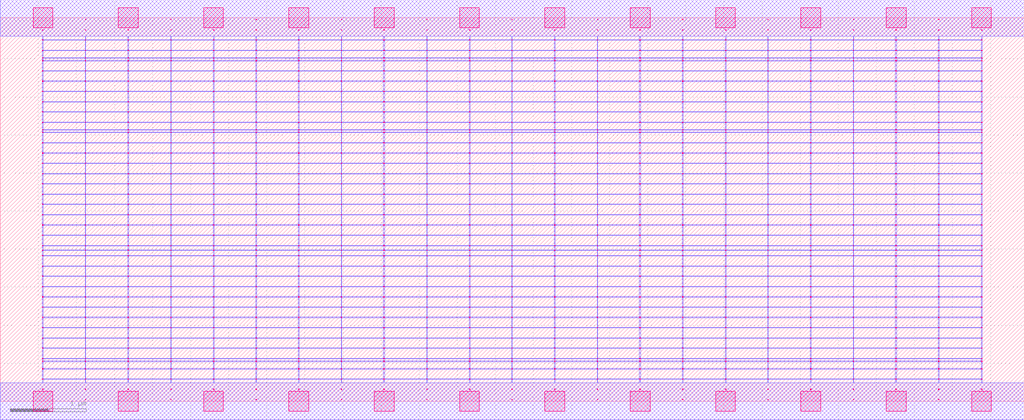
<source format=lef>
MACRO OAOOOAI21122_DEBUG
 CLASS CORE ;
 FOREIGN OAOOOAI21122_DEBUG 0 0 ;
 SIZE 13.44 BY 5.04 ;
 ORIGIN 0 0 ;
 SYMMETRY X Y R90 ;
 SITE unit ;

 OBS
    LAYER polycont ;
     RECT 6.71600000 2.58300000 6.72400000 2.59100000 ;
     RECT 6.71600000 2.71800000 6.72400000 2.72600000 ;
     RECT 6.71600000 2.85300000 6.72400000 2.86100000 ;
     RECT 6.71600000 2.98800000 6.72400000 2.99600000 ;
     RECT 6.71600000 3.12300000 6.72400000 3.13100000 ;
     RECT 6.71600000 3.25800000 6.72400000 3.26600000 ;
     RECT 6.71600000 3.39300000 6.72400000 3.40100000 ;
     RECT 6.71600000 3.52800000 6.72400000 3.53600000 ;
     RECT 6.71600000 3.56100000 6.72400000 3.56900000 ;
     RECT 6.71600000 3.66300000 6.72400000 3.67100000 ;
     RECT 6.71600000 3.79800000 6.72400000 3.80600000 ;
     RECT 6.71600000 3.93300000 6.72400000 3.94100000 ;
     RECT 6.71600000 4.06800000 6.72400000 4.07600000 ;
     RECT 6.71600000 4.20300000 6.72400000 4.21100000 ;
     RECT 6.71600000 4.33800000 6.72400000 4.34600000 ;
     RECT 6.71600000 4.47300000 6.72400000 4.48100000 ;
     RECT 6.71600000 4.51100000 6.72400000 4.51900000 ;
     RECT 6.71600000 4.60800000 6.72400000 4.61600000 ;
     RECT 6.71600000 4.74300000 6.72400000 4.75100000 ;
     RECT 6.71600000 4.87800000 6.72400000 4.88600000 ;
     RECT 11.19600000 2.71800000 11.20400000 2.72600000 ;
     RECT 11.75100000 2.71800000 11.76900000 2.72600000 ;
     RECT 12.31600000 2.71800000 12.32400000 2.72600000 ;
     RECT 12.87600000 2.71800000 12.88900000 2.72600000 ;
     RECT 7.83600000 2.58300000 7.84400000 2.59100000 ;
     RECT 7.27100000 2.85300000 7.28400000 2.86100000 ;
     RECT 7.83600000 2.85300000 7.84400000 2.86100000 ;
     RECT 8.39100000 2.85300000 8.40900000 2.86100000 ;
     RECT 8.95600000 2.85300000 8.96400000 2.86100000 ;
     RECT 9.51600000 2.85300000 9.52900000 2.86100000 ;
     RECT 10.07600000 2.85300000 10.08400000 2.86100000 ;
     RECT 10.63100000 2.85300000 10.64400000 2.86100000 ;
     RECT 11.19600000 2.85300000 11.20400000 2.86100000 ;
     RECT 11.75100000 2.85300000 11.76900000 2.86100000 ;
     RECT 12.31600000 2.85300000 12.32400000 2.86100000 ;
     RECT 12.87600000 2.85300000 12.88900000 2.86100000 ;
     RECT 8.39100000 2.58300000 8.40900000 2.59100000 ;
     RECT 7.27100000 2.98800000 7.28400000 2.99600000 ;
     RECT 7.83600000 2.98800000 7.84400000 2.99600000 ;
     RECT 8.39100000 2.98800000 8.40900000 2.99600000 ;
     RECT 8.95600000 2.98800000 8.96400000 2.99600000 ;
     RECT 9.51600000 2.98800000 9.52900000 2.99600000 ;
     RECT 10.07600000 2.98800000 10.08400000 2.99600000 ;
     RECT 10.63100000 2.98800000 10.64400000 2.99600000 ;
     RECT 11.19600000 2.98800000 11.20400000 2.99600000 ;
     RECT 11.75100000 2.98800000 11.76900000 2.99600000 ;
     RECT 12.31600000 2.98800000 12.32400000 2.99600000 ;
     RECT 12.87600000 2.98800000 12.88900000 2.99600000 ;
     RECT 8.95600000 2.58300000 8.96400000 2.59100000 ;
     RECT 10.07600000 3.12300000 10.08400000 3.13100000 ;
     RECT 9.51600000 2.58300000 9.52900000 2.59100000 ;
     RECT 10.07600000 3.25800000 10.08400000 3.26600000 ;
     RECT 10.07600000 2.58300000 10.08400000 2.59100000 ;
     RECT 10.07600000 3.39300000 10.08400000 3.40100000 ;
     RECT 10.63100000 2.58300000 10.64400000 2.59100000 ;
     RECT 10.07600000 3.52800000 10.08400000 3.53600000 ;
     RECT 11.19600000 2.58300000 11.20400000 2.59100000 ;
     RECT 10.07600000 3.56100000 10.08400000 3.56900000 ;
     RECT 11.75100000 2.58300000 11.76900000 2.59100000 ;
     RECT 10.07600000 3.66300000 10.08400000 3.67100000 ;
     RECT 12.31600000 2.58300000 12.32400000 2.59100000 ;
     RECT 10.07600000 3.79800000 10.08400000 3.80600000 ;
     RECT 12.87600000 2.58300000 12.88900000 2.59100000 ;
     RECT 10.07600000 3.93300000 10.08400000 3.94100000 ;
     RECT 7.27100000 2.58300000 7.28400000 2.59100000 ;
     RECT 10.07600000 4.06800000 10.08400000 4.07600000 ;
     RECT 7.27100000 2.71800000 7.28400000 2.72600000 ;
     RECT 10.07600000 4.20300000 10.08400000 4.21100000 ;
     RECT 7.83600000 2.71800000 7.84400000 2.72600000 ;
     RECT 10.07600000 4.33800000 10.08400000 4.34600000 ;
     RECT 8.39100000 2.71800000 8.40900000 2.72600000 ;
     RECT 10.07600000 4.47300000 10.08400000 4.48100000 ;
     RECT 8.95600000 2.71800000 8.96400000 2.72600000 ;
     RECT 10.07600000 4.51100000 10.08400000 4.51900000 ;
     RECT 9.51600000 2.71800000 9.52900000 2.72600000 ;
     RECT 10.07600000 4.60800000 10.08400000 4.61600000 ;
     RECT 10.07600000 2.71800000 10.08400000 2.72600000 ;
     RECT 10.07600000 4.74300000 10.08400000 4.75100000 ;
     RECT 10.63100000 2.71800000 10.64400000 2.72600000 ;
     RECT 10.07600000 4.87800000 10.08400000 4.88600000 ;
     RECT 2.23600000 2.58300000 2.24400000 2.59100000 ;
     RECT 2.79600000 2.58300000 2.80900000 2.59100000 ;
     RECT 3.35600000 2.58300000 3.36400000 2.59100000 ;
     RECT 3.91100000 2.58300000 3.92400000 2.59100000 ;
     RECT 4.47600000 2.58300000 4.48400000 2.59100000 ;
     RECT 5.03100000 2.58300000 5.04900000 2.59100000 ;
     RECT 5.59600000 2.58300000 5.60400000 2.59100000 ;
     RECT 6.15600000 2.58300000 6.16900000 2.59100000 ;
     RECT 0.55100000 2.58300000 0.56400000 2.59100000 ;
     RECT 0.55100000 2.71800000 0.56400000 2.72600000 ;
     RECT 0.55100000 2.85300000 0.56400000 2.86100000 ;
     RECT 1.11600000 2.85300000 1.12400000 2.86100000 ;
     RECT 3.35600000 3.12300000 3.36400000 3.13100000 ;
     RECT 1.67100000 2.85300000 1.68900000 2.86100000 ;
     RECT 2.23600000 2.85300000 2.24400000 2.86100000 ;
     RECT 3.35600000 3.25800000 3.36400000 3.26600000 ;
     RECT 2.79600000 2.85300000 2.80900000 2.86100000 ;
     RECT 3.35600000 2.85300000 3.36400000 2.86100000 ;
     RECT 3.35600000 3.39300000 3.36400000 3.40100000 ;
     RECT 3.91100000 2.85300000 3.92400000 2.86100000 ;
     RECT 4.47600000 2.85300000 4.48400000 2.86100000 ;
     RECT 3.35600000 3.52800000 3.36400000 3.53600000 ;
     RECT 5.03100000 2.85300000 5.04900000 2.86100000 ;
     RECT 5.59600000 2.85300000 5.60400000 2.86100000 ;
     RECT 3.35600000 3.56100000 3.36400000 3.56900000 ;
     RECT 6.15600000 2.85300000 6.16900000 2.86100000 ;
     RECT 1.11600000 2.71800000 1.12400000 2.72600000 ;
     RECT 3.35600000 3.66300000 3.36400000 3.67100000 ;
     RECT 1.67100000 2.71800000 1.68900000 2.72600000 ;
     RECT 2.23600000 2.71800000 2.24400000 2.72600000 ;
     RECT 3.35600000 3.79800000 3.36400000 3.80600000 ;
     RECT 2.79600000 2.71800000 2.80900000 2.72600000 ;
     RECT 3.35600000 2.71800000 3.36400000 2.72600000 ;
     RECT 3.35600000 3.93300000 3.36400000 3.94100000 ;
     RECT 3.91100000 2.71800000 3.92400000 2.72600000 ;
     RECT 4.47600000 2.71800000 4.48400000 2.72600000 ;
     RECT 3.35600000 4.06800000 3.36400000 4.07600000 ;
     RECT 5.03100000 2.71800000 5.04900000 2.72600000 ;
     RECT 5.59600000 2.71800000 5.60400000 2.72600000 ;
     RECT 3.35600000 4.20300000 3.36400000 4.21100000 ;
     RECT 6.15600000 2.71800000 6.16900000 2.72600000 ;
     RECT 1.11600000 2.58300000 1.12400000 2.59100000 ;
     RECT 3.35600000 4.33800000 3.36400000 4.34600000 ;
     RECT 1.67100000 2.58300000 1.68900000 2.59100000 ;
     RECT 0.55100000 2.98800000 0.56400000 2.99600000 ;
     RECT 3.35600000 4.47300000 3.36400000 4.48100000 ;
     RECT 1.11600000 2.98800000 1.12400000 2.99600000 ;
     RECT 1.67100000 2.98800000 1.68900000 2.99600000 ;
     RECT 3.35600000 4.51100000 3.36400000 4.51900000 ;
     RECT 2.23600000 2.98800000 2.24400000 2.99600000 ;
     RECT 2.79600000 2.98800000 2.80900000 2.99600000 ;
     RECT 3.35600000 4.60800000 3.36400000 4.61600000 ;
     RECT 3.35600000 2.98800000 3.36400000 2.99600000 ;
     RECT 3.91100000 2.98800000 3.92400000 2.99600000 ;
     RECT 3.35600000 4.74300000 3.36400000 4.75100000 ;
     RECT 4.47600000 2.98800000 4.48400000 2.99600000 ;
     RECT 5.03100000 2.98800000 5.04900000 2.99600000 ;
     RECT 3.35600000 4.87800000 3.36400000 4.88600000 ;
     RECT 5.59600000 2.98800000 5.60400000 2.99600000 ;
     RECT 6.15600000 2.98800000 6.16900000 2.99600000 ;
     RECT 10.07600000 1.36800000 10.08400000 1.37600000 ;
     RECT 10.63100000 1.36800000 10.64400000 1.37600000 ;
     RECT 11.19600000 1.36800000 11.20400000 1.37600000 ;
     RECT 11.75100000 1.36800000 11.76900000 1.37600000 ;
     RECT 12.31600000 1.36800000 12.32400000 1.37600000 ;
     RECT 12.87600000 1.36800000 12.88900000 1.37600000 ;
     RECT 10.07600000 1.50300000 10.08400000 1.51100000 ;
     RECT 10.63100000 1.50300000 10.64400000 1.51100000 ;
     RECT 11.19600000 1.50300000 11.20400000 1.51100000 ;
     RECT 11.75100000 1.50300000 11.76900000 1.51100000 ;
     RECT 12.31600000 1.50300000 12.32400000 1.51100000 ;
     RECT 12.87600000 1.50300000 12.88900000 1.51100000 ;
     RECT 10.07600000 1.63800000 10.08400000 1.64600000 ;
     RECT 10.63100000 1.63800000 10.64400000 1.64600000 ;
     RECT 11.19600000 1.63800000 11.20400000 1.64600000 ;
     RECT 11.75100000 1.63800000 11.76900000 1.64600000 ;
     RECT 12.31600000 1.63800000 12.32400000 1.64600000 ;
     RECT 12.87600000 1.63800000 12.88900000 1.64600000 ;
     RECT 10.07600000 1.77300000 10.08400000 1.78100000 ;
     RECT 10.63100000 1.77300000 10.64400000 1.78100000 ;
     RECT 11.19600000 1.77300000 11.20400000 1.78100000 ;
     RECT 11.75100000 1.77300000 11.76900000 1.78100000 ;
     RECT 12.31600000 1.77300000 12.32400000 1.78100000 ;
     RECT 12.87600000 1.77300000 12.88900000 1.78100000 ;
     RECT 10.07600000 1.90800000 10.08400000 1.91600000 ;
     RECT 10.63100000 1.90800000 10.64400000 1.91600000 ;
     RECT 11.19600000 1.90800000 11.20400000 1.91600000 ;
     RECT 11.75100000 1.90800000 11.76900000 1.91600000 ;
     RECT 12.31600000 1.90800000 12.32400000 1.91600000 ;
     RECT 12.87600000 1.90800000 12.88900000 1.91600000 ;
     RECT 10.07600000 1.98100000 10.08400000 1.98900000 ;
     RECT 10.63100000 1.98100000 10.64400000 1.98900000 ;
     RECT 11.19600000 1.98100000 11.20400000 1.98900000 ;
     RECT 11.75100000 1.98100000 11.76900000 1.98900000 ;
     RECT 12.31600000 1.98100000 12.32400000 1.98900000 ;
     RECT 12.87600000 1.98100000 12.88900000 1.98900000 ;
     RECT 10.07600000 2.04300000 10.08400000 2.05100000 ;
     RECT 10.63100000 2.04300000 10.64400000 2.05100000 ;
     RECT 11.19600000 2.04300000 11.20400000 2.05100000 ;
     RECT 11.75100000 2.04300000 11.76900000 2.05100000 ;
     RECT 12.31600000 2.04300000 12.32400000 2.05100000 ;
     RECT 12.87600000 2.04300000 12.88900000 2.05100000 ;
     RECT 10.07600000 2.17800000 10.08400000 2.18600000 ;
     RECT 10.63100000 2.17800000 10.64400000 2.18600000 ;
     RECT 11.19600000 2.17800000 11.20400000 2.18600000 ;
     RECT 11.75100000 2.17800000 11.76900000 2.18600000 ;
     RECT 12.31600000 2.17800000 12.32400000 2.18600000 ;
     RECT 12.87600000 2.17800000 12.88900000 2.18600000 ;
     RECT 10.07600000 2.31300000 10.08400000 2.32100000 ;
     RECT 10.63100000 2.31300000 10.64400000 2.32100000 ;
     RECT 11.19600000 2.31300000 11.20400000 2.32100000 ;
     RECT 11.75100000 2.31300000 11.76900000 2.32100000 ;
     RECT 12.31600000 2.31300000 12.32400000 2.32100000 ;
     RECT 12.87600000 2.31300000 12.88900000 2.32100000 ;
     RECT 10.07600000 2.44800000 10.08400000 2.45600000 ;
     RECT 10.63100000 2.44800000 10.64400000 2.45600000 ;
     RECT 11.19600000 2.44800000 11.20400000 2.45600000 ;
     RECT 11.75100000 2.44800000 11.76900000 2.45600000 ;
     RECT 12.31600000 2.44800000 12.32400000 2.45600000 ;
     RECT 12.87600000 2.44800000 12.88900000 2.45600000 ;
     RECT 12.31600000 0.82800000 12.32400000 0.83600000 ;
     RECT 12.87600000 0.82800000 12.88900000 0.83600000 ;
     RECT 10.07600000 0.96300000 10.08400000 0.97100000 ;
     RECT 10.63100000 0.96300000 10.64400000 0.97100000 ;
     RECT 11.19600000 0.96300000 11.20400000 0.97100000 ;
     RECT 11.75100000 0.96300000 11.76900000 0.97100000 ;
     RECT 12.31600000 0.96300000 12.32400000 0.97100000 ;
     RECT 12.87600000 0.96300000 12.88900000 0.97100000 ;
     RECT 10.07600000 1.09800000 10.08400000 1.10600000 ;
     RECT 10.63100000 1.09800000 10.64400000 1.10600000 ;
     RECT 11.19600000 1.09800000 11.20400000 1.10600000 ;
     RECT 11.75100000 1.09800000 11.76900000 1.10600000 ;
     RECT 12.31600000 1.09800000 12.32400000 1.10600000 ;
     RECT 12.87600000 1.09800000 12.88900000 1.10600000 ;
     RECT 10.07600000 1.23300000 10.08400000 1.24100000 ;
     RECT 10.63100000 1.23300000 10.64400000 1.24100000 ;
     RECT 11.19600000 1.23300000 11.20400000 1.24100000 ;
     RECT 11.75100000 1.23300000 11.76900000 1.24100000 ;
     RECT 12.31600000 1.23300000 12.32400000 1.24100000 ;
     RECT 12.87600000 1.23300000 12.88900000 1.24100000 ;
     RECT 11.19600000 0.52100000 11.20400000 0.52900000 ;
     RECT 11.75100000 0.52100000 11.76900000 0.52900000 ;
     RECT 12.31600000 0.52100000 12.32400000 0.52900000 ;
     RECT 12.87600000 0.52100000 12.88900000 0.52900000 ;
     RECT 10.07600000 0.55800000 10.08400000 0.56600000 ;
     RECT 10.63100000 0.55800000 10.64400000 0.56600000 ;
     RECT 11.19600000 0.55800000 11.20400000 0.56600000 ;
     RECT 11.75100000 0.55800000 11.76900000 0.56600000 ;
     RECT 12.31600000 0.55800000 12.32400000 0.56600000 ;
     RECT 12.87600000 0.55800000 12.88900000 0.56600000 ;
     RECT 10.07600000 0.69300000 10.08400000 0.70100000 ;
     RECT 10.63100000 0.69300000 10.64400000 0.70100000 ;
     RECT 11.19600000 0.69300000 11.20400000 0.70100000 ;
     RECT 11.75100000 0.69300000 11.76900000 0.70100000 ;
     RECT 12.31600000 0.69300000 12.32400000 0.70100000 ;
     RECT 12.87600000 0.69300000 12.88900000 0.70100000 ;
     RECT 10.07600000 0.82800000 10.08400000 0.83600000 ;
     RECT 10.63100000 0.82800000 10.64400000 0.83600000 ;
     RECT 11.19600000 0.82800000 11.20400000 0.83600000 ;
     RECT 11.75100000 0.82800000 11.76900000 0.83600000 ;
     RECT 10.07600000 0.15300000 10.08400000 0.16100000 ;
     RECT 10.63100000 0.15300000 10.64400000 0.16100000 ;
     RECT 11.19600000 0.15300000 11.20400000 0.16100000 ;
     RECT 11.75100000 0.15300000 11.76900000 0.16100000 ;
     RECT 12.31600000 0.15300000 12.32400000 0.16100000 ;
     RECT 12.87600000 0.15300000 12.88900000 0.16100000 ;
     RECT 10.07600000 0.28800000 10.08400000 0.29600000 ;
     RECT 10.63100000 0.28800000 10.64400000 0.29600000 ;
     RECT 11.19600000 0.28800000 11.20400000 0.29600000 ;
     RECT 11.75100000 0.28800000 11.76900000 0.29600000 ;
     RECT 12.31600000 0.28800000 12.32400000 0.29600000 ;
     RECT 12.87600000 0.28800000 12.88900000 0.29600000 ;
     RECT 10.07600000 0.42300000 10.08400000 0.43100000 ;
     RECT 10.63100000 0.42300000 10.64400000 0.43100000 ;
     RECT 11.19600000 0.42300000 11.20400000 0.43100000 ;
     RECT 11.75100000 0.42300000 11.76900000 0.43100000 ;
     RECT 12.31600000 0.42300000 12.32400000 0.43100000 ;
     RECT 12.87600000 0.42300000 12.88900000 0.43100000 ;
     RECT 10.07600000 0.52100000 10.08400000 0.52900000 ;
     RECT 10.63100000 0.52100000 10.64400000 0.52900000 ;

    LAYER pdiffc ;
     RECT 0.55100000 3.39300000 0.55900000 3.40100000 ;
     RECT 2.80100000 3.39300000 2.80900000 3.40100000 ;
     RECT 3.91100000 3.39300000 3.91900000 3.40100000 ;
     RECT 6.16100000 3.39300000 6.16900000 3.40100000 ;
     RECT 7.27100000 3.39300000 7.27900000 3.40100000 ;
     RECT 9.52100000 3.39300000 9.52900000 3.40100000 ;
     RECT 10.63100000 3.39300000 10.63900000 3.40100000 ;
     RECT 12.88100000 3.39300000 12.88900000 3.40100000 ;
     RECT 0.55100000 3.52800000 0.55900000 3.53600000 ;
     RECT 2.80100000 3.52800000 2.80900000 3.53600000 ;
     RECT 3.91100000 3.52800000 3.91900000 3.53600000 ;
     RECT 6.16100000 3.52800000 6.16900000 3.53600000 ;
     RECT 7.27100000 3.52800000 7.27900000 3.53600000 ;
     RECT 9.52100000 3.52800000 9.52900000 3.53600000 ;
     RECT 10.63100000 3.52800000 10.63900000 3.53600000 ;
     RECT 12.88100000 3.52800000 12.88900000 3.53600000 ;
     RECT 0.55100000 3.56100000 0.55900000 3.56900000 ;
     RECT 2.80100000 3.56100000 2.80900000 3.56900000 ;
     RECT 3.91100000 3.56100000 3.91900000 3.56900000 ;
     RECT 6.16100000 3.56100000 6.16900000 3.56900000 ;
     RECT 7.27100000 3.56100000 7.27900000 3.56900000 ;
     RECT 9.52100000 3.56100000 9.52900000 3.56900000 ;
     RECT 10.63100000 3.56100000 10.63900000 3.56900000 ;
     RECT 12.88100000 3.56100000 12.88900000 3.56900000 ;
     RECT 0.55100000 3.66300000 0.55900000 3.67100000 ;
     RECT 2.80100000 3.66300000 2.80900000 3.67100000 ;
     RECT 3.91100000 3.66300000 3.91900000 3.67100000 ;
     RECT 6.16100000 3.66300000 6.16900000 3.67100000 ;
     RECT 7.27100000 3.66300000 7.27900000 3.67100000 ;
     RECT 9.52100000 3.66300000 9.52900000 3.67100000 ;
     RECT 10.63100000 3.66300000 10.63900000 3.67100000 ;
     RECT 12.88100000 3.66300000 12.88900000 3.67100000 ;
     RECT 0.55100000 3.79800000 0.55900000 3.80600000 ;
     RECT 2.80100000 3.79800000 2.80900000 3.80600000 ;
     RECT 3.91100000 3.79800000 3.91900000 3.80600000 ;
     RECT 6.16100000 3.79800000 6.16900000 3.80600000 ;
     RECT 7.27100000 3.79800000 7.27900000 3.80600000 ;
     RECT 9.52100000 3.79800000 9.52900000 3.80600000 ;
     RECT 10.63100000 3.79800000 10.63900000 3.80600000 ;
     RECT 12.88100000 3.79800000 12.88900000 3.80600000 ;
     RECT 0.55100000 3.93300000 0.55900000 3.94100000 ;
     RECT 2.80100000 3.93300000 2.80900000 3.94100000 ;
     RECT 3.91100000 3.93300000 3.91900000 3.94100000 ;
     RECT 6.16100000 3.93300000 6.16900000 3.94100000 ;
     RECT 7.27100000 3.93300000 7.27900000 3.94100000 ;
     RECT 9.52100000 3.93300000 9.52900000 3.94100000 ;
     RECT 10.63100000 3.93300000 10.63900000 3.94100000 ;
     RECT 12.88100000 3.93300000 12.88900000 3.94100000 ;
     RECT 0.55100000 4.06800000 0.55900000 4.07600000 ;
     RECT 2.80100000 4.06800000 2.80900000 4.07600000 ;
     RECT 3.91100000 4.06800000 3.91900000 4.07600000 ;
     RECT 6.16100000 4.06800000 6.16900000 4.07600000 ;
     RECT 7.27100000 4.06800000 7.27900000 4.07600000 ;
     RECT 9.52100000 4.06800000 9.52900000 4.07600000 ;
     RECT 10.63100000 4.06800000 10.63900000 4.07600000 ;
     RECT 12.88100000 4.06800000 12.88900000 4.07600000 ;
     RECT 0.55100000 4.20300000 0.55900000 4.21100000 ;
     RECT 2.80100000 4.20300000 2.80900000 4.21100000 ;
     RECT 3.91100000 4.20300000 3.91900000 4.21100000 ;
     RECT 6.16100000 4.20300000 6.16900000 4.21100000 ;
     RECT 7.27100000 4.20300000 7.27900000 4.21100000 ;
     RECT 9.52100000 4.20300000 9.52900000 4.21100000 ;
     RECT 10.63100000 4.20300000 10.63900000 4.21100000 ;
     RECT 12.88100000 4.20300000 12.88900000 4.21100000 ;
     RECT 0.55100000 4.33800000 0.55900000 4.34600000 ;
     RECT 2.80100000 4.33800000 2.80900000 4.34600000 ;
     RECT 3.91100000 4.33800000 3.91900000 4.34600000 ;
     RECT 6.16100000 4.33800000 6.16900000 4.34600000 ;
     RECT 7.27100000 4.33800000 7.27900000 4.34600000 ;
     RECT 9.52100000 4.33800000 9.52900000 4.34600000 ;
     RECT 10.63100000 4.33800000 10.63900000 4.34600000 ;
     RECT 12.88100000 4.33800000 12.88900000 4.34600000 ;
     RECT 0.55100000 4.47300000 0.55900000 4.48100000 ;
     RECT 2.80100000 4.47300000 2.80900000 4.48100000 ;
     RECT 3.91100000 4.47300000 3.91900000 4.48100000 ;
     RECT 6.16100000 4.47300000 6.16900000 4.48100000 ;
     RECT 7.27100000 4.47300000 7.27900000 4.48100000 ;
     RECT 9.52100000 4.47300000 9.52900000 4.48100000 ;
     RECT 10.63100000 4.47300000 10.63900000 4.48100000 ;
     RECT 12.88100000 4.47300000 12.88900000 4.48100000 ;
     RECT 0.55100000 4.51100000 0.55900000 4.51900000 ;
     RECT 2.80100000 4.51100000 2.80900000 4.51900000 ;
     RECT 3.91100000 4.51100000 3.91900000 4.51900000 ;
     RECT 6.16100000 4.51100000 6.16900000 4.51900000 ;
     RECT 7.27100000 4.51100000 7.27900000 4.51900000 ;
     RECT 9.52100000 4.51100000 9.52900000 4.51900000 ;
     RECT 10.63100000 4.51100000 10.63900000 4.51900000 ;
     RECT 12.88100000 4.51100000 12.88900000 4.51900000 ;
     RECT 0.55100000 4.60800000 0.55900000 4.61600000 ;
     RECT 2.80100000 4.60800000 2.80900000 4.61600000 ;
     RECT 3.91100000 4.60800000 3.91900000 4.61600000 ;
     RECT 6.16100000 4.60800000 6.16900000 4.61600000 ;
     RECT 7.27100000 4.60800000 7.27900000 4.61600000 ;
     RECT 9.52100000 4.60800000 9.52900000 4.61600000 ;
     RECT 10.63100000 4.60800000 10.63900000 4.61600000 ;
     RECT 12.88100000 4.60800000 12.88900000 4.61600000 ;

    LAYER ndiffc ;
     RECT 5.03100000 0.42300000 5.04900000 0.43100000 ;
     RECT 5.03100000 0.52100000 5.04900000 0.52900000 ;
     RECT 5.03100000 0.55800000 5.04900000 0.56600000 ;
     RECT 5.03100000 0.69300000 5.04900000 0.70100000 ;
     RECT 5.03100000 0.82800000 5.04900000 0.83600000 ;
     RECT 5.03100000 0.96300000 5.04900000 0.97100000 ;
     RECT 5.03100000 1.09800000 5.04900000 1.10600000 ;
     RECT 5.03100000 1.23300000 5.04900000 1.24100000 ;
     RECT 5.03100000 1.36800000 5.04900000 1.37600000 ;
     RECT 5.03100000 1.50300000 5.04900000 1.51100000 ;
     RECT 5.03100000 1.63800000 5.04900000 1.64600000 ;
     RECT 5.03100000 1.77300000 5.04900000 1.78100000 ;
     RECT 5.03100000 1.90800000 5.04900000 1.91600000 ;
     RECT 5.03100000 1.98100000 5.04900000 1.98900000 ;
     RECT 5.03100000 2.04300000 5.04900000 2.05100000 ;
     RECT 8.39100000 0.42300000 8.40900000 0.43100000 ;
     RECT 6.15600000 0.69300000 6.16900000 0.70100000 ;
     RECT 7.27100000 0.69300000 7.28400000 0.70100000 ;
     RECT 8.39100000 0.69300000 8.40900000 0.70100000 ;
     RECT 9.51600000 0.69300000 9.52900000 0.70100000 ;
     RECT 9.51600000 0.42300000 9.52900000 0.43100000 ;
     RECT 6.15600000 0.82800000 6.16900000 0.83600000 ;
     RECT 7.27100000 0.82800000 7.28400000 0.83600000 ;
     RECT 8.39100000 0.82800000 8.40900000 0.83600000 ;
     RECT 9.51600000 0.82800000 9.52900000 0.83600000 ;
     RECT 6.15600000 0.42300000 6.16900000 0.43100000 ;
     RECT 6.15600000 0.96300000 6.16900000 0.97100000 ;
     RECT 7.27100000 0.96300000 7.28400000 0.97100000 ;
     RECT 8.39100000 0.96300000 8.40900000 0.97100000 ;
     RECT 9.51600000 0.96300000 9.52900000 0.97100000 ;
     RECT 6.15600000 0.52100000 6.16900000 0.52900000 ;
     RECT 6.15600000 1.09800000 6.16900000 1.10600000 ;
     RECT 7.27100000 1.09800000 7.28400000 1.10600000 ;
     RECT 8.39100000 1.09800000 8.40900000 1.10600000 ;
     RECT 9.51600000 1.09800000 9.52900000 1.10600000 ;
     RECT 7.27100000 0.52100000 7.28400000 0.52900000 ;
     RECT 6.15600000 1.23300000 6.16900000 1.24100000 ;
     RECT 7.27100000 1.23300000 7.28400000 1.24100000 ;
     RECT 8.39100000 1.23300000 8.40900000 1.24100000 ;
     RECT 9.51600000 1.23300000 9.52900000 1.24100000 ;
     RECT 8.39100000 0.52100000 8.40900000 0.52900000 ;
     RECT 6.15600000 1.36800000 6.16900000 1.37600000 ;
     RECT 7.27100000 1.36800000 7.28400000 1.37600000 ;
     RECT 8.39100000 1.36800000 8.40900000 1.37600000 ;
     RECT 9.51600000 1.36800000 9.52900000 1.37600000 ;
     RECT 9.51600000 0.52100000 9.52900000 0.52900000 ;
     RECT 6.15600000 1.50300000 6.16900000 1.51100000 ;
     RECT 7.27100000 1.50300000 7.28400000 1.51100000 ;
     RECT 8.39100000 1.50300000 8.40900000 1.51100000 ;
     RECT 9.51600000 1.50300000 9.52900000 1.51100000 ;
     RECT 7.27100000 0.42300000 7.28400000 0.43100000 ;
     RECT 6.15600000 1.63800000 6.16900000 1.64600000 ;
     RECT 7.27100000 1.63800000 7.28400000 1.64600000 ;
     RECT 8.39100000 1.63800000 8.40900000 1.64600000 ;
     RECT 9.51600000 1.63800000 9.52900000 1.64600000 ;
     RECT 6.15600000 0.55800000 6.16900000 0.56600000 ;
     RECT 6.15600000 1.77300000 6.16900000 1.78100000 ;
     RECT 7.27100000 1.77300000 7.28400000 1.78100000 ;
     RECT 8.39100000 1.77300000 8.40900000 1.78100000 ;
     RECT 9.51600000 1.77300000 9.52900000 1.78100000 ;
     RECT 7.27100000 0.55800000 7.28400000 0.56600000 ;
     RECT 6.15600000 1.90800000 6.16900000 1.91600000 ;
     RECT 7.27100000 1.90800000 7.28400000 1.91600000 ;
     RECT 8.39100000 1.90800000 8.40900000 1.91600000 ;
     RECT 9.51600000 1.90800000 9.52900000 1.91600000 ;
     RECT 8.39100000 0.55800000 8.40900000 0.56600000 ;
     RECT 6.15600000 1.98100000 6.16900000 1.98900000 ;
     RECT 7.27100000 1.98100000 7.28400000 1.98900000 ;
     RECT 8.39100000 1.98100000 8.40900000 1.98900000 ;
     RECT 9.51600000 1.98100000 9.52900000 1.98900000 ;
     RECT 9.51600000 0.55800000 9.52900000 0.56600000 ;
     RECT 6.15600000 2.04300000 6.16900000 2.05100000 ;
     RECT 7.27100000 2.04300000 7.28400000 2.05100000 ;
     RECT 8.39100000 2.04300000 8.40900000 2.05100000 ;
     RECT 9.51600000 2.04300000 9.52900000 2.05100000 ;
     RECT 3.91100000 1.36800000 3.92400000 1.37600000 ;
     RECT 2.79600000 0.55800000 2.80900000 0.56600000 ;
     RECT 3.91100000 0.55800000 3.92400000 0.56600000 ;
     RECT 1.67100000 0.52100000 1.68900000 0.52900000 ;
     RECT 2.79600000 0.52100000 2.80900000 0.52900000 ;
     RECT 3.91100000 0.52100000 3.92400000 0.52900000 ;
     RECT 0.55100000 1.50300000 0.56400000 1.51100000 ;
     RECT 1.67100000 1.50300000 1.68900000 1.51100000 ;
     RECT 2.79600000 1.50300000 2.80900000 1.51100000 ;
     RECT 3.91100000 1.50300000 3.92400000 1.51100000 ;
     RECT 0.55100000 0.96300000 0.56400000 0.97100000 ;
     RECT 1.67100000 0.96300000 1.68900000 0.97100000 ;
     RECT 2.79600000 0.96300000 2.80900000 0.97100000 ;
     RECT 3.91100000 0.96300000 3.92400000 0.97100000 ;
     RECT 1.67100000 0.42300000 1.68900000 0.43100000 ;
     RECT 0.55100000 1.63800000 0.56400000 1.64600000 ;
     RECT 1.67100000 1.63800000 1.68900000 1.64600000 ;
     RECT 2.79600000 1.63800000 2.80900000 1.64600000 ;
     RECT 3.91100000 1.63800000 3.92400000 1.64600000 ;
     RECT 2.79600000 0.42300000 2.80900000 0.43100000 ;
     RECT 0.55100000 0.69300000 0.56400000 0.70100000 ;
     RECT 1.67100000 0.69300000 1.68900000 0.70100000 ;
     RECT 2.79600000 0.69300000 2.80900000 0.70100000 ;
     RECT 0.55100000 1.09800000 0.56400000 1.10600000 ;
     RECT 0.55100000 1.77300000 0.56400000 1.78100000 ;
     RECT 1.67100000 1.77300000 1.68900000 1.78100000 ;
     RECT 2.79600000 1.77300000 2.80900000 1.78100000 ;
     RECT 3.91100000 1.77300000 3.92400000 1.78100000 ;
     RECT 1.67100000 1.09800000 1.68900000 1.10600000 ;
     RECT 2.79600000 1.09800000 2.80900000 1.10600000 ;
     RECT 3.91100000 1.09800000 3.92400000 1.10600000 ;
     RECT 3.91100000 0.69300000 3.92400000 0.70100000 ;
     RECT 3.91100000 0.42300000 3.92400000 0.43100000 ;
     RECT 0.55100000 1.90800000 0.56400000 1.91600000 ;
     RECT 1.67100000 1.90800000 1.68900000 1.91600000 ;
     RECT 2.79600000 1.90800000 2.80900000 1.91600000 ;
     RECT 3.91100000 1.90800000 3.92400000 1.91600000 ;
     RECT 0.55100000 0.42300000 0.56400000 0.43100000 ;
     RECT 0.55100000 0.52100000 0.56400000 0.52900000 ;
     RECT 0.55100000 0.55800000 0.56400000 0.56600000 ;
     RECT 0.55100000 1.23300000 0.56400000 1.24100000 ;
     RECT 1.67100000 1.23300000 1.68900000 1.24100000 ;
     RECT 0.55100000 1.98100000 0.56400000 1.98900000 ;
     RECT 1.67100000 1.98100000 1.68900000 1.98900000 ;
     RECT 2.79600000 1.98100000 2.80900000 1.98900000 ;
     RECT 3.91100000 1.98100000 3.92400000 1.98900000 ;
     RECT 2.79600000 1.23300000 2.80900000 1.24100000 ;
     RECT 3.91100000 1.23300000 3.92400000 1.24100000 ;
     RECT 1.67100000 0.55800000 1.68900000 0.56600000 ;
     RECT 0.55100000 0.82800000 0.56400000 0.83600000 ;
     RECT 1.67100000 0.82800000 1.68900000 0.83600000 ;
     RECT 0.55100000 2.04300000 0.56400000 2.05100000 ;
     RECT 1.67100000 2.04300000 1.68900000 2.05100000 ;
     RECT 2.79600000 2.04300000 2.80900000 2.05100000 ;
     RECT 3.91100000 2.04300000 3.92400000 2.05100000 ;
     RECT 2.79600000 0.82800000 2.80900000 0.83600000 ;
     RECT 3.91100000 0.82800000 3.92400000 0.83600000 ;
     RECT 0.55100000 1.36800000 0.56400000 1.37600000 ;
     RECT 1.67100000 1.36800000 1.68900000 1.37600000 ;
     RECT 2.79600000 1.36800000 2.80900000 1.37600000 ;

    LAYER met1 ;
     RECT 0.00000000 -0.24000000 13.44000000 0.24000000 ;
     RECT 6.71600000 0.24000000 6.72400000 0.28800000 ;
     RECT 0.55100000 0.28800000 12.88900000 0.29600000 ;
     RECT 6.71600000 0.29600000 6.72400000 0.42300000 ;
     RECT 0.55100000 0.42300000 12.88900000 0.43100000 ;
     RECT 6.71600000 0.43100000 6.72400000 0.52100000 ;
     RECT 0.55100000 0.52100000 12.88900000 0.52900000 ;
     RECT 6.71600000 0.52900000 6.72400000 0.55800000 ;
     RECT 0.55100000 0.55800000 12.88900000 0.56600000 ;
     RECT 6.71600000 0.56600000 6.72400000 0.69300000 ;
     RECT 0.55100000 0.69300000 12.88900000 0.70100000 ;
     RECT 6.71600000 0.70100000 6.72400000 0.82800000 ;
     RECT 0.55100000 0.82800000 12.88900000 0.83600000 ;
     RECT 6.71600000 0.83600000 6.72400000 0.96300000 ;
     RECT 0.55100000 0.96300000 12.88900000 0.97100000 ;
     RECT 6.71600000 0.97100000 6.72400000 1.09800000 ;
     RECT 0.55100000 1.09800000 12.88900000 1.10600000 ;
     RECT 6.71600000 1.10600000 6.72400000 1.23300000 ;
     RECT 0.55100000 1.23300000 12.88900000 1.24100000 ;
     RECT 6.71600000 1.24100000 6.72400000 1.36800000 ;
     RECT 0.55100000 1.36800000 12.88900000 1.37600000 ;
     RECT 6.71600000 1.37600000 6.72400000 1.50300000 ;
     RECT 0.55100000 1.50300000 12.88900000 1.51100000 ;
     RECT 6.71600000 1.51100000 6.72400000 1.63800000 ;
     RECT 0.55100000 1.63800000 12.88900000 1.64600000 ;
     RECT 6.71600000 1.64600000 6.72400000 1.77300000 ;
     RECT 0.55100000 1.77300000 12.88900000 1.78100000 ;
     RECT 6.71600000 1.78100000 6.72400000 1.90800000 ;
     RECT 0.55100000 1.90800000 12.88900000 1.91600000 ;
     RECT 6.71600000 1.91600000 6.72400000 1.98100000 ;
     RECT 0.55100000 1.98100000 12.88900000 1.98900000 ;
     RECT 6.71600000 1.98900000 6.72400000 2.04300000 ;
     RECT 0.55100000 2.04300000 12.88900000 2.05100000 ;
     RECT 6.71600000 2.05100000 6.72400000 2.17800000 ;
     RECT 0.55100000 2.17800000 12.88900000 2.18600000 ;
     RECT 6.71600000 2.18600000 6.72400000 2.31300000 ;
     RECT 0.55100000 2.31300000 12.88900000 2.32100000 ;
     RECT 6.71600000 2.32100000 6.72400000 2.44800000 ;
     RECT 0.55100000 2.44800000 12.88900000 2.45600000 ;
     RECT 0.55100000 2.45600000 0.56400000 2.58300000 ;
     RECT 1.11600000 2.45600000 1.12400000 2.58300000 ;
     RECT 1.67100000 2.45600000 1.68900000 2.58300000 ;
     RECT 2.23600000 2.45600000 2.24400000 2.58300000 ;
     RECT 2.79600000 2.45600000 2.80900000 2.58300000 ;
     RECT 3.35600000 2.45600000 3.36400000 2.58300000 ;
     RECT 3.91100000 2.45600000 3.92400000 2.58300000 ;
     RECT 4.47600000 2.45600000 4.48400000 2.58300000 ;
     RECT 5.03100000 2.45600000 5.04900000 2.58300000 ;
     RECT 5.59600000 2.45600000 5.60400000 2.58300000 ;
     RECT 6.15600000 2.45600000 6.16900000 2.58300000 ;
     RECT 6.71600000 2.45600000 6.72400000 2.58300000 ;
     RECT 7.27100000 2.45600000 7.28400000 2.58300000 ;
     RECT 7.83600000 2.45600000 7.84400000 2.58300000 ;
     RECT 8.39100000 2.45600000 8.40900000 2.58300000 ;
     RECT 8.95600000 2.45600000 8.96400000 2.58300000 ;
     RECT 9.51600000 2.45600000 9.52900000 2.58300000 ;
     RECT 10.07600000 2.45600000 10.08400000 2.58300000 ;
     RECT 10.63100000 2.45600000 10.64400000 2.58300000 ;
     RECT 11.19600000 2.45600000 11.20400000 2.58300000 ;
     RECT 11.75100000 2.45600000 11.76900000 2.58300000 ;
     RECT 12.31600000 2.45600000 12.32400000 2.58300000 ;
     RECT 12.87600000 2.45600000 12.88900000 2.58300000 ;
     RECT 0.55100000 2.58300000 12.88900000 2.59100000 ;
     RECT 6.71600000 2.59100000 6.72400000 2.71800000 ;
     RECT 0.55100000 2.71800000 12.88900000 2.72600000 ;
     RECT 6.71600000 2.72600000 6.72400000 2.85300000 ;
     RECT 0.55100000 2.85300000 12.88900000 2.86100000 ;
     RECT 6.71600000 2.86100000 6.72400000 2.98800000 ;
     RECT 0.55100000 2.98800000 12.88900000 2.99600000 ;
     RECT 6.71600000 2.99600000 6.72400000 3.12300000 ;
     RECT 0.55100000 3.12300000 12.88900000 3.13100000 ;
     RECT 6.71600000 3.13100000 6.72400000 3.25800000 ;
     RECT 0.55100000 3.25800000 12.88900000 3.26600000 ;
     RECT 6.71600000 3.26600000 6.72400000 3.39300000 ;
     RECT 0.55100000 3.39300000 12.88900000 3.40100000 ;
     RECT 6.71600000 3.40100000 6.72400000 3.52800000 ;
     RECT 0.55100000 3.52800000 12.88900000 3.53600000 ;
     RECT 6.71600000 3.53600000 6.72400000 3.56100000 ;
     RECT 0.55100000 3.56100000 12.88900000 3.56900000 ;
     RECT 6.71600000 3.56900000 6.72400000 3.66300000 ;
     RECT 0.55100000 3.66300000 12.88900000 3.67100000 ;
     RECT 6.71600000 3.67100000 6.72400000 3.79800000 ;
     RECT 0.55100000 3.79800000 12.88900000 3.80600000 ;
     RECT 6.71600000 3.80600000 6.72400000 3.93300000 ;
     RECT 0.55100000 3.93300000 12.88900000 3.94100000 ;
     RECT 6.71600000 3.94100000 6.72400000 4.06800000 ;
     RECT 0.55100000 4.06800000 12.88900000 4.07600000 ;
     RECT 6.71600000 4.07600000 6.72400000 4.20300000 ;
     RECT 0.55100000 4.20300000 12.88900000 4.21100000 ;
     RECT 6.71600000 4.21100000 6.72400000 4.33800000 ;
     RECT 0.55100000 4.33800000 12.88900000 4.34600000 ;
     RECT 6.71600000 4.34600000 6.72400000 4.47300000 ;
     RECT 0.55100000 4.47300000 12.88900000 4.48100000 ;
     RECT 6.71600000 4.48100000 6.72400000 4.51100000 ;
     RECT 0.55100000 4.51100000 12.88900000 4.51900000 ;
     RECT 6.71600000 4.51900000 6.72400000 4.60800000 ;
     RECT 0.55100000 4.60800000 12.88900000 4.61600000 ;
     RECT 6.71600000 4.61600000 6.72400000 4.74300000 ;
     RECT 0.55100000 4.74300000 12.88900000 4.75100000 ;
     RECT 6.71600000 4.75100000 6.72400000 4.80000000 ;
     RECT 0.00000000 4.80000000 13.44000000 5.28000000 ;
     RECT 10.07600000 2.59100000 10.08400000 2.71800000 ;
     RECT 10.07600000 2.99600000 10.08400000 3.12300000 ;
     RECT 10.07600000 3.13100000 10.08400000 3.25800000 ;
     RECT 10.07600000 3.26600000 10.08400000 3.39300000 ;
     RECT 10.07600000 3.40100000 10.08400000 3.52800000 ;
     RECT 10.07600000 3.53600000 10.08400000 3.56100000 ;
     RECT 10.07600000 3.56900000 10.08400000 3.66300000 ;
     RECT 10.07600000 3.67100000 10.08400000 3.79800000 ;
     RECT 10.07600000 2.72600000 10.08400000 2.85300000 ;
     RECT 7.27100000 3.80600000 7.28400000 3.93300000 ;
     RECT 7.83600000 3.80600000 7.84400000 3.93300000 ;
     RECT 8.39100000 3.80600000 8.40900000 3.93300000 ;
     RECT 8.95600000 3.80600000 8.96400000 3.93300000 ;
     RECT 9.51600000 3.80600000 9.52900000 3.93300000 ;
     RECT 10.07600000 3.80600000 10.08400000 3.93300000 ;
     RECT 10.63100000 3.80600000 10.64400000 3.93300000 ;
     RECT 11.19600000 3.80600000 11.20400000 3.93300000 ;
     RECT 11.75100000 3.80600000 11.76900000 3.93300000 ;
     RECT 12.31600000 3.80600000 12.32400000 3.93300000 ;
     RECT 12.87600000 3.80600000 12.88900000 3.93300000 ;
     RECT 10.07600000 3.94100000 10.08400000 4.06800000 ;
     RECT 10.07600000 4.07600000 10.08400000 4.20300000 ;
     RECT 10.07600000 4.21100000 10.08400000 4.33800000 ;
     RECT 10.07600000 4.34600000 10.08400000 4.47300000 ;
     RECT 10.07600000 4.48100000 10.08400000 4.51100000 ;
     RECT 10.07600000 2.86100000 10.08400000 2.98800000 ;
     RECT 10.07600000 4.51900000 10.08400000 4.60800000 ;
     RECT 10.07600000 4.61600000 10.08400000 4.74300000 ;
     RECT 10.07600000 4.75100000 10.08400000 4.80000000 ;
     RECT 11.75100000 4.07600000 11.76900000 4.20300000 ;
     RECT 12.31600000 4.07600000 12.32400000 4.20300000 ;
     RECT 12.87600000 4.07600000 12.88900000 4.20300000 ;
     RECT 11.19600000 3.94100000 11.20400000 4.06800000 ;
     RECT 10.63100000 4.21100000 10.64400000 4.33800000 ;
     RECT 11.19600000 4.21100000 11.20400000 4.33800000 ;
     RECT 11.75100000 4.21100000 11.76900000 4.33800000 ;
     RECT 12.31600000 4.21100000 12.32400000 4.33800000 ;
     RECT 12.87600000 4.21100000 12.88900000 4.33800000 ;
     RECT 11.75100000 3.94100000 11.76900000 4.06800000 ;
     RECT 10.63100000 4.34600000 10.64400000 4.47300000 ;
     RECT 11.19600000 4.34600000 11.20400000 4.47300000 ;
     RECT 11.75100000 4.34600000 11.76900000 4.47300000 ;
     RECT 12.31600000 4.34600000 12.32400000 4.47300000 ;
     RECT 12.87600000 4.34600000 12.88900000 4.47300000 ;
     RECT 12.31600000 3.94100000 12.32400000 4.06800000 ;
     RECT 10.63100000 4.48100000 10.64400000 4.51100000 ;
     RECT 11.19600000 4.48100000 11.20400000 4.51100000 ;
     RECT 11.75100000 4.48100000 11.76900000 4.51100000 ;
     RECT 12.31600000 4.48100000 12.32400000 4.51100000 ;
     RECT 12.87600000 4.48100000 12.88900000 4.51100000 ;
     RECT 12.87600000 3.94100000 12.88900000 4.06800000 ;
     RECT 10.63100000 3.94100000 10.64400000 4.06800000 ;
     RECT 10.63100000 4.51900000 10.64400000 4.60800000 ;
     RECT 11.19600000 4.51900000 11.20400000 4.60800000 ;
     RECT 11.75100000 4.51900000 11.76900000 4.60800000 ;
     RECT 12.31600000 4.51900000 12.32400000 4.60800000 ;
     RECT 12.87600000 4.51900000 12.88900000 4.60800000 ;
     RECT 10.63100000 4.07600000 10.64400000 4.20300000 ;
     RECT 10.63100000 4.61600000 10.64400000 4.74300000 ;
     RECT 11.19600000 4.61600000 11.20400000 4.74300000 ;
     RECT 11.75100000 4.61600000 11.76900000 4.74300000 ;
     RECT 12.31600000 4.61600000 12.32400000 4.74300000 ;
     RECT 12.87600000 4.61600000 12.88900000 4.74300000 ;
     RECT 11.19600000 4.07600000 11.20400000 4.20300000 ;
     RECT 10.63100000 4.75100000 10.64400000 4.80000000 ;
     RECT 11.19600000 4.75100000 11.20400000 4.80000000 ;
     RECT 11.75100000 4.75100000 11.76900000 4.80000000 ;
     RECT 12.31600000 4.75100000 12.32400000 4.80000000 ;
     RECT 12.87600000 4.75100000 12.88900000 4.80000000 ;
     RECT 8.39100000 4.21100000 8.40900000 4.33800000 ;
     RECT 8.95600000 4.21100000 8.96400000 4.33800000 ;
     RECT 9.51600000 4.21100000 9.52900000 4.33800000 ;
     RECT 7.83600000 4.07600000 7.84400000 4.20300000 ;
     RECT 8.39100000 4.07600000 8.40900000 4.20300000 ;
     RECT 8.95600000 4.07600000 8.96400000 4.20300000 ;
     RECT 9.51600000 4.07600000 9.52900000 4.20300000 ;
     RECT 7.27100000 4.51900000 7.28400000 4.60800000 ;
     RECT 7.83600000 4.51900000 7.84400000 4.60800000 ;
     RECT 8.39100000 4.51900000 8.40900000 4.60800000 ;
     RECT 8.95600000 4.51900000 8.96400000 4.60800000 ;
     RECT 9.51600000 4.51900000 9.52900000 4.60800000 ;
     RECT 7.83600000 3.94100000 7.84400000 4.06800000 ;
     RECT 8.39100000 3.94100000 8.40900000 4.06800000 ;
     RECT 7.27100000 4.34600000 7.28400000 4.47300000 ;
     RECT 7.83600000 4.34600000 7.84400000 4.47300000 ;
     RECT 8.39100000 4.34600000 8.40900000 4.47300000 ;
     RECT 8.95600000 4.34600000 8.96400000 4.47300000 ;
     RECT 7.27100000 4.61600000 7.28400000 4.74300000 ;
     RECT 7.83600000 4.61600000 7.84400000 4.74300000 ;
     RECT 8.39100000 4.61600000 8.40900000 4.74300000 ;
     RECT 8.95600000 4.61600000 8.96400000 4.74300000 ;
     RECT 9.51600000 4.61600000 9.52900000 4.74300000 ;
     RECT 9.51600000 4.34600000 9.52900000 4.47300000 ;
     RECT 8.95600000 3.94100000 8.96400000 4.06800000 ;
     RECT 9.51600000 3.94100000 9.52900000 4.06800000 ;
     RECT 7.27100000 3.94100000 7.28400000 4.06800000 ;
     RECT 7.27100000 4.07600000 7.28400000 4.20300000 ;
     RECT 7.27100000 4.21100000 7.28400000 4.33800000 ;
     RECT 7.27100000 4.75100000 7.28400000 4.80000000 ;
     RECT 7.83600000 4.75100000 7.84400000 4.80000000 ;
     RECT 8.39100000 4.75100000 8.40900000 4.80000000 ;
     RECT 8.95600000 4.75100000 8.96400000 4.80000000 ;
     RECT 9.51600000 4.75100000 9.52900000 4.80000000 ;
     RECT 7.83600000 4.21100000 7.84400000 4.33800000 ;
     RECT 7.27100000 4.48100000 7.28400000 4.51100000 ;
     RECT 7.83600000 4.48100000 7.84400000 4.51100000 ;
     RECT 8.39100000 4.48100000 8.40900000 4.51100000 ;
     RECT 8.95600000 4.48100000 8.96400000 4.51100000 ;
     RECT 9.51600000 4.48100000 9.52900000 4.51100000 ;
     RECT 7.83600000 2.99600000 7.84400000 3.12300000 ;
     RECT 7.27100000 2.59100000 7.28400000 2.71800000 ;
     RECT 8.39100000 2.86100000 8.40900000 2.98800000 ;
     RECT 8.95600000 2.86100000 8.96400000 2.98800000 ;
     RECT 7.27100000 3.40100000 7.28400000 3.52800000 ;
     RECT 7.83600000 3.40100000 7.84400000 3.52800000 ;
     RECT 8.39100000 3.40100000 8.40900000 3.52800000 ;
     RECT 8.95600000 3.40100000 8.96400000 3.52800000 ;
     RECT 9.51600000 3.40100000 9.52900000 3.52800000 ;
     RECT 8.39100000 2.99600000 8.40900000 3.12300000 ;
     RECT 7.83600000 2.59100000 7.84400000 2.71800000 ;
     RECT 7.27100000 2.72600000 7.28400000 2.85300000 ;
     RECT 7.27100000 3.53600000 7.28400000 3.56100000 ;
     RECT 7.83600000 3.53600000 7.84400000 3.56100000 ;
     RECT 8.39100000 3.53600000 8.40900000 3.56100000 ;
     RECT 9.51600000 2.86100000 9.52900000 2.98800000 ;
     RECT 8.95600000 3.53600000 8.96400000 3.56100000 ;
     RECT 9.51600000 3.53600000 9.52900000 3.56100000 ;
     RECT 8.95600000 2.99600000 8.96400000 3.12300000 ;
     RECT 7.83600000 2.72600000 7.84400000 2.85300000 ;
     RECT 8.39100000 2.72600000 8.40900000 2.85300000 ;
     RECT 7.27100000 3.56900000 7.28400000 3.66300000 ;
     RECT 7.83600000 3.56900000 7.84400000 3.66300000 ;
     RECT 8.39100000 3.56900000 8.40900000 3.66300000 ;
     RECT 8.95600000 3.56900000 8.96400000 3.66300000 ;
     RECT 9.51600000 3.56900000 9.52900000 3.66300000 ;
     RECT 8.39100000 2.59100000 8.40900000 2.71800000 ;
     RECT 8.95600000 2.59100000 8.96400000 2.71800000 ;
     RECT 9.51600000 2.99600000 9.52900000 3.12300000 ;
     RECT 8.95600000 2.72600000 8.96400000 2.85300000 ;
     RECT 9.51600000 2.72600000 9.52900000 2.85300000 ;
     RECT 7.27100000 3.67100000 7.28400000 3.79800000 ;
     RECT 7.83600000 3.67100000 7.84400000 3.79800000 ;
     RECT 8.39100000 3.67100000 8.40900000 3.79800000 ;
     RECT 8.95600000 3.67100000 8.96400000 3.79800000 ;
     RECT 9.51600000 3.67100000 9.52900000 3.79800000 ;
     RECT 9.51600000 2.59100000 9.52900000 2.71800000 ;
     RECT 7.27100000 3.13100000 7.28400000 3.25800000 ;
     RECT 7.83600000 3.13100000 7.84400000 3.25800000 ;
     RECT 7.27100000 2.86100000 7.28400000 2.98800000 ;
     RECT 7.83600000 2.86100000 7.84400000 2.98800000 ;
     RECT 8.39100000 3.13100000 8.40900000 3.25800000 ;
     RECT 8.95600000 3.13100000 8.96400000 3.25800000 ;
     RECT 9.51600000 3.13100000 9.52900000 3.25800000 ;
     RECT 7.27100000 2.99600000 7.28400000 3.12300000 ;
     RECT 7.27100000 3.26600000 7.28400000 3.39300000 ;
     RECT 7.83600000 3.26600000 7.84400000 3.39300000 ;
     RECT 8.39100000 3.26600000 8.40900000 3.39300000 ;
     RECT 8.95600000 3.26600000 8.96400000 3.39300000 ;
     RECT 9.51600000 3.26600000 9.52900000 3.39300000 ;
     RECT 10.63100000 3.13100000 10.64400000 3.25800000 ;
     RECT 11.19600000 3.13100000 11.20400000 3.25800000 ;
     RECT 10.63100000 3.56900000 10.64400000 3.66300000 ;
     RECT 12.31600000 2.72600000 12.32400000 2.85300000 ;
     RECT 12.87600000 2.72600000 12.88900000 2.85300000 ;
     RECT 11.19600000 3.56900000 11.20400000 3.66300000 ;
     RECT 11.75100000 3.56900000 11.76900000 3.66300000 ;
     RECT 12.31600000 3.56900000 12.32400000 3.66300000 ;
     RECT 12.87600000 3.56900000 12.88900000 3.66300000 ;
     RECT 11.75100000 3.13100000 11.76900000 3.25800000 ;
     RECT 12.31600000 3.13100000 12.32400000 3.25800000 ;
     RECT 12.87600000 3.13100000 12.88900000 3.25800000 ;
     RECT 11.75100000 2.59100000 11.76900000 2.71800000 ;
     RECT 10.63100000 3.40100000 10.64400000 3.52800000 ;
     RECT 11.19600000 3.40100000 11.20400000 3.52800000 ;
     RECT 11.75100000 3.40100000 11.76900000 3.52800000 ;
     RECT 12.31600000 3.40100000 12.32400000 3.52800000 ;
     RECT 10.63100000 3.67100000 10.64400000 3.79800000 ;
     RECT 11.19600000 3.67100000 11.20400000 3.79800000 ;
     RECT 11.75100000 3.67100000 11.76900000 3.79800000 ;
     RECT 12.31600000 3.67100000 12.32400000 3.79800000 ;
     RECT 12.87600000 3.67100000 12.88900000 3.79800000 ;
     RECT 12.87600000 3.40100000 12.88900000 3.52800000 ;
     RECT 10.63100000 2.86100000 10.64400000 2.98800000 ;
     RECT 11.19600000 2.86100000 11.20400000 2.98800000 ;
     RECT 10.63100000 2.72600000 10.64400000 2.85300000 ;
     RECT 12.31600000 2.59100000 12.32400000 2.71800000 ;
     RECT 11.19600000 2.59100000 11.20400000 2.71800000 ;
     RECT 10.63100000 2.99600000 10.64400000 3.12300000 ;
     RECT 11.19600000 2.99600000 11.20400000 3.12300000 ;
     RECT 11.75100000 2.99600000 11.76900000 3.12300000 ;
     RECT 12.31600000 2.99600000 12.32400000 3.12300000 ;
     RECT 12.87600000 2.99600000 12.88900000 3.12300000 ;
     RECT 10.63100000 3.26600000 10.64400000 3.39300000 ;
     RECT 10.63100000 3.53600000 10.64400000 3.56100000 ;
     RECT 11.19600000 3.53600000 11.20400000 3.56100000 ;
     RECT 11.75100000 2.86100000 11.76900000 2.98800000 ;
     RECT 12.31600000 2.86100000 12.32400000 2.98800000 ;
     RECT 11.75100000 3.53600000 11.76900000 3.56100000 ;
     RECT 11.19600000 2.72600000 11.20400000 2.85300000 ;
     RECT 11.75100000 2.72600000 11.76900000 2.85300000 ;
     RECT 12.31600000 3.53600000 12.32400000 3.56100000 ;
     RECT 12.87600000 3.53600000 12.88900000 3.56100000 ;
     RECT 11.19600000 3.26600000 11.20400000 3.39300000 ;
     RECT 11.75100000 3.26600000 11.76900000 3.39300000 ;
     RECT 12.31600000 3.26600000 12.32400000 3.39300000 ;
     RECT 12.87600000 3.26600000 12.88900000 3.39300000 ;
     RECT 12.87600000 2.59100000 12.88900000 2.71800000 ;
     RECT 10.63100000 2.59100000 10.64400000 2.71800000 ;
     RECT 12.87600000 2.86100000 12.88900000 2.98800000 ;
     RECT 4.47600000 3.80600000 4.48400000 3.93300000 ;
     RECT 5.03100000 3.80600000 5.04900000 3.93300000 ;
     RECT 5.59600000 3.80600000 5.60400000 3.93300000 ;
     RECT 6.15600000 3.80600000 6.16900000 3.93300000 ;
     RECT 3.35600000 2.59100000 3.36400000 2.71800000 ;
     RECT 3.35600000 3.94100000 3.36400000 4.06800000 ;
     RECT 3.35600000 2.99600000 3.36400000 3.12300000 ;
     RECT 3.35600000 3.40100000 3.36400000 3.52800000 ;
     RECT 3.35600000 4.07600000 3.36400000 4.20300000 ;
     RECT 3.35600000 4.21100000 3.36400000 4.33800000 ;
     RECT 3.35600000 3.53600000 3.36400000 3.56100000 ;
     RECT 3.35600000 4.34600000 3.36400000 4.47300000 ;
     RECT 3.35600000 3.13100000 3.36400000 3.25800000 ;
     RECT 3.35600000 4.48100000 3.36400000 4.51100000 ;
     RECT 3.35600000 3.56900000 3.36400000 3.66300000 ;
     RECT 3.35600000 2.86100000 3.36400000 2.98800000 ;
     RECT 3.35600000 4.51900000 3.36400000 4.60800000 ;
     RECT 3.35600000 4.61600000 3.36400000 4.74300000 ;
     RECT 3.35600000 3.67100000 3.36400000 3.79800000 ;
     RECT 3.35600000 2.72600000 3.36400000 2.85300000 ;
     RECT 3.35600000 4.75100000 3.36400000 4.80000000 ;
     RECT 3.35600000 3.26600000 3.36400000 3.39300000 ;
     RECT 0.55100000 3.80600000 0.56400000 3.93300000 ;
     RECT 1.11600000 3.80600000 1.12400000 3.93300000 ;
     RECT 1.67100000 3.80600000 1.68900000 3.93300000 ;
     RECT 2.23600000 3.80600000 2.24400000 3.93300000 ;
     RECT 2.79600000 3.80600000 2.80900000 3.93300000 ;
     RECT 3.35600000 3.80600000 3.36400000 3.93300000 ;
     RECT 3.91100000 3.80600000 3.92400000 3.93300000 ;
     RECT 5.03100000 4.34600000 5.04900000 4.47300000 ;
     RECT 5.59600000 4.34600000 5.60400000 4.47300000 ;
     RECT 6.15600000 4.34600000 6.16900000 4.47300000 ;
     RECT 4.47600000 3.94100000 4.48400000 4.06800000 ;
     RECT 5.03100000 3.94100000 5.04900000 4.06800000 ;
     RECT 3.91100000 4.48100000 3.92400000 4.51100000 ;
     RECT 4.47600000 4.48100000 4.48400000 4.51100000 ;
     RECT 5.03100000 4.48100000 5.04900000 4.51100000 ;
     RECT 5.59600000 4.48100000 5.60400000 4.51100000 ;
     RECT 6.15600000 4.48100000 6.16900000 4.51100000 ;
     RECT 3.91100000 4.07600000 3.92400000 4.20300000 ;
     RECT 4.47600000 4.07600000 4.48400000 4.20300000 ;
     RECT 5.03100000 4.07600000 5.04900000 4.20300000 ;
     RECT 3.91100000 4.51900000 3.92400000 4.60800000 ;
     RECT 4.47600000 4.51900000 4.48400000 4.60800000 ;
     RECT 5.03100000 4.51900000 5.04900000 4.60800000 ;
     RECT 5.59600000 4.51900000 5.60400000 4.60800000 ;
     RECT 6.15600000 4.51900000 6.16900000 4.60800000 ;
     RECT 5.59600000 4.07600000 5.60400000 4.20300000 ;
     RECT 3.91100000 4.61600000 3.92400000 4.74300000 ;
     RECT 4.47600000 4.61600000 4.48400000 4.74300000 ;
     RECT 5.03100000 4.61600000 5.04900000 4.74300000 ;
     RECT 5.59600000 4.61600000 5.60400000 4.74300000 ;
     RECT 6.15600000 4.61600000 6.16900000 4.74300000 ;
     RECT 6.15600000 4.07600000 6.16900000 4.20300000 ;
     RECT 5.59600000 3.94100000 5.60400000 4.06800000 ;
     RECT 3.91100000 4.21100000 3.92400000 4.33800000 ;
     RECT 3.91100000 4.75100000 3.92400000 4.80000000 ;
     RECT 4.47600000 4.75100000 4.48400000 4.80000000 ;
     RECT 5.03100000 4.75100000 5.04900000 4.80000000 ;
     RECT 5.59600000 4.75100000 5.60400000 4.80000000 ;
     RECT 6.15600000 4.75100000 6.16900000 4.80000000 ;
     RECT 4.47600000 4.21100000 4.48400000 4.33800000 ;
     RECT 5.03100000 4.21100000 5.04900000 4.33800000 ;
     RECT 5.59600000 4.21100000 5.60400000 4.33800000 ;
     RECT 6.15600000 4.21100000 6.16900000 4.33800000 ;
     RECT 6.15600000 3.94100000 6.16900000 4.06800000 ;
     RECT 3.91100000 3.94100000 3.92400000 4.06800000 ;
     RECT 3.91100000 4.34600000 3.92400000 4.47300000 ;
     RECT 4.47600000 4.34600000 4.48400000 4.47300000 ;
     RECT 2.23600000 4.51900000 2.24400000 4.60800000 ;
     RECT 2.79600000 4.51900000 2.80900000 4.60800000 ;
     RECT 0.55100000 4.34600000 0.56400000 4.47300000 ;
     RECT 1.11600000 4.34600000 1.12400000 4.47300000 ;
     RECT 1.67100000 4.34600000 1.68900000 4.47300000 ;
     RECT 2.23600000 4.34600000 2.24400000 4.47300000 ;
     RECT 2.79600000 4.34600000 2.80900000 4.47300000 ;
     RECT 1.11600000 3.94100000 1.12400000 4.06800000 ;
     RECT 0.55100000 4.61600000 0.56400000 4.74300000 ;
     RECT 1.11600000 4.61600000 1.12400000 4.74300000 ;
     RECT 1.67100000 4.61600000 1.68900000 4.74300000 ;
     RECT 2.23600000 4.61600000 2.24400000 4.74300000 ;
     RECT 2.79600000 4.61600000 2.80900000 4.74300000 ;
     RECT 1.67100000 3.94100000 1.68900000 4.06800000 ;
     RECT 0.55100000 4.07600000 0.56400000 4.20300000 ;
     RECT 0.55100000 4.21100000 0.56400000 4.33800000 ;
     RECT 1.11600000 4.21100000 1.12400000 4.33800000 ;
     RECT 1.67100000 4.21100000 1.68900000 4.33800000 ;
     RECT 2.23600000 4.21100000 2.24400000 4.33800000 ;
     RECT 0.55100000 4.48100000 0.56400000 4.51100000 ;
     RECT 1.11600000 4.48100000 1.12400000 4.51100000 ;
     RECT 0.55100000 4.75100000 0.56400000 4.80000000 ;
     RECT 1.11600000 4.75100000 1.12400000 4.80000000 ;
     RECT 1.67100000 4.75100000 1.68900000 4.80000000 ;
     RECT 2.23600000 4.75100000 2.24400000 4.80000000 ;
     RECT 2.79600000 4.75100000 2.80900000 4.80000000 ;
     RECT 1.67100000 4.48100000 1.68900000 4.51100000 ;
     RECT 2.23600000 4.48100000 2.24400000 4.51100000 ;
     RECT 2.79600000 4.48100000 2.80900000 4.51100000 ;
     RECT 2.79600000 4.21100000 2.80900000 4.33800000 ;
     RECT 1.11600000 4.07600000 1.12400000 4.20300000 ;
     RECT 1.67100000 4.07600000 1.68900000 4.20300000 ;
     RECT 2.23600000 4.07600000 2.24400000 4.20300000 ;
     RECT 2.79600000 4.07600000 2.80900000 4.20300000 ;
     RECT 2.23600000 3.94100000 2.24400000 4.06800000 ;
     RECT 2.79600000 3.94100000 2.80900000 4.06800000 ;
     RECT 0.55100000 3.94100000 0.56400000 4.06800000 ;
     RECT 0.55100000 4.51900000 0.56400000 4.60800000 ;
     RECT 1.11600000 4.51900000 1.12400000 4.60800000 ;
     RECT 1.67100000 4.51900000 1.68900000 4.60800000 ;
     RECT 1.67100000 2.99600000 1.68900000 3.12300000 ;
     RECT 2.23600000 2.99600000 2.24400000 3.12300000 ;
     RECT 2.79600000 2.99600000 2.80900000 3.12300000 ;
     RECT 2.23600000 2.59100000 2.24400000 2.71800000 ;
     RECT 1.67100000 2.86100000 1.68900000 2.98800000 ;
     RECT 1.67100000 2.72600000 1.68900000 2.85300000 ;
     RECT 2.23600000 2.72600000 2.24400000 2.85300000 ;
     RECT 2.79600000 2.72600000 2.80900000 2.85300000 ;
     RECT 0.55100000 3.67100000 0.56400000 3.79800000 ;
     RECT 1.11600000 3.67100000 1.12400000 3.79800000 ;
     RECT 1.67100000 3.67100000 1.68900000 3.79800000 ;
     RECT 2.23600000 3.67100000 2.24400000 3.79800000 ;
     RECT 2.79600000 3.67100000 2.80900000 3.79800000 ;
     RECT 2.23600000 2.86100000 2.24400000 2.98800000 ;
     RECT 0.55100000 3.13100000 0.56400000 3.25800000 ;
     RECT 1.11600000 3.13100000 1.12400000 3.25800000 ;
     RECT 1.67100000 3.13100000 1.68900000 3.25800000 ;
     RECT 2.23600000 3.13100000 2.24400000 3.25800000 ;
     RECT 2.79600000 3.13100000 2.80900000 3.25800000 ;
     RECT 2.79600000 2.59100000 2.80900000 2.71800000 ;
     RECT 0.55100000 3.56900000 0.56400000 3.66300000 ;
     RECT 1.11600000 3.56900000 1.12400000 3.66300000 ;
     RECT 1.67100000 3.56900000 1.68900000 3.66300000 ;
     RECT 1.67100000 2.59100000 1.68900000 2.71800000 ;
     RECT 0.55100000 2.99600000 0.56400000 3.12300000 ;
     RECT 0.55100000 3.40100000 0.56400000 3.52800000 ;
     RECT 0.55100000 3.26600000 0.56400000 3.39300000 ;
     RECT 1.11600000 3.26600000 1.12400000 3.39300000 ;
     RECT 1.67100000 3.26600000 1.68900000 3.39300000 ;
     RECT 2.23600000 3.26600000 2.24400000 3.39300000 ;
     RECT 1.11600000 3.40100000 1.12400000 3.52800000 ;
     RECT 1.11600000 3.53600000 1.12400000 3.56100000 ;
     RECT 1.67100000 3.53600000 1.68900000 3.56100000 ;
     RECT 2.23600000 3.53600000 2.24400000 3.56100000 ;
     RECT 2.79600000 3.53600000 2.80900000 3.56100000 ;
     RECT 1.67100000 3.40100000 1.68900000 3.52800000 ;
     RECT 1.11600000 2.72600000 1.12400000 2.85300000 ;
     RECT 0.55100000 2.86100000 0.56400000 2.98800000 ;
     RECT 2.23600000 3.56900000 2.24400000 3.66300000 ;
     RECT 2.79600000 3.56900000 2.80900000 3.66300000 ;
     RECT 1.11600000 2.86100000 1.12400000 2.98800000 ;
     RECT 2.79600000 3.26600000 2.80900000 3.39300000 ;
     RECT 2.79600000 2.86100000 2.80900000 2.98800000 ;
     RECT 2.23600000 3.40100000 2.24400000 3.52800000 ;
     RECT 0.55100000 2.59100000 0.56400000 2.71800000 ;
     RECT 1.11600000 2.59100000 1.12400000 2.71800000 ;
     RECT 0.55100000 2.72600000 0.56400000 2.85300000 ;
     RECT 0.55100000 3.53600000 0.56400000 3.56100000 ;
     RECT 2.79600000 3.40100000 2.80900000 3.52800000 ;
     RECT 1.11600000 2.99600000 1.12400000 3.12300000 ;
     RECT 6.15600000 2.72600000 6.16900000 2.85300000 ;
     RECT 4.47600000 2.99600000 4.48400000 3.12300000 ;
     RECT 5.03100000 2.99600000 5.04900000 3.12300000 ;
     RECT 5.59600000 2.99600000 5.60400000 3.12300000 ;
     RECT 6.15600000 2.99600000 6.16900000 3.12300000 ;
     RECT 3.91100000 2.59100000 3.92400000 2.71800000 ;
     RECT 4.47600000 2.59100000 4.48400000 2.71800000 ;
     RECT 3.91100000 3.56900000 3.92400000 3.66300000 ;
     RECT 4.47600000 3.56900000 4.48400000 3.66300000 ;
     RECT 5.03100000 3.56900000 5.04900000 3.66300000 ;
     RECT 5.59600000 3.56900000 5.60400000 3.66300000 ;
     RECT 6.15600000 3.56900000 6.16900000 3.66300000 ;
     RECT 5.03100000 3.13100000 5.04900000 3.25800000 ;
     RECT 5.59600000 3.13100000 5.60400000 3.25800000 ;
     RECT 3.91100000 3.67100000 3.92400000 3.79800000 ;
     RECT 4.47600000 3.67100000 4.48400000 3.79800000 ;
     RECT 5.03100000 3.67100000 5.04900000 3.79800000 ;
     RECT 5.59600000 3.67100000 5.60400000 3.79800000 ;
     RECT 6.15600000 3.67100000 6.16900000 3.79800000 ;
     RECT 6.15600000 3.13100000 6.16900000 3.25800000 ;
     RECT 3.91100000 2.72600000 3.92400000 2.85300000 ;
     RECT 4.47600000 2.72600000 4.48400000 2.85300000 ;
     RECT 5.03100000 2.59100000 5.04900000 2.71800000 ;
     RECT 5.59600000 2.59100000 5.60400000 2.71800000 ;
     RECT 6.15600000 2.59100000 6.16900000 2.71800000 ;
     RECT 6.15600000 3.26600000 6.16900000 3.39300000 ;
     RECT 3.91100000 3.53600000 3.92400000 3.56100000 ;
     RECT 4.47600000 3.53600000 4.48400000 3.56100000 ;
     RECT 5.03100000 3.53600000 5.04900000 3.56100000 ;
     RECT 3.91100000 3.13100000 3.92400000 3.25800000 ;
     RECT 4.47600000 3.13100000 4.48400000 3.25800000 ;
     RECT 5.59600000 3.53600000 5.60400000 3.56100000 ;
     RECT 6.15600000 3.53600000 6.16900000 3.56100000 ;
     RECT 5.03100000 2.72600000 5.04900000 2.85300000 ;
     RECT 5.59600000 2.72600000 5.60400000 2.85300000 ;
     RECT 3.91100000 2.86100000 3.92400000 2.98800000 ;
     RECT 4.47600000 2.86100000 4.48400000 2.98800000 ;
     RECT 5.03100000 2.86100000 5.04900000 2.98800000 ;
     RECT 5.59600000 2.86100000 5.60400000 2.98800000 ;
     RECT 3.91100000 3.26600000 3.92400000 3.39300000 ;
     RECT 4.47600000 3.26600000 4.48400000 3.39300000 ;
     RECT 5.03100000 3.26600000 5.04900000 3.39300000 ;
     RECT 5.59600000 3.26600000 5.60400000 3.39300000 ;
     RECT 6.15600000 2.86100000 6.16900000 2.98800000 ;
     RECT 3.91100000 3.40100000 3.92400000 3.52800000 ;
     RECT 4.47600000 3.40100000 4.48400000 3.52800000 ;
     RECT 5.03100000 3.40100000 5.04900000 3.52800000 ;
     RECT 5.59600000 3.40100000 5.60400000 3.52800000 ;
     RECT 6.15600000 3.40100000 6.16900000 3.52800000 ;
     RECT 3.91100000 2.99600000 3.92400000 3.12300000 ;
     RECT 0.55100000 1.10600000 0.56400000 1.23300000 ;
     RECT 1.11600000 1.10600000 1.12400000 1.23300000 ;
     RECT 1.67100000 1.10600000 1.68900000 1.23300000 ;
     RECT 2.23600000 1.10600000 2.24400000 1.23300000 ;
     RECT 2.79600000 1.10600000 2.80900000 1.23300000 ;
     RECT 3.35600000 1.10600000 3.36400000 1.23300000 ;
     RECT 3.91100000 1.10600000 3.92400000 1.23300000 ;
     RECT 4.47600000 1.10600000 4.48400000 1.23300000 ;
     RECT 5.03100000 1.10600000 5.04900000 1.23300000 ;
     RECT 5.59600000 1.10600000 5.60400000 1.23300000 ;
     RECT 6.15600000 1.10600000 6.16900000 1.23300000 ;
     RECT 3.35600000 1.24100000 3.36400000 1.36800000 ;
     RECT 3.35600000 0.29600000 3.36400000 0.42300000 ;
     RECT 3.35600000 1.37600000 3.36400000 1.50300000 ;
     RECT 3.35600000 1.51100000 3.36400000 1.63800000 ;
     RECT 3.35600000 1.64600000 3.36400000 1.77300000 ;
     RECT 3.35600000 1.78100000 3.36400000 1.90800000 ;
     RECT 3.35600000 1.91600000 3.36400000 1.98100000 ;
     RECT 3.35600000 1.98900000 3.36400000 2.04300000 ;
     RECT 3.35600000 0.43100000 3.36400000 0.52100000 ;
     RECT 3.35600000 2.05100000 3.36400000 2.17800000 ;
     RECT 3.35600000 2.18600000 3.36400000 2.31300000 ;
     RECT 3.35600000 2.32100000 3.36400000 2.44800000 ;
     RECT 3.35600000 0.24000000 3.36400000 0.28800000 ;
     RECT 3.35600000 0.52900000 3.36400000 0.55800000 ;
     RECT 3.35600000 0.56600000 3.36400000 0.69300000 ;
     RECT 3.35600000 0.70100000 3.36400000 0.82800000 ;
     RECT 3.35600000 0.83600000 3.36400000 0.96300000 ;
     RECT 3.35600000 0.97100000 3.36400000 1.09800000 ;
     RECT 6.15600000 1.51100000 6.16900000 1.63800000 ;
     RECT 5.59600000 1.24100000 5.60400000 1.36800000 ;
     RECT 3.91100000 1.64600000 3.92400000 1.77300000 ;
     RECT 4.47600000 1.64600000 4.48400000 1.77300000 ;
     RECT 5.03100000 1.64600000 5.04900000 1.77300000 ;
     RECT 5.59600000 1.64600000 5.60400000 1.77300000 ;
     RECT 6.15600000 1.64600000 6.16900000 1.77300000 ;
     RECT 6.15600000 1.24100000 6.16900000 1.36800000 ;
     RECT 3.91100000 1.78100000 3.92400000 1.90800000 ;
     RECT 4.47600000 1.78100000 4.48400000 1.90800000 ;
     RECT 5.03100000 1.78100000 5.04900000 1.90800000 ;
     RECT 5.59600000 1.78100000 5.60400000 1.90800000 ;
     RECT 6.15600000 1.78100000 6.16900000 1.90800000 ;
     RECT 3.91100000 1.24100000 3.92400000 1.36800000 ;
     RECT 3.91100000 1.91600000 3.92400000 1.98100000 ;
     RECT 4.47600000 1.91600000 4.48400000 1.98100000 ;
     RECT 5.03100000 1.91600000 5.04900000 1.98100000 ;
     RECT 5.59600000 1.91600000 5.60400000 1.98100000 ;
     RECT 6.15600000 1.91600000 6.16900000 1.98100000 ;
     RECT 4.47600000 1.24100000 4.48400000 1.36800000 ;
     RECT 3.91100000 1.98900000 3.92400000 2.04300000 ;
     RECT 4.47600000 1.98900000 4.48400000 2.04300000 ;
     RECT 5.03100000 1.98900000 5.04900000 2.04300000 ;
     RECT 5.59600000 1.98900000 5.60400000 2.04300000 ;
     RECT 6.15600000 1.98900000 6.16900000 2.04300000 ;
     RECT 3.91100000 1.37600000 3.92400000 1.50300000 ;
     RECT 4.47600000 1.37600000 4.48400000 1.50300000 ;
     RECT 3.91100000 2.05100000 3.92400000 2.17800000 ;
     RECT 4.47600000 2.05100000 4.48400000 2.17800000 ;
     RECT 5.03100000 2.05100000 5.04900000 2.17800000 ;
     RECT 5.59600000 2.05100000 5.60400000 2.17800000 ;
     RECT 6.15600000 2.05100000 6.16900000 2.17800000 ;
     RECT 5.03100000 1.37600000 5.04900000 1.50300000 ;
     RECT 3.91100000 2.18600000 3.92400000 2.31300000 ;
     RECT 4.47600000 2.18600000 4.48400000 2.31300000 ;
     RECT 5.03100000 2.18600000 5.04900000 2.31300000 ;
     RECT 5.59600000 2.18600000 5.60400000 2.31300000 ;
     RECT 6.15600000 2.18600000 6.16900000 2.31300000 ;
     RECT 5.59600000 1.37600000 5.60400000 1.50300000 ;
     RECT 3.91100000 2.32100000 3.92400000 2.44800000 ;
     RECT 4.47600000 2.32100000 4.48400000 2.44800000 ;
     RECT 5.03100000 2.32100000 5.04900000 2.44800000 ;
     RECT 5.59600000 2.32100000 5.60400000 2.44800000 ;
     RECT 6.15600000 2.32100000 6.16900000 2.44800000 ;
     RECT 6.15600000 1.37600000 6.16900000 1.50300000 ;
     RECT 5.03100000 1.24100000 5.04900000 1.36800000 ;
     RECT 3.91100000 1.51100000 3.92400000 1.63800000 ;
     RECT 4.47600000 1.51100000 4.48400000 1.63800000 ;
     RECT 5.03100000 1.51100000 5.04900000 1.63800000 ;
     RECT 5.59600000 1.51100000 5.60400000 1.63800000 ;
     RECT 1.11600000 1.98900000 1.12400000 2.04300000 ;
     RECT 1.67100000 1.98900000 1.68900000 2.04300000 ;
     RECT 2.23600000 1.98900000 2.24400000 2.04300000 ;
     RECT 2.79600000 1.98900000 2.80900000 2.04300000 ;
     RECT 2.23600000 1.64600000 2.24400000 1.77300000 ;
     RECT 2.79600000 1.64600000 2.80900000 1.77300000 ;
     RECT 2.79600000 1.24100000 2.80900000 1.36800000 ;
     RECT 0.55100000 1.24100000 0.56400000 1.36800000 ;
     RECT 1.11600000 1.24100000 1.12400000 1.36800000 ;
     RECT 0.55100000 1.37600000 0.56400000 1.50300000 ;
     RECT 0.55100000 1.51100000 0.56400000 1.63800000 ;
     RECT 0.55100000 2.05100000 0.56400000 2.17800000 ;
     RECT 1.11600000 2.05100000 1.12400000 2.17800000 ;
     RECT 1.67100000 2.05100000 1.68900000 2.17800000 ;
     RECT 2.23600000 2.05100000 2.24400000 2.17800000 ;
     RECT 2.79600000 2.05100000 2.80900000 2.17800000 ;
     RECT 1.11600000 1.51100000 1.12400000 1.63800000 ;
     RECT 0.55100000 1.78100000 0.56400000 1.90800000 ;
     RECT 1.11600000 1.78100000 1.12400000 1.90800000 ;
     RECT 1.67100000 1.78100000 1.68900000 1.90800000 ;
     RECT 2.23600000 1.78100000 2.24400000 1.90800000 ;
     RECT 2.79600000 1.78100000 2.80900000 1.90800000 ;
     RECT 0.55100000 2.18600000 0.56400000 2.31300000 ;
     RECT 1.11600000 2.18600000 1.12400000 2.31300000 ;
     RECT 1.67100000 2.18600000 1.68900000 2.31300000 ;
     RECT 2.23600000 2.18600000 2.24400000 2.31300000 ;
     RECT 2.79600000 2.18600000 2.80900000 2.31300000 ;
     RECT 1.67100000 1.51100000 1.68900000 1.63800000 ;
     RECT 2.23600000 1.51100000 2.24400000 1.63800000 ;
     RECT 2.79600000 1.51100000 2.80900000 1.63800000 ;
     RECT 1.11600000 1.37600000 1.12400000 1.50300000 ;
     RECT 1.67100000 1.37600000 1.68900000 1.50300000 ;
     RECT 2.23600000 1.37600000 2.24400000 1.50300000 ;
     RECT 0.55100000 2.32100000 0.56400000 2.44800000 ;
     RECT 1.11600000 2.32100000 1.12400000 2.44800000 ;
     RECT 1.67100000 2.32100000 1.68900000 2.44800000 ;
     RECT 2.23600000 2.32100000 2.24400000 2.44800000 ;
     RECT 2.79600000 2.32100000 2.80900000 2.44800000 ;
     RECT 0.55100000 1.91600000 0.56400000 1.98100000 ;
     RECT 1.11600000 1.91600000 1.12400000 1.98100000 ;
     RECT 1.67100000 1.91600000 1.68900000 1.98100000 ;
     RECT 2.23600000 1.91600000 2.24400000 1.98100000 ;
     RECT 2.79600000 1.91600000 2.80900000 1.98100000 ;
     RECT 2.79600000 1.37600000 2.80900000 1.50300000 ;
     RECT 1.67100000 1.24100000 1.68900000 1.36800000 ;
     RECT 2.23600000 1.24100000 2.24400000 1.36800000 ;
     RECT 0.55100000 1.64600000 0.56400000 1.77300000 ;
     RECT 1.11600000 1.64600000 1.12400000 1.77300000 ;
     RECT 1.67100000 1.64600000 1.68900000 1.77300000 ;
     RECT 0.55100000 1.98900000 0.56400000 2.04300000 ;
     RECT 1.67100000 0.43100000 1.68900000 0.52100000 ;
     RECT 2.23600000 0.43100000 2.24400000 0.52100000 ;
     RECT 2.79600000 0.29600000 2.80900000 0.42300000 ;
     RECT 2.79600000 0.43100000 2.80900000 0.52100000 ;
     RECT 1.67100000 0.29600000 1.68900000 0.42300000 ;
     RECT 2.79600000 0.24000000 2.80900000 0.28800000 ;
     RECT 1.67100000 0.24000000 1.68900000 0.28800000 ;
     RECT 0.55100000 0.52900000 0.56400000 0.55800000 ;
     RECT 1.11600000 0.52900000 1.12400000 0.55800000 ;
     RECT 1.67100000 0.52900000 1.68900000 0.55800000 ;
     RECT 2.23600000 0.52900000 2.24400000 0.55800000 ;
     RECT 2.79600000 0.52900000 2.80900000 0.55800000 ;
     RECT 0.55100000 0.43100000 0.56400000 0.52100000 ;
     RECT 0.55100000 0.56600000 0.56400000 0.69300000 ;
     RECT 1.11600000 0.56600000 1.12400000 0.69300000 ;
     RECT 1.67100000 0.56600000 1.68900000 0.69300000 ;
     RECT 2.23600000 0.56600000 2.24400000 0.69300000 ;
     RECT 2.79600000 0.56600000 2.80900000 0.69300000 ;
     RECT 1.11600000 0.43100000 1.12400000 0.52100000 ;
     RECT 0.55100000 0.70100000 0.56400000 0.82800000 ;
     RECT 1.11600000 0.70100000 1.12400000 0.82800000 ;
     RECT 1.67100000 0.70100000 1.68900000 0.82800000 ;
     RECT 2.23600000 0.70100000 2.24400000 0.82800000 ;
     RECT 2.79600000 0.70100000 2.80900000 0.82800000 ;
     RECT 2.23600000 0.24000000 2.24400000 0.28800000 ;
     RECT 0.55100000 0.24000000 0.56400000 0.28800000 ;
     RECT 0.55100000 0.83600000 0.56400000 0.96300000 ;
     RECT 1.11600000 0.83600000 1.12400000 0.96300000 ;
     RECT 1.67100000 0.83600000 1.68900000 0.96300000 ;
     RECT 2.23600000 0.83600000 2.24400000 0.96300000 ;
     RECT 2.79600000 0.83600000 2.80900000 0.96300000 ;
     RECT 1.11600000 0.29600000 1.12400000 0.42300000 ;
     RECT 1.11600000 0.24000000 1.12400000 0.28800000 ;
     RECT 0.55100000 0.29600000 0.56400000 0.42300000 ;
     RECT 0.55100000 0.97100000 0.56400000 1.09800000 ;
     RECT 1.11600000 0.97100000 1.12400000 1.09800000 ;
     RECT 1.67100000 0.97100000 1.68900000 1.09800000 ;
     RECT 2.23600000 0.97100000 2.24400000 1.09800000 ;
     RECT 2.79600000 0.97100000 2.80900000 1.09800000 ;
     RECT 2.23600000 0.29600000 2.24400000 0.42300000 ;
     RECT 5.03100000 0.56600000 5.04900000 0.69300000 ;
     RECT 5.59600000 0.56600000 5.60400000 0.69300000 ;
     RECT 6.15600000 0.56600000 6.16900000 0.69300000 ;
     RECT 5.03100000 0.24000000 5.04900000 0.28800000 ;
     RECT 5.59600000 0.24000000 5.60400000 0.28800000 ;
     RECT 3.91100000 0.29600000 3.92400000 0.42300000 ;
     RECT 5.59600000 0.29600000 5.60400000 0.42300000 ;
     RECT 6.15600000 0.29600000 6.16900000 0.42300000 ;
     RECT 3.91100000 0.43100000 3.92400000 0.52100000 ;
     RECT 4.47600000 0.43100000 4.48400000 0.52100000 ;
     RECT 6.15600000 0.97100000 6.16900000 1.09800000 ;
     RECT 3.91100000 0.70100000 3.92400000 0.82800000 ;
     RECT 4.47600000 0.70100000 4.48400000 0.82800000 ;
     RECT 5.03100000 0.70100000 5.04900000 0.82800000 ;
     RECT 5.59600000 0.70100000 5.60400000 0.82800000 ;
     RECT 6.15600000 0.70100000 6.16900000 0.82800000 ;
     RECT 6.15600000 0.24000000 6.16900000 0.28800000 ;
     RECT 3.91100000 0.52900000 3.92400000 0.55800000 ;
     RECT 4.47600000 0.52900000 4.48400000 0.55800000 ;
     RECT 5.03100000 0.52900000 5.04900000 0.55800000 ;
     RECT 5.59600000 0.52900000 5.60400000 0.55800000 ;
     RECT 6.15600000 0.52900000 6.16900000 0.55800000 ;
     RECT 3.91100000 0.24000000 3.92400000 0.28800000 ;
     RECT 4.47600000 0.24000000 4.48400000 0.28800000 ;
     RECT 3.91100000 0.83600000 3.92400000 0.96300000 ;
     RECT 4.47600000 0.83600000 4.48400000 0.96300000 ;
     RECT 5.03100000 0.83600000 5.04900000 0.96300000 ;
     RECT 5.59600000 0.83600000 5.60400000 0.96300000 ;
     RECT 6.15600000 0.83600000 6.16900000 0.96300000 ;
     RECT 5.59600000 0.97100000 5.60400000 1.09800000 ;
     RECT 5.03100000 0.43100000 5.04900000 0.52100000 ;
     RECT 5.59600000 0.43100000 5.60400000 0.52100000 ;
     RECT 6.15600000 0.43100000 6.16900000 0.52100000 ;
     RECT 4.47600000 0.29600000 4.48400000 0.42300000 ;
     RECT 5.03100000 0.29600000 5.04900000 0.42300000 ;
     RECT 3.91100000 0.56600000 3.92400000 0.69300000 ;
     RECT 4.47600000 0.56600000 4.48400000 0.69300000 ;
     RECT 3.91100000 0.97100000 3.92400000 1.09800000 ;
     RECT 4.47600000 0.97100000 4.48400000 1.09800000 ;
     RECT 5.03100000 0.97100000 5.04900000 1.09800000 ;
     RECT 10.07600000 1.78100000 10.08400000 1.90800000 ;
     RECT 10.07600000 0.97100000 10.08400000 1.09800000 ;
     RECT 10.07600000 1.91600000 10.08400000 1.98100000 ;
     RECT 10.07600000 0.56600000 10.08400000 0.69300000 ;
     RECT 7.27100000 1.10600000 7.28400000 1.23300000 ;
     RECT 7.83600000 1.10600000 7.84400000 1.23300000 ;
     RECT 8.39100000 1.10600000 8.40900000 1.23300000 ;
     RECT 10.07600000 1.98900000 10.08400000 2.04300000 ;
     RECT 8.95600000 1.10600000 8.96400000 1.23300000 ;
     RECT 9.51600000 1.10600000 9.52900000 1.23300000 ;
     RECT 10.07600000 1.10600000 10.08400000 1.23300000 ;
     RECT 10.63100000 1.10600000 10.64400000 1.23300000 ;
     RECT 11.19600000 1.10600000 11.20400000 1.23300000 ;
     RECT 11.75100000 1.10600000 11.76900000 1.23300000 ;
     RECT 12.31600000 1.10600000 12.32400000 1.23300000 ;
     RECT 12.87600000 1.10600000 12.88900000 1.23300000 ;
     RECT 10.07600000 0.43100000 10.08400000 0.52100000 ;
     RECT 10.07600000 2.05100000 10.08400000 2.17800000 ;
     RECT 10.07600000 2.18600000 10.08400000 2.31300000 ;
     RECT 10.07600000 1.24100000 10.08400000 1.36800000 ;
     RECT 10.07600000 0.29600000 10.08400000 0.42300000 ;
     RECT 10.07600000 2.32100000 10.08400000 2.44800000 ;
     RECT 10.07600000 0.70100000 10.08400000 0.82800000 ;
     RECT 10.07600000 1.37600000 10.08400000 1.50300000 ;
     RECT 10.07600000 0.24000000 10.08400000 0.28800000 ;
     RECT 10.07600000 1.51100000 10.08400000 1.63800000 ;
     RECT 10.07600000 0.52900000 10.08400000 0.55800000 ;
     RECT 10.07600000 0.83600000 10.08400000 0.96300000 ;
     RECT 10.07600000 1.64600000 10.08400000 1.77300000 ;
     RECT 11.75100000 1.91600000 11.76900000 1.98100000 ;
     RECT 12.31600000 1.91600000 12.32400000 1.98100000 ;
     RECT 12.87600000 1.91600000 12.88900000 1.98100000 ;
     RECT 10.63100000 1.78100000 10.64400000 1.90800000 ;
     RECT 11.19600000 1.78100000 11.20400000 1.90800000 ;
     RECT 11.75100000 1.78100000 11.76900000 1.90800000 ;
     RECT 10.63100000 2.05100000 10.64400000 2.17800000 ;
     RECT 11.19600000 2.05100000 11.20400000 2.17800000 ;
     RECT 11.75100000 2.05100000 11.76900000 2.17800000 ;
     RECT 12.31600000 2.05100000 12.32400000 2.17800000 ;
     RECT 12.87600000 2.05100000 12.88900000 2.17800000 ;
     RECT 12.31600000 1.78100000 12.32400000 1.90800000 ;
     RECT 10.63100000 2.18600000 10.64400000 2.31300000 ;
     RECT 11.19600000 2.18600000 11.20400000 2.31300000 ;
     RECT 11.75100000 2.18600000 11.76900000 2.31300000 ;
     RECT 12.31600000 2.18600000 12.32400000 2.31300000 ;
     RECT 12.87600000 2.18600000 12.88900000 2.31300000 ;
     RECT 12.87600000 1.78100000 12.88900000 1.90800000 ;
     RECT 10.63100000 1.24100000 10.64400000 1.36800000 ;
     RECT 11.19600000 1.24100000 11.20400000 1.36800000 ;
     RECT 11.75100000 1.24100000 11.76900000 1.36800000 ;
     RECT 12.31600000 1.24100000 12.32400000 1.36800000 ;
     RECT 12.87600000 1.24100000 12.88900000 1.36800000 ;
     RECT 10.63100000 1.98900000 10.64400000 2.04300000 ;
     RECT 11.19600000 1.98900000 11.20400000 2.04300000 ;
     RECT 10.63100000 2.32100000 10.64400000 2.44800000 ;
     RECT 11.19600000 2.32100000 11.20400000 2.44800000 ;
     RECT 11.75100000 2.32100000 11.76900000 2.44800000 ;
     RECT 12.31600000 2.32100000 12.32400000 2.44800000 ;
     RECT 12.87600000 2.32100000 12.88900000 2.44800000 ;
     RECT 11.75100000 1.98900000 11.76900000 2.04300000 ;
     RECT 12.31600000 1.98900000 12.32400000 2.04300000 ;
     RECT 10.63100000 1.37600000 10.64400000 1.50300000 ;
     RECT 11.19600000 1.37600000 11.20400000 1.50300000 ;
     RECT 11.75100000 1.37600000 11.76900000 1.50300000 ;
     RECT 12.31600000 1.37600000 12.32400000 1.50300000 ;
     RECT 12.87600000 1.37600000 12.88900000 1.50300000 ;
     RECT 12.87600000 1.98900000 12.88900000 2.04300000 ;
     RECT 12.87600000 1.64600000 12.88900000 1.77300000 ;
     RECT 10.63100000 1.51100000 10.64400000 1.63800000 ;
     RECT 11.19600000 1.51100000 11.20400000 1.63800000 ;
     RECT 11.75100000 1.51100000 11.76900000 1.63800000 ;
     RECT 12.31600000 1.51100000 12.32400000 1.63800000 ;
     RECT 12.87600000 1.51100000 12.88900000 1.63800000 ;
     RECT 12.31600000 1.64600000 12.32400000 1.77300000 ;
     RECT 10.63100000 1.91600000 10.64400000 1.98100000 ;
     RECT 11.19600000 1.91600000 11.20400000 1.98100000 ;
     RECT 10.63100000 1.64600000 10.64400000 1.77300000 ;
     RECT 11.19600000 1.64600000 11.20400000 1.77300000 ;
     RECT 11.75100000 1.64600000 11.76900000 1.77300000 ;
     RECT 7.27100000 2.05100000 7.28400000 2.17800000 ;
     RECT 7.83600000 2.05100000 7.84400000 2.17800000 ;
     RECT 8.39100000 2.05100000 8.40900000 2.17800000 ;
     RECT 8.95600000 2.05100000 8.96400000 2.17800000 ;
     RECT 7.27100000 2.32100000 7.28400000 2.44800000 ;
     RECT 7.83600000 2.32100000 7.84400000 2.44800000 ;
     RECT 8.39100000 2.32100000 8.40900000 2.44800000 ;
     RECT 8.95600000 2.32100000 8.96400000 2.44800000 ;
     RECT 9.51600000 2.32100000 9.52900000 2.44800000 ;
     RECT 9.51600000 2.05100000 9.52900000 2.17800000 ;
     RECT 8.39100000 1.78100000 8.40900000 1.90800000 ;
     RECT 8.95600000 1.78100000 8.96400000 1.90800000 ;
     RECT 9.51600000 1.78100000 9.52900000 1.90800000 ;
     RECT 7.27100000 1.78100000 7.28400000 1.90800000 ;
     RECT 7.83600000 1.78100000 7.84400000 1.90800000 ;
     RECT 7.27100000 1.91600000 7.28400000 1.98100000 ;
     RECT 7.27100000 1.37600000 7.28400000 1.50300000 ;
     RECT 7.83600000 1.37600000 7.84400000 1.50300000 ;
     RECT 8.39100000 1.37600000 8.40900000 1.50300000 ;
     RECT 8.95600000 1.37600000 8.96400000 1.50300000 ;
     RECT 9.51600000 1.37600000 9.52900000 1.50300000 ;
     RECT 7.27100000 1.24100000 7.28400000 1.36800000 ;
     RECT 7.83600000 1.24100000 7.84400000 1.36800000 ;
     RECT 8.39100000 1.24100000 8.40900000 1.36800000 ;
     RECT 8.95600000 1.24100000 8.96400000 1.36800000 ;
     RECT 9.51600000 1.24100000 9.52900000 1.36800000 ;
     RECT 7.27100000 2.18600000 7.28400000 2.31300000 ;
     RECT 7.83600000 2.18600000 7.84400000 2.31300000 ;
     RECT 7.27100000 1.51100000 7.28400000 1.63800000 ;
     RECT 7.83600000 1.51100000 7.84400000 1.63800000 ;
     RECT 8.39100000 1.51100000 8.40900000 1.63800000 ;
     RECT 8.95600000 1.51100000 8.96400000 1.63800000 ;
     RECT 9.51600000 1.51100000 9.52900000 1.63800000 ;
     RECT 8.39100000 2.18600000 8.40900000 2.31300000 ;
     RECT 8.95600000 2.18600000 8.96400000 2.31300000 ;
     RECT 9.51600000 2.18600000 9.52900000 2.31300000 ;
     RECT 7.83600000 1.91600000 7.84400000 1.98100000 ;
     RECT 8.39100000 1.91600000 8.40900000 1.98100000 ;
     RECT 8.95600000 1.91600000 8.96400000 1.98100000 ;
     RECT 9.51600000 1.91600000 9.52900000 1.98100000 ;
     RECT 7.27100000 1.98900000 7.28400000 2.04300000 ;
     RECT 7.27100000 1.64600000 7.28400000 1.77300000 ;
     RECT 7.83600000 1.64600000 7.84400000 1.77300000 ;
     RECT 8.39100000 1.64600000 8.40900000 1.77300000 ;
     RECT 8.95600000 1.64600000 8.96400000 1.77300000 ;
     RECT 9.51600000 1.64600000 9.52900000 1.77300000 ;
     RECT 7.83600000 1.98900000 7.84400000 2.04300000 ;
     RECT 8.39100000 1.98900000 8.40900000 2.04300000 ;
     RECT 8.95600000 1.98900000 8.96400000 2.04300000 ;
     RECT 9.51600000 1.98900000 9.52900000 2.04300000 ;
     RECT 8.95600000 0.29600000 8.96400000 0.42300000 ;
     RECT 9.51600000 0.29600000 9.52900000 0.42300000 ;
     RECT 9.51600000 0.56600000 9.52900000 0.69300000 ;
     RECT 7.27100000 0.70100000 7.28400000 0.82800000 ;
     RECT 8.39100000 0.24000000 8.40900000 0.28800000 ;
     RECT 8.95600000 0.24000000 8.96400000 0.28800000 ;
     RECT 9.51600000 0.24000000 9.52900000 0.28800000 ;
     RECT 7.83600000 0.70100000 7.84400000 0.82800000 ;
     RECT 7.27100000 0.52900000 7.28400000 0.55800000 ;
     RECT 7.83600000 0.52900000 7.84400000 0.55800000 ;
     RECT 8.39100000 0.52900000 8.40900000 0.55800000 ;
     RECT 8.95600000 0.52900000 8.96400000 0.55800000 ;
     RECT 9.51600000 0.52900000 9.52900000 0.55800000 ;
     RECT 8.39100000 0.70100000 8.40900000 0.82800000 ;
     RECT 8.95600000 0.70100000 8.96400000 0.82800000 ;
     RECT 7.27100000 0.24000000 7.28400000 0.28800000 ;
     RECT 7.83600000 0.24000000 7.84400000 0.28800000 ;
     RECT 7.27100000 0.29600000 7.28400000 0.42300000 ;
     RECT 7.83600000 0.97100000 7.84400000 1.09800000 ;
     RECT 8.39100000 0.97100000 8.40900000 1.09800000 ;
     RECT 9.51600000 0.43100000 9.52900000 0.52100000 ;
     RECT 8.95600000 0.97100000 8.96400000 1.09800000 ;
     RECT 9.51600000 0.97100000 9.52900000 1.09800000 ;
     RECT 7.27100000 0.97100000 7.28400000 1.09800000 ;
     RECT 7.83600000 0.29600000 7.84400000 0.42300000 ;
     RECT 7.27100000 0.83600000 7.28400000 0.96300000 ;
     RECT 7.83600000 0.83600000 7.84400000 0.96300000 ;
     RECT 8.39100000 0.83600000 8.40900000 0.96300000 ;
     RECT 8.95600000 0.83600000 8.96400000 0.96300000 ;
     RECT 9.51600000 0.83600000 9.52900000 0.96300000 ;
     RECT 7.27100000 0.43100000 7.28400000 0.52100000 ;
     RECT 9.51600000 0.70100000 9.52900000 0.82800000 ;
     RECT 7.83600000 0.43100000 7.84400000 0.52100000 ;
     RECT 8.39100000 0.43100000 8.40900000 0.52100000 ;
     RECT 8.95600000 0.43100000 8.96400000 0.52100000 ;
     RECT 7.27100000 0.56600000 7.28400000 0.69300000 ;
     RECT 7.83600000 0.56600000 7.84400000 0.69300000 ;
     RECT 8.39100000 0.56600000 8.40900000 0.69300000 ;
     RECT 8.95600000 0.56600000 8.96400000 0.69300000 ;
     RECT 8.39100000 0.29600000 8.40900000 0.42300000 ;
     RECT 12.31600000 0.52900000 12.32400000 0.55800000 ;
     RECT 12.87600000 0.52900000 12.88900000 0.55800000 ;
     RECT 10.63100000 0.24000000 10.64400000 0.28800000 ;
     RECT 11.19600000 0.24000000 11.20400000 0.28800000 ;
     RECT 11.75100000 0.24000000 11.76900000 0.28800000 ;
     RECT 12.31600000 0.24000000 12.32400000 0.28800000 ;
     RECT 12.87600000 0.24000000 12.88900000 0.28800000 ;
     RECT 11.19600000 0.52900000 11.20400000 0.55800000 ;
     RECT 10.63100000 0.56600000 10.64400000 0.69300000 ;
     RECT 11.19600000 0.56600000 11.20400000 0.69300000 ;
     RECT 11.75100000 0.52900000 11.76900000 0.55800000 ;
     RECT 10.63100000 0.97100000 10.64400000 1.09800000 ;
     RECT 11.19600000 0.97100000 11.20400000 1.09800000 ;
     RECT 10.63100000 0.70100000 10.64400000 0.82800000 ;
     RECT 11.19600000 0.70100000 11.20400000 0.82800000 ;
     RECT 11.75100000 0.70100000 11.76900000 0.82800000 ;
     RECT 12.31600000 0.70100000 12.32400000 0.82800000 ;
     RECT 10.63100000 0.43100000 10.64400000 0.52100000 ;
     RECT 11.19600000 0.43100000 11.20400000 0.52100000 ;
     RECT 11.75100000 0.43100000 11.76900000 0.52100000 ;
     RECT 12.31600000 0.43100000 12.32400000 0.52100000 ;
     RECT 12.87600000 0.43100000 12.88900000 0.52100000 ;
     RECT 11.75100000 0.97100000 11.76900000 1.09800000 ;
     RECT 12.31600000 0.97100000 12.32400000 1.09800000 ;
     RECT 10.63100000 0.29600000 10.64400000 0.42300000 ;
     RECT 10.63100000 0.83600000 10.64400000 0.96300000 ;
     RECT 11.19600000 0.83600000 11.20400000 0.96300000 ;
     RECT 11.75100000 0.83600000 11.76900000 0.96300000 ;
     RECT 12.31600000 0.83600000 12.32400000 0.96300000 ;
     RECT 12.87600000 0.83600000 12.88900000 0.96300000 ;
     RECT 10.63100000 0.52900000 10.64400000 0.55800000 ;
     RECT 11.19600000 0.29600000 11.20400000 0.42300000 ;
     RECT 12.87600000 0.97100000 12.88900000 1.09800000 ;
     RECT 11.75100000 0.56600000 11.76900000 0.69300000 ;
     RECT 12.87600000 0.70100000 12.88900000 0.82800000 ;
     RECT 11.75100000 0.29600000 11.76900000 0.42300000 ;
     RECT 12.31600000 0.29600000 12.32400000 0.42300000 ;
     RECT 12.87600000 0.29600000 12.88900000 0.42300000 ;
     RECT 12.31600000 0.56600000 12.32400000 0.69300000 ;
     RECT 12.87600000 0.56600000 12.88900000 0.69300000 ;

    LAYER via1 ;
     RECT 6.71600000 0.01800000 6.72400000 0.02600000 ;
     RECT 6.71600000 0.15300000 6.72400000 0.16100000 ;
     RECT 6.71600000 0.28800000 6.72400000 0.29600000 ;
     RECT 6.71600000 0.42300000 6.72400000 0.43100000 ;
     RECT 6.71600000 0.52100000 6.72400000 0.52900000 ;
     RECT 6.71600000 0.55800000 6.72400000 0.56600000 ;
     RECT 6.71600000 0.69300000 6.72400000 0.70100000 ;
     RECT 6.71600000 0.82800000 6.72400000 0.83600000 ;
     RECT 6.71600000 0.96300000 6.72400000 0.97100000 ;
     RECT 6.71600000 1.09800000 6.72400000 1.10600000 ;
     RECT 6.71600000 1.23300000 6.72400000 1.24100000 ;
     RECT 6.71600000 1.36800000 6.72400000 1.37600000 ;
     RECT 6.71600000 1.50300000 6.72400000 1.51100000 ;
     RECT 6.71600000 1.63800000 6.72400000 1.64600000 ;
     RECT 6.71600000 1.77300000 6.72400000 1.78100000 ;
     RECT 6.71600000 1.90800000 6.72400000 1.91600000 ;
     RECT 6.71600000 1.98100000 6.72400000 1.98900000 ;
     RECT 6.71600000 2.04300000 6.72400000 2.05100000 ;
     RECT 6.71600000 2.17800000 6.72400000 2.18600000 ;
     RECT 6.71600000 2.31300000 6.72400000 2.32100000 ;
     RECT 6.71600000 2.44800000 6.72400000 2.45600000 ;
     RECT 6.71600000 2.58300000 6.72400000 2.59100000 ;
     RECT 6.71600000 2.71800000 6.72400000 2.72600000 ;
     RECT 6.71600000 2.85300000 6.72400000 2.86100000 ;
     RECT 6.71600000 2.98800000 6.72400000 2.99600000 ;
     RECT 6.71600000 3.12300000 6.72400000 3.13100000 ;
     RECT 6.71600000 3.25800000 6.72400000 3.26600000 ;
     RECT 6.71600000 3.39300000 6.72400000 3.40100000 ;
     RECT 6.71600000 3.52800000 6.72400000 3.53600000 ;
     RECT 6.71600000 3.56100000 6.72400000 3.56900000 ;
     RECT 6.71600000 3.66300000 6.72400000 3.67100000 ;
     RECT 6.71600000 3.79800000 6.72400000 3.80600000 ;
     RECT 6.71600000 3.93300000 6.72400000 3.94100000 ;
     RECT 6.71600000 4.06800000 6.72400000 4.07600000 ;
     RECT 6.71600000 4.20300000 6.72400000 4.21100000 ;
     RECT 6.71600000 4.33800000 6.72400000 4.34600000 ;
     RECT 6.71600000 4.47300000 6.72400000 4.48100000 ;
     RECT 6.71600000 4.51100000 6.72400000 4.51900000 ;
     RECT 6.71600000 4.60800000 6.72400000 4.61600000 ;
     RECT 6.71600000 4.74300000 6.72400000 4.75100000 ;
     RECT 6.71600000 4.87800000 6.72400000 4.88600000 ;
     RECT 6.71600000 5.01300000 6.72400000 5.02100000 ;
     RECT 10.07600000 3.93300000 10.08400000 3.94100000 ;
     RECT 10.63100000 3.93300000 10.64400000 3.94100000 ;
     RECT 11.19600000 3.93300000 11.20400000 3.94100000 ;
     RECT 11.75100000 3.93300000 11.76900000 3.94100000 ;
     RECT 12.31600000 3.93300000 12.32400000 3.94100000 ;
     RECT 12.87600000 3.93300000 12.88900000 3.94100000 ;
     RECT 10.07600000 4.06800000 10.08400000 4.07600000 ;
     RECT 10.63100000 4.06800000 10.64400000 4.07600000 ;
     RECT 11.19600000 4.06800000 11.20400000 4.07600000 ;
     RECT 11.75100000 4.06800000 11.76900000 4.07600000 ;
     RECT 12.31600000 4.06800000 12.32400000 4.07600000 ;
     RECT 12.87600000 4.06800000 12.88900000 4.07600000 ;
     RECT 10.07600000 4.20300000 10.08400000 4.21100000 ;
     RECT 10.63100000 4.20300000 10.64400000 4.21100000 ;
     RECT 11.19600000 4.20300000 11.20400000 4.21100000 ;
     RECT 11.75100000 4.20300000 11.76900000 4.21100000 ;
     RECT 12.31600000 4.20300000 12.32400000 4.21100000 ;
     RECT 12.87600000 4.20300000 12.88900000 4.21100000 ;
     RECT 10.07600000 4.33800000 10.08400000 4.34600000 ;
     RECT 10.63100000 4.33800000 10.64400000 4.34600000 ;
     RECT 11.19600000 4.33800000 11.20400000 4.34600000 ;
     RECT 11.75100000 4.33800000 11.76900000 4.34600000 ;
     RECT 12.31600000 4.33800000 12.32400000 4.34600000 ;
     RECT 12.87600000 4.33800000 12.88900000 4.34600000 ;
     RECT 10.07600000 4.47300000 10.08400000 4.48100000 ;
     RECT 10.63100000 4.47300000 10.64400000 4.48100000 ;
     RECT 11.19600000 4.47300000 11.20400000 4.48100000 ;
     RECT 11.75100000 4.47300000 11.76900000 4.48100000 ;
     RECT 12.31600000 4.47300000 12.32400000 4.48100000 ;
     RECT 12.87600000 4.47300000 12.88900000 4.48100000 ;
     RECT 10.07600000 4.51100000 10.08400000 4.51900000 ;
     RECT 10.63100000 4.51100000 10.64400000 4.51900000 ;
     RECT 11.19600000 4.51100000 11.20400000 4.51900000 ;
     RECT 11.75100000 4.51100000 11.76900000 4.51900000 ;
     RECT 12.31600000 4.51100000 12.32400000 4.51900000 ;
     RECT 12.87600000 4.51100000 12.88900000 4.51900000 ;
     RECT 10.07600000 4.60800000 10.08400000 4.61600000 ;
     RECT 10.63100000 4.60800000 10.64400000 4.61600000 ;
     RECT 11.19600000 4.60800000 11.20400000 4.61600000 ;
     RECT 11.75100000 4.60800000 11.76900000 4.61600000 ;
     RECT 12.31600000 4.60800000 12.32400000 4.61600000 ;
     RECT 12.87600000 4.60800000 12.88900000 4.61600000 ;
     RECT 10.07600000 4.74300000 10.08400000 4.75100000 ;
     RECT 10.63100000 4.74300000 10.64400000 4.75100000 ;
     RECT 11.19600000 4.74300000 11.20400000 4.75100000 ;
     RECT 11.75100000 4.74300000 11.76900000 4.75100000 ;
     RECT 12.31600000 4.74300000 12.32400000 4.75100000 ;
     RECT 12.87600000 4.74300000 12.88900000 4.75100000 ;
     RECT 10.07600000 4.87800000 10.08400000 4.88600000 ;
     RECT 10.63100000 4.87800000 10.64400000 4.88600000 ;
     RECT 11.19600000 4.87800000 11.20400000 4.88600000 ;
     RECT 11.75100000 4.87800000 11.76900000 4.88600000 ;
     RECT 12.31600000 4.87800000 12.32400000 4.88600000 ;
     RECT 12.87600000 4.87800000 12.88900000 4.88600000 ;
     RECT 10.07600000 5.01300000 10.08400000 5.02100000 ;
     RECT 11.19600000 5.01300000 11.20400000 5.02100000 ;
     RECT 12.31600000 5.01300000 12.32400000 5.02100000 ;
     RECT 10.51000000 4.91000000 10.77000000 5.17000000 ;
     RECT 11.63000000 4.91000000 11.89000000 5.17000000 ;
     RECT 12.75000000 4.91000000 13.01000000 5.17000000 ;
     RECT 9.51600000 4.06800000 9.52900000 4.07600000 ;
     RECT 7.83600000 3.93300000 7.84400000 3.94100000 ;
     RECT 8.39100000 3.93300000 8.40900000 3.94100000 ;
     RECT 7.27100000 4.33800000 7.28400000 4.34600000 ;
     RECT 7.83600000 4.33800000 7.84400000 4.34600000 ;
     RECT 8.39100000 4.33800000 8.40900000 4.34600000 ;
     RECT 7.27100000 4.60800000 7.28400000 4.61600000 ;
     RECT 7.83600000 4.60800000 7.84400000 4.61600000 ;
     RECT 8.39100000 4.60800000 8.40900000 4.61600000 ;
     RECT 8.95600000 4.60800000 8.96400000 4.61600000 ;
     RECT 9.51600000 4.60800000 9.52900000 4.61600000 ;
     RECT 8.95600000 4.33800000 8.96400000 4.34600000 ;
     RECT 9.51600000 4.33800000 9.52900000 4.34600000 ;
     RECT 8.95600000 3.93300000 8.96400000 3.94100000 ;
     RECT 9.51600000 3.93300000 9.52900000 3.94100000 ;
     RECT 7.27100000 3.93300000 7.28400000 3.94100000 ;
     RECT 7.27100000 4.06800000 7.28400000 4.07600000 ;
     RECT 7.27100000 4.74300000 7.28400000 4.75100000 ;
     RECT 7.83600000 4.74300000 7.84400000 4.75100000 ;
     RECT 8.39100000 4.74300000 8.40900000 4.75100000 ;
     RECT 8.95600000 4.74300000 8.96400000 4.75100000 ;
     RECT 9.51600000 4.74300000 9.52900000 4.75100000 ;
     RECT 7.27100000 4.20300000 7.28400000 4.21100000 ;
     RECT 7.83600000 4.20300000 7.84400000 4.21100000 ;
     RECT 7.27100000 4.47300000 7.28400000 4.48100000 ;
     RECT 7.83600000 4.47300000 7.84400000 4.48100000 ;
     RECT 8.39100000 4.47300000 8.40900000 4.48100000 ;
     RECT 8.95600000 4.47300000 8.96400000 4.48100000 ;
     RECT 7.27100000 4.87800000 7.28400000 4.88600000 ;
     RECT 7.83600000 4.87800000 7.84400000 4.88600000 ;
     RECT 8.39100000 4.87800000 8.40900000 4.88600000 ;
     RECT 8.95600000 4.87800000 8.96400000 4.88600000 ;
     RECT 9.51600000 4.87800000 9.52900000 4.88600000 ;
     RECT 9.51600000 4.47300000 9.52900000 4.48100000 ;
     RECT 8.39100000 4.20300000 8.40900000 4.21100000 ;
     RECT 8.95600000 4.20300000 8.96400000 4.21100000 ;
     RECT 9.51600000 4.20300000 9.52900000 4.21100000 ;
     RECT 7.83600000 4.06800000 7.84400000 4.07600000 ;
     RECT 8.39100000 4.06800000 8.40900000 4.07600000 ;
     RECT 7.83600000 5.01300000 7.84400000 5.02100000 ;
     RECT 8.95600000 5.01300000 8.96400000 5.02100000 ;
     RECT 8.95600000 4.06800000 8.96400000 4.07600000 ;
     RECT 7.27100000 4.51100000 7.28400000 4.51900000 ;
     RECT 7.83600000 4.51100000 7.84400000 4.51900000 ;
     RECT 7.15000000 4.91000000 7.41000000 5.17000000 ;
     RECT 8.27000000 4.91000000 8.53000000 5.17000000 ;
     RECT 9.39000000 4.91000000 9.65000000 5.17000000 ;
     RECT 8.39100000 4.51100000 8.40900000 4.51900000 ;
     RECT 8.95600000 4.51100000 8.96400000 4.51900000 ;
     RECT 9.51600000 4.51100000 9.52900000 4.51900000 ;
     RECT 7.27100000 2.98800000 7.28400000 2.99600000 ;
     RECT 7.83600000 2.98800000 7.84400000 2.99600000 ;
     RECT 8.39100000 2.98800000 8.40900000 2.99600000 ;
     RECT 8.95600000 2.98800000 8.96400000 2.99600000 ;
     RECT 7.27100000 2.58300000 7.28400000 2.59100000 ;
     RECT 9.51600000 2.98800000 9.52900000 2.99600000 ;
     RECT 8.95600000 2.58300000 8.96400000 2.59100000 ;
     RECT 7.27100000 3.12300000 7.28400000 3.13100000 ;
     RECT 7.83600000 3.12300000 7.84400000 3.13100000 ;
     RECT 8.39100000 3.12300000 8.40900000 3.13100000 ;
     RECT 9.51600000 2.71800000 9.52900000 2.72600000 ;
     RECT 8.95600000 3.12300000 8.96400000 3.13100000 ;
     RECT 9.51600000 3.12300000 9.52900000 3.13100000 ;
     RECT 9.51600000 2.58300000 9.52900000 2.59100000 ;
     RECT 7.27100000 3.25800000 7.28400000 3.26600000 ;
     RECT 7.83600000 3.25800000 7.84400000 3.26600000 ;
     RECT 8.39100000 3.25800000 8.40900000 3.26600000 ;
     RECT 7.27100000 2.71800000 7.28400000 2.72600000 ;
     RECT 8.95600000 3.25800000 8.96400000 3.26600000 ;
     RECT 9.51600000 3.25800000 9.52900000 3.26600000 ;
     RECT 7.27100000 3.39300000 7.28400000 3.40100000 ;
     RECT 7.83600000 3.39300000 7.84400000 3.40100000 ;
     RECT 8.39100000 3.39300000 8.40900000 3.40100000 ;
     RECT 8.95600000 3.39300000 8.96400000 3.40100000 ;
     RECT 9.51600000 3.39300000 9.52900000 3.40100000 ;
     RECT 7.27100000 3.52800000 7.28400000 3.53600000 ;
     RECT 7.83600000 3.52800000 7.84400000 3.53600000 ;
     RECT 8.39100000 3.52800000 8.40900000 3.53600000 ;
     RECT 8.95600000 3.52800000 8.96400000 3.53600000 ;
     RECT 7.83600000 2.71800000 7.84400000 2.72600000 ;
     RECT 9.51600000 3.52800000 9.52900000 3.53600000 ;
     RECT 7.27100000 3.56100000 7.28400000 3.56900000 ;
     RECT 7.83600000 3.56100000 7.84400000 3.56900000 ;
     RECT 8.39100000 3.56100000 8.40900000 3.56900000 ;
     RECT 8.95600000 3.56100000 8.96400000 3.56900000 ;
     RECT 9.51600000 3.56100000 9.52900000 3.56900000 ;
     RECT 7.27100000 3.66300000 7.28400000 3.67100000 ;
     RECT 7.83600000 3.66300000 7.84400000 3.67100000 ;
     RECT 8.39100000 3.66300000 8.40900000 3.67100000 ;
     RECT 8.95600000 3.66300000 8.96400000 3.67100000 ;
     RECT 9.51600000 3.66300000 9.52900000 3.67100000 ;
     RECT 8.39100000 2.71800000 8.40900000 2.72600000 ;
     RECT 7.27100000 3.79800000 7.28400000 3.80600000 ;
     RECT 7.83600000 3.79800000 7.84400000 3.80600000 ;
     RECT 8.39100000 3.79800000 8.40900000 3.80600000 ;
     RECT 8.95600000 3.79800000 8.96400000 3.80600000 ;
     RECT 9.51600000 3.79800000 9.52900000 3.80600000 ;
     RECT 7.83600000 2.58300000 7.84400000 2.59100000 ;
     RECT 7.27100000 2.85300000 7.28400000 2.86100000 ;
     RECT 7.83600000 2.85300000 7.84400000 2.86100000 ;
     RECT 8.39100000 2.85300000 8.40900000 2.86100000 ;
     RECT 8.95600000 2.85300000 8.96400000 2.86100000 ;
     RECT 9.51600000 2.85300000 9.52900000 2.86100000 ;
     RECT 8.95600000 2.71800000 8.96400000 2.72600000 ;
     RECT 8.39100000 2.58300000 8.40900000 2.59100000 ;
     RECT 10.63100000 3.25800000 10.64400000 3.26600000 ;
     RECT 11.19600000 3.25800000 11.20400000 3.26600000 ;
     RECT 11.75100000 3.25800000 11.76900000 3.26600000 ;
     RECT 10.07600000 3.79800000 10.08400000 3.80600000 ;
     RECT 10.63100000 3.79800000 10.64400000 3.80600000 ;
     RECT 11.19600000 3.79800000 11.20400000 3.80600000 ;
     RECT 11.75100000 3.79800000 11.76900000 3.80600000 ;
     RECT 12.31600000 3.79800000 12.32400000 3.80600000 ;
     RECT 12.87600000 3.79800000 12.88900000 3.80600000 ;
     RECT 12.87600000 2.58300000 12.88900000 2.59100000 ;
     RECT 12.31600000 3.25800000 12.32400000 3.26600000 ;
     RECT 12.87600000 3.25800000 12.88900000 3.26600000 ;
     RECT 10.07600000 2.58300000 10.08400000 2.59100000 ;
     RECT 11.75100000 2.98800000 11.76900000 2.99600000 ;
     RECT 12.31600000 2.98800000 12.32400000 2.99600000 ;
     RECT 12.87600000 2.98800000 12.88900000 2.99600000 ;
     RECT 11.75100000 2.85300000 11.76900000 2.86100000 ;
     RECT 12.31600000 2.85300000 12.32400000 2.86100000 ;
     RECT 10.07600000 3.39300000 10.08400000 3.40100000 ;
     RECT 10.63100000 3.39300000 10.64400000 3.40100000 ;
     RECT 11.19600000 3.39300000 11.20400000 3.40100000 ;
     RECT 11.75100000 3.39300000 11.76900000 3.40100000 ;
     RECT 12.31600000 3.39300000 12.32400000 3.40100000 ;
     RECT 12.87600000 3.39300000 12.88900000 3.40100000 ;
     RECT 10.63100000 2.58300000 10.64400000 2.59100000 ;
     RECT 12.87600000 2.85300000 12.88900000 2.86100000 ;
     RECT 11.75100000 2.71800000 11.76900000 2.72600000 ;
     RECT 12.31600000 2.71800000 12.32400000 2.72600000 ;
     RECT 12.87600000 2.71800000 12.88900000 2.72600000 ;
     RECT 10.07600000 3.12300000 10.08400000 3.13100000 ;
     RECT 10.07600000 2.71800000 10.08400000 2.72600000 ;
     RECT 10.07600000 3.52800000 10.08400000 3.53600000 ;
     RECT 10.63100000 3.52800000 10.64400000 3.53600000 ;
     RECT 11.19600000 3.52800000 11.20400000 3.53600000 ;
     RECT 11.75100000 3.52800000 11.76900000 3.53600000 ;
     RECT 12.31600000 3.52800000 12.32400000 3.53600000 ;
     RECT 12.87600000 3.52800000 12.88900000 3.53600000 ;
     RECT 11.19600000 2.58300000 11.20400000 2.59100000 ;
     RECT 10.63100000 3.12300000 10.64400000 3.13100000 ;
     RECT 11.19600000 3.12300000 11.20400000 3.13100000 ;
     RECT 11.75100000 3.12300000 11.76900000 3.13100000 ;
     RECT 12.31600000 3.12300000 12.32400000 3.13100000 ;
     RECT 10.63100000 2.71800000 10.64400000 2.72600000 ;
     RECT 12.87600000 3.12300000 12.88900000 3.13100000 ;
     RECT 10.07600000 3.56100000 10.08400000 3.56900000 ;
     RECT 10.63100000 3.56100000 10.64400000 3.56900000 ;
     RECT 11.19600000 3.56100000 11.20400000 3.56900000 ;
     RECT 11.75100000 3.56100000 11.76900000 3.56900000 ;
     RECT 12.31600000 3.56100000 12.32400000 3.56900000 ;
     RECT 12.87600000 3.56100000 12.88900000 3.56900000 ;
     RECT 11.75100000 2.58300000 11.76900000 2.59100000 ;
     RECT 10.07600000 2.85300000 10.08400000 2.86100000 ;
     RECT 10.63100000 2.85300000 10.64400000 2.86100000 ;
     RECT 11.19600000 2.85300000 11.20400000 2.86100000 ;
     RECT 11.19600000 2.71800000 11.20400000 2.72600000 ;
     RECT 10.07600000 2.98800000 10.08400000 2.99600000 ;
     RECT 10.63100000 2.98800000 10.64400000 2.99600000 ;
     RECT 10.07600000 3.66300000 10.08400000 3.67100000 ;
     RECT 10.63100000 3.66300000 10.64400000 3.67100000 ;
     RECT 11.19600000 3.66300000 11.20400000 3.67100000 ;
     RECT 11.75100000 3.66300000 11.76900000 3.67100000 ;
     RECT 12.31600000 3.66300000 12.32400000 3.67100000 ;
     RECT 12.87600000 3.66300000 12.88900000 3.67100000 ;
     RECT 12.31600000 2.58300000 12.32400000 2.59100000 ;
     RECT 11.19600000 2.98800000 11.20400000 2.99600000 ;
     RECT 10.07600000 3.25800000 10.08400000 3.26600000 ;
     RECT 3.91100000 3.93300000 3.92400000 3.94100000 ;
     RECT 4.47600000 3.93300000 4.48400000 3.94100000 ;
     RECT 5.03100000 3.93300000 5.04900000 3.94100000 ;
     RECT 5.59600000 3.93300000 5.60400000 3.94100000 ;
     RECT 6.15600000 3.93300000 6.16900000 3.94100000 ;
     RECT 3.91100000 4.06800000 3.92400000 4.07600000 ;
     RECT 4.47600000 4.06800000 4.48400000 4.07600000 ;
     RECT 5.03100000 4.06800000 5.04900000 4.07600000 ;
     RECT 5.59600000 4.06800000 5.60400000 4.07600000 ;
     RECT 6.15600000 4.06800000 6.16900000 4.07600000 ;
     RECT 3.91100000 4.20300000 3.92400000 4.21100000 ;
     RECT 4.47600000 4.20300000 4.48400000 4.21100000 ;
     RECT 5.03100000 4.20300000 5.04900000 4.21100000 ;
     RECT 5.59600000 4.20300000 5.60400000 4.21100000 ;
     RECT 6.15600000 4.20300000 6.16900000 4.21100000 ;
     RECT 3.91100000 4.33800000 3.92400000 4.34600000 ;
     RECT 4.47600000 4.33800000 4.48400000 4.34600000 ;
     RECT 5.03100000 4.33800000 5.04900000 4.34600000 ;
     RECT 5.59600000 4.33800000 5.60400000 4.34600000 ;
     RECT 6.15600000 4.33800000 6.16900000 4.34600000 ;
     RECT 3.91100000 4.47300000 3.92400000 4.48100000 ;
     RECT 4.47600000 4.47300000 4.48400000 4.48100000 ;
     RECT 5.03100000 4.47300000 5.04900000 4.48100000 ;
     RECT 5.59600000 4.47300000 5.60400000 4.48100000 ;
     RECT 6.15600000 4.47300000 6.16900000 4.48100000 ;
     RECT 3.91100000 4.51100000 3.92400000 4.51900000 ;
     RECT 4.47600000 4.51100000 4.48400000 4.51900000 ;
     RECT 5.03100000 4.51100000 5.04900000 4.51900000 ;
     RECT 5.59600000 4.51100000 5.60400000 4.51900000 ;
     RECT 6.15600000 4.51100000 6.16900000 4.51900000 ;
     RECT 3.91100000 4.60800000 3.92400000 4.61600000 ;
     RECT 4.47600000 4.60800000 4.48400000 4.61600000 ;
     RECT 5.03100000 4.60800000 5.04900000 4.61600000 ;
     RECT 5.59600000 4.60800000 5.60400000 4.61600000 ;
     RECT 6.15600000 4.60800000 6.16900000 4.61600000 ;
     RECT 3.91100000 4.74300000 3.92400000 4.75100000 ;
     RECT 4.47600000 4.74300000 4.48400000 4.75100000 ;
     RECT 5.03100000 4.74300000 5.04900000 4.75100000 ;
     RECT 5.59600000 4.74300000 5.60400000 4.75100000 ;
     RECT 6.15600000 4.74300000 6.16900000 4.75100000 ;
     RECT 3.91100000 4.87800000 3.92400000 4.88600000 ;
     RECT 4.47600000 4.87800000 4.48400000 4.88600000 ;
     RECT 5.03100000 4.87800000 5.04900000 4.88600000 ;
     RECT 5.59600000 4.87800000 5.60400000 4.88600000 ;
     RECT 6.15600000 4.87800000 6.16900000 4.88600000 ;
     RECT 4.47600000 5.01300000 4.48400000 5.02100000 ;
     RECT 5.59600000 5.01300000 5.60400000 5.02100000 ;
     RECT 3.79000000 4.91000000 4.05000000 5.17000000 ;
     RECT 4.91000000 4.91000000 5.17000000 5.17000000 ;
     RECT 6.03000000 4.91000000 6.29000000 5.17000000 ;
     RECT 1.67100000 3.93300000 1.68900000 3.94100000 ;
     RECT 2.23600000 3.93300000 2.24400000 3.94100000 ;
     RECT 0.55100000 4.20300000 0.56400000 4.21100000 ;
     RECT 1.11600000 4.20300000 1.12400000 4.21100000 ;
     RECT 1.67100000 4.20300000 1.68900000 4.21100000 ;
     RECT 0.55100000 4.51100000 0.56400000 4.51900000 ;
     RECT 1.11600000 4.51100000 1.12400000 4.51900000 ;
     RECT 1.67100000 4.51100000 1.68900000 4.51900000 ;
     RECT 2.23600000 4.51100000 2.24400000 4.51900000 ;
     RECT 2.79600000 4.51100000 2.80900000 4.51900000 ;
     RECT 3.35600000 4.51100000 3.36400000 4.51900000 ;
     RECT 2.23600000 4.20300000 2.24400000 4.21100000 ;
     RECT 2.79600000 4.20300000 2.80900000 4.21100000 ;
     RECT 3.35600000 4.20300000 3.36400000 4.21100000 ;
     RECT 2.79600000 3.93300000 2.80900000 3.94100000 ;
     RECT 0.55100000 4.06800000 0.56400000 4.07600000 ;
     RECT 0.55100000 4.60800000 0.56400000 4.61600000 ;
     RECT 1.11600000 4.60800000 1.12400000 4.61600000 ;
     RECT 1.67100000 4.60800000 1.68900000 4.61600000 ;
     RECT 2.23600000 4.60800000 2.24400000 4.61600000 ;
     RECT 2.79600000 4.60800000 2.80900000 4.61600000 ;
     RECT 3.35600000 4.60800000 3.36400000 4.61600000 ;
     RECT 1.11600000 4.06800000 1.12400000 4.07600000 ;
     RECT 1.67100000 4.06800000 1.68900000 4.07600000 ;
     RECT 2.23600000 4.06800000 2.24400000 4.07600000 ;
     RECT 0.55100000 4.33800000 0.56400000 4.34600000 ;
     RECT 1.11600000 4.33800000 1.12400000 4.34600000 ;
     RECT 0.55100000 4.74300000 0.56400000 4.75100000 ;
     RECT 1.11600000 4.74300000 1.12400000 4.75100000 ;
     RECT 1.67100000 4.74300000 1.68900000 4.75100000 ;
     RECT 2.23600000 4.74300000 2.24400000 4.75100000 ;
     RECT 2.79600000 4.74300000 2.80900000 4.75100000 ;
     RECT 3.35600000 4.74300000 3.36400000 4.75100000 ;
     RECT 1.67100000 4.33800000 1.68900000 4.34600000 ;
     RECT 2.23600000 4.33800000 2.24400000 4.34600000 ;
     RECT 2.79600000 4.33800000 2.80900000 4.34600000 ;
     RECT 3.35600000 4.33800000 3.36400000 4.34600000 ;
     RECT 2.79600000 4.06800000 2.80900000 4.07600000 ;
     RECT 0.55100000 4.87800000 0.56400000 4.88600000 ;
     RECT 1.11600000 4.87800000 1.12400000 4.88600000 ;
     RECT 1.67100000 4.87800000 1.68900000 4.88600000 ;
     RECT 2.23600000 4.87800000 2.24400000 4.88600000 ;
     RECT 2.79600000 4.87800000 2.80900000 4.88600000 ;
     RECT 3.35600000 4.87800000 3.36400000 4.88600000 ;
     RECT 3.35600000 4.06800000 3.36400000 4.07600000 ;
     RECT 3.35600000 3.93300000 3.36400000 3.94100000 ;
     RECT 0.55100000 3.93300000 0.56400000 3.94100000 ;
     RECT 1.11600000 3.93300000 1.12400000 3.94100000 ;
     RECT 0.55100000 4.47300000 0.56400000 4.48100000 ;
     RECT 1.11600000 5.01300000 1.12400000 5.02100000 ;
     RECT 2.23600000 5.01300000 2.24400000 5.02100000 ;
     RECT 3.35600000 5.01300000 3.36400000 5.02100000 ;
     RECT 1.11600000 4.47300000 1.12400000 4.48100000 ;
     RECT 1.67100000 4.47300000 1.68900000 4.48100000 ;
     RECT 0.43000000 4.91000000 0.69000000 5.17000000 ;
     RECT 1.55000000 4.91000000 1.81000000 5.17000000 ;
     RECT 2.67000000 4.91000000 2.93000000 5.17000000 ;
     RECT 2.23600000 4.47300000 2.24400000 4.48100000 ;
     RECT 2.79600000 4.47300000 2.80900000 4.48100000 ;
     RECT 3.35600000 4.47300000 3.36400000 4.48100000 ;
     RECT 0.55100000 2.85300000 0.56400000 2.86100000 ;
     RECT 1.11600000 2.85300000 1.12400000 2.86100000 ;
     RECT 2.23600000 3.39300000 2.24400000 3.40100000 ;
     RECT 2.79600000 3.39300000 2.80900000 3.40100000 ;
     RECT 3.35600000 3.39300000 3.36400000 3.40100000 ;
     RECT 2.23600000 2.58300000 2.24400000 2.59100000 ;
     RECT 2.79600000 2.58300000 2.80900000 2.59100000 ;
     RECT 3.35600000 2.58300000 3.36400000 2.59100000 ;
     RECT 2.79600000 2.85300000 2.80900000 2.86100000 ;
     RECT 3.35600000 2.85300000 3.36400000 2.86100000 ;
     RECT 0.55100000 3.66300000 0.56400000 3.67100000 ;
     RECT 1.11600000 3.66300000 1.12400000 3.67100000 ;
     RECT 1.67100000 3.66300000 1.68900000 3.67100000 ;
     RECT 2.23600000 3.66300000 2.24400000 3.67100000 ;
     RECT 2.79600000 3.66300000 2.80900000 3.67100000 ;
     RECT 3.35600000 3.66300000 3.36400000 3.67100000 ;
     RECT 0.55100000 3.52800000 0.56400000 3.53600000 ;
     RECT 1.11600000 3.52800000 1.12400000 3.53600000 ;
     RECT 1.67100000 3.52800000 1.68900000 3.53600000 ;
     RECT 2.23600000 3.52800000 2.24400000 3.53600000 ;
     RECT 2.79600000 3.52800000 2.80900000 3.53600000 ;
     RECT 0.55100000 3.12300000 0.56400000 3.13100000 ;
     RECT 1.11600000 3.12300000 1.12400000 3.13100000 ;
     RECT 1.67100000 3.12300000 1.68900000 3.13100000 ;
     RECT 2.23600000 3.12300000 2.24400000 3.13100000 ;
     RECT 0.55100000 3.56100000 0.56400000 3.56900000 ;
     RECT 1.11600000 3.56100000 1.12400000 3.56900000 ;
     RECT 1.11600000 2.71800000 1.12400000 2.72600000 ;
     RECT 1.67100000 2.71800000 1.68900000 2.72600000 ;
     RECT 2.23600000 2.71800000 2.24400000 2.72600000 ;
     RECT 0.55100000 3.25800000 0.56400000 3.26600000 ;
     RECT 1.11600000 3.25800000 1.12400000 3.26600000 ;
     RECT 1.67100000 3.25800000 1.68900000 3.26600000 ;
     RECT 1.67100000 3.56100000 1.68900000 3.56900000 ;
     RECT 2.23600000 3.56100000 2.24400000 3.56900000 ;
     RECT 2.79600000 3.56100000 2.80900000 3.56900000 ;
     RECT 3.35600000 3.56100000 3.36400000 3.56900000 ;
     RECT 3.35600000 3.52800000 3.36400000 3.53600000 ;
     RECT 2.23600000 2.98800000 2.24400000 2.99600000 ;
     RECT 2.79600000 2.98800000 2.80900000 2.99600000 ;
     RECT 3.35600000 2.98800000 3.36400000 2.99600000 ;
     RECT 1.11600000 2.58300000 1.12400000 2.59100000 ;
     RECT 1.67100000 2.58300000 1.68900000 2.59100000 ;
     RECT 0.55100000 2.98800000 0.56400000 2.99600000 ;
     RECT 2.23600000 3.25800000 2.24400000 3.26600000 ;
     RECT 2.79600000 3.25800000 2.80900000 3.26600000 ;
     RECT 0.55100000 3.79800000 0.56400000 3.80600000 ;
     RECT 1.11600000 3.79800000 1.12400000 3.80600000 ;
     RECT 1.67100000 3.79800000 1.68900000 3.80600000 ;
     RECT 2.23600000 3.79800000 2.24400000 3.80600000 ;
     RECT 2.79600000 3.79800000 2.80900000 3.80600000 ;
     RECT 3.35600000 3.79800000 3.36400000 3.80600000 ;
     RECT 1.11600000 2.98800000 1.12400000 2.99600000 ;
     RECT 1.67100000 2.98800000 1.68900000 2.99600000 ;
     RECT 0.55100000 3.39300000 0.56400000 3.40100000 ;
     RECT 1.11600000 3.39300000 1.12400000 3.40100000 ;
     RECT 2.79600000 3.12300000 2.80900000 3.13100000 ;
     RECT 3.35600000 3.25800000 3.36400000 3.26600000 ;
     RECT 3.35600000 3.12300000 3.36400000 3.13100000 ;
     RECT 1.67100000 2.85300000 1.68900000 2.86100000 ;
     RECT 2.23600000 2.85300000 2.24400000 2.86100000 ;
     RECT 1.67100000 3.39300000 1.68900000 3.40100000 ;
     RECT 0.55100000 2.58300000 0.56400000 2.59100000 ;
     RECT 0.55100000 2.71800000 0.56400000 2.72600000 ;
     RECT 2.79600000 2.71800000 2.80900000 2.72600000 ;
     RECT 3.35600000 2.71800000 3.36400000 2.72600000 ;
     RECT 5.03100000 2.85300000 5.04900000 2.86100000 ;
     RECT 5.59600000 2.85300000 5.60400000 2.86100000 ;
     RECT 6.15600000 2.85300000 6.16900000 2.86100000 ;
     RECT 5.59600000 3.52800000 5.60400000 3.53600000 ;
     RECT 6.15600000 3.52800000 6.16900000 3.53600000 ;
     RECT 4.47600000 2.58300000 4.48400000 2.59100000 ;
     RECT 5.03100000 2.58300000 5.04900000 2.59100000 ;
     RECT 5.59600000 2.58300000 5.60400000 2.59100000 ;
     RECT 6.15600000 2.58300000 6.16900000 2.59100000 ;
     RECT 3.91100000 2.98800000 3.92400000 2.99600000 ;
     RECT 4.47600000 2.98800000 4.48400000 2.99600000 ;
     RECT 3.91100000 3.52800000 3.92400000 3.53600000 ;
     RECT 3.91100000 3.56100000 3.92400000 3.56900000 ;
     RECT 4.47600000 3.56100000 4.48400000 3.56900000 ;
     RECT 5.03100000 2.98800000 5.04900000 2.99600000 ;
     RECT 5.59600000 2.98800000 5.60400000 2.99600000 ;
     RECT 6.15600000 2.98800000 6.16900000 2.99600000 ;
     RECT 4.47600000 3.39300000 4.48400000 3.40100000 ;
     RECT 3.91100000 2.85300000 3.92400000 2.86100000 ;
     RECT 5.03100000 3.39300000 5.04900000 3.40100000 ;
     RECT 5.59600000 3.39300000 5.60400000 3.40100000 ;
     RECT 3.91100000 2.58300000 3.92400000 2.59100000 ;
     RECT 6.15600000 3.39300000 6.16900000 3.40100000 ;
     RECT 5.59600000 2.71800000 5.60400000 2.72600000 ;
     RECT 6.15600000 2.71800000 6.16900000 2.72600000 ;
     RECT 3.91100000 3.66300000 3.92400000 3.67100000 ;
     RECT 4.47600000 3.66300000 4.48400000 3.67100000 ;
     RECT 5.03100000 3.66300000 5.04900000 3.67100000 ;
     RECT 3.91100000 3.79800000 3.92400000 3.80600000 ;
     RECT 4.47600000 3.79800000 4.48400000 3.80600000 ;
     RECT 5.03100000 3.79800000 5.04900000 3.80600000 ;
     RECT 5.59600000 3.79800000 5.60400000 3.80600000 ;
     RECT 3.91100000 3.39300000 3.92400000 3.40100000 ;
     RECT 5.03100000 3.56100000 5.04900000 3.56900000 ;
     RECT 5.59600000 3.56100000 5.60400000 3.56900000 ;
     RECT 6.15600000 3.56100000 6.16900000 3.56900000 ;
     RECT 4.47600000 3.52800000 4.48400000 3.53600000 ;
     RECT 6.15600000 3.79800000 6.16900000 3.80600000 ;
     RECT 5.03100000 3.52800000 5.04900000 3.53600000 ;
     RECT 3.91100000 3.25800000 3.92400000 3.26600000 ;
     RECT 4.47600000 3.25800000 4.48400000 3.26600000 ;
     RECT 5.03100000 3.25800000 5.04900000 3.26600000 ;
     RECT 5.59600000 3.25800000 5.60400000 3.26600000 ;
     RECT 3.91100000 3.12300000 3.92400000 3.13100000 ;
     RECT 4.47600000 3.12300000 4.48400000 3.13100000 ;
     RECT 5.03100000 3.12300000 5.04900000 3.13100000 ;
     RECT 5.59600000 3.12300000 5.60400000 3.13100000 ;
     RECT 6.15600000 3.12300000 6.16900000 3.13100000 ;
     RECT 5.59600000 3.66300000 5.60400000 3.67100000 ;
     RECT 6.15600000 3.25800000 6.16900000 3.26600000 ;
     RECT 6.15600000 3.66300000 6.16900000 3.67100000 ;
     RECT 4.47600000 2.85300000 4.48400000 2.86100000 ;
     RECT 3.91100000 2.71800000 3.92400000 2.72600000 ;
     RECT 4.47600000 2.71800000 4.48400000 2.72600000 ;
     RECT 5.03100000 2.71800000 5.04900000 2.72600000 ;
     RECT 3.91100000 1.23300000 3.92400000 1.24100000 ;
     RECT 4.47600000 1.23300000 4.48400000 1.24100000 ;
     RECT 5.03100000 1.23300000 5.04900000 1.24100000 ;
     RECT 5.59600000 1.23300000 5.60400000 1.24100000 ;
     RECT 6.15600000 1.23300000 6.16900000 1.24100000 ;
     RECT 3.91100000 1.36800000 3.92400000 1.37600000 ;
     RECT 4.47600000 1.36800000 4.48400000 1.37600000 ;
     RECT 5.03100000 1.36800000 5.04900000 1.37600000 ;
     RECT 5.59600000 1.36800000 5.60400000 1.37600000 ;
     RECT 6.15600000 1.36800000 6.16900000 1.37600000 ;
     RECT 3.91100000 1.50300000 3.92400000 1.51100000 ;
     RECT 4.47600000 1.50300000 4.48400000 1.51100000 ;
     RECT 5.03100000 1.50300000 5.04900000 1.51100000 ;
     RECT 5.59600000 1.50300000 5.60400000 1.51100000 ;
     RECT 6.15600000 1.50300000 6.16900000 1.51100000 ;
     RECT 3.91100000 1.63800000 3.92400000 1.64600000 ;
     RECT 4.47600000 1.63800000 4.48400000 1.64600000 ;
     RECT 5.03100000 1.63800000 5.04900000 1.64600000 ;
     RECT 5.59600000 1.63800000 5.60400000 1.64600000 ;
     RECT 6.15600000 1.63800000 6.16900000 1.64600000 ;
     RECT 3.91100000 1.77300000 3.92400000 1.78100000 ;
     RECT 4.47600000 1.77300000 4.48400000 1.78100000 ;
     RECT 5.03100000 1.77300000 5.04900000 1.78100000 ;
     RECT 5.59600000 1.77300000 5.60400000 1.78100000 ;
     RECT 6.15600000 1.77300000 6.16900000 1.78100000 ;
     RECT 3.91100000 1.90800000 3.92400000 1.91600000 ;
     RECT 4.47600000 1.90800000 4.48400000 1.91600000 ;
     RECT 5.03100000 1.90800000 5.04900000 1.91600000 ;
     RECT 5.59600000 1.90800000 5.60400000 1.91600000 ;
     RECT 6.15600000 1.90800000 6.16900000 1.91600000 ;
     RECT 3.91100000 1.98100000 3.92400000 1.98900000 ;
     RECT 4.47600000 1.98100000 4.48400000 1.98900000 ;
     RECT 5.03100000 1.98100000 5.04900000 1.98900000 ;
     RECT 5.59600000 1.98100000 5.60400000 1.98900000 ;
     RECT 6.15600000 1.98100000 6.16900000 1.98900000 ;
     RECT 3.91100000 2.04300000 3.92400000 2.05100000 ;
     RECT 4.47600000 2.04300000 4.48400000 2.05100000 ;
     RECT 5.03100000 2.04300000 5.04900000 2.05100000 ;
     RECT 5.59600000 2.04300000 5.60400000 2.05100000 ;
     RECT 6.15600000 2.04300000 6.16900000 2.05100000 ;
     RECT 3.91100000 2.17800000 3.92400000 2.18600000 ;
     RECT 4.47600000 2.17800000 4.48400000 2.18600000 ;
     RECT 5.03100000 2.17800000 5.04900000 2.18600000 ;
     RECT 5.59600000 2.17800000 5.60400000 2.18600000 ;
     RECT 6.15600000 2.17800000 6.16900000 2.18600000 ;
     RECT 3.91100000 2.31300000 3.92400000 2.32100000 ;
     RECT 4.47600000 2.31300000 4.48400000 2.32100000 ;
     RECT 5.03100000 2.31300000 5.04900000 2.32100000 ;
     RECT 5.59600000 2.31300000 5.60400000 2.32100000 ;
     RECT 6.15600000 2.31300000 6.16900000 2.32100000 ;
     RECT 3.91100000 2.44800000 3.92400000 2.45600000 ;
     RECT 4.47600000 2.44800000 4.48400000 2.45600000 ;
     RECT 5.03100000 2.44800000 5.04900000 2.45600000 ;
     RECT 5.59600000 2.44800000 5.60400000 2.45600000 ;
     RECT 6.15600000 2.44800000 6.16900000 2.45600000 ;
     RECT 0.55100000 1.90800000 0.56400000 1.91600000 ;
     RECT 1.11600000 1.90800000 1.12400000 1.91600000 ;
     RECT 1.67100000 1.90800000 1.68900000 1.91600000 ;
     RECT 2.23600000 1.90800000 2.24400000 1.91600000 ;
     RECT 2.79600000 1.90800000 2.80900000 1.91600000 ;
     RECT 3.35600000 1.90800000 3.36400000 1.91600000 ;
     RECT 2.23600000 1.50300000 2.24400000 1.51100000 ;
     RECT 2.79600000 1.50300000 2.80900000 1.51100000 ;
     RECT 3.35600000 1.50300000 3.36400000 1.51100000 ;
     RECT 2.79600000 1.23300000 2.80900000 1.24100000 ;
     RECT 0.55100000 1.36800000 0.56400000 1.37600000 ;
     RECT 0.55100000 1.98100000 0.56400000 1.98900000 ;
     RECT 1.11600000 1.98100000 1.12400000 1.98900000 ;
     RECT 1.67100000 1.98100000 1.68900000 1.98900000 ;
     RECT 2.23600000 1.98100000 2.24400000 1.98900000 ;
     RECT 2.79600000 1.98100000 2.80900000 1.98900000 ;
     RECT 3.35600000 1.98100000 3.36400000 1.98900000 ;
     RECT 1.11600000 1.36800000 1.12400000 1.37600000 ;
     RECT 1.67100000 1.36800000 1.68900000 1.37600000 ;
     RECT 2.23600000 1.36800000 2.24400000 1.37600000 ;
     RECT 0.55100000 1.63800000 0.56400000 1.64600000 ;
     RECT 1.11600000 1.63800000 1.12400000 1.64600000 ;
     RECT 0.55100000 2.04300000 0.56400000 2.05100000 ;
     RECT 1.11600000 2.04300000 1.12400000 2.05100000 ;
     RECT 1.67100000 2.04300000 1.68900000 2.05100000 ;
     RECT 2.23600000 2.04300000 2.24400000 2.05100000 ;
     RECT 2.79600000 2.04300000 2.80900000 2.05100000 ;
     RECT 3.35600000 2.04300000 3.36400000 2.05100000 ;
     RECT 1.67100000 1.63800000 1.68900000 1.64600000 ;
     RECT 2.23600000 1.63800000 2.24400000 1.64600000 ;
     RECT 2.79600000 1.63800000 2.80900000 1.64600000 ;
     RECT 3.35600000 1.63800000 3.36400000 1.64600000 ;
     RECT 2.79600000 1.36800000 2.80900000 1.37600000 ;
     RECT 0.55100000 2.17800000 0.56400000 2.18600000 ;
     RECT 1.11600000 2.17800000 1.12400000 2.18600000 ;
     RECT 1.67100000 2.17800000 1.68900000 2.18600000 ;
     RECT 2.23600000 2.17800000 2.24400000 2.18600000 ;
     RECT 2.79600000 2.17800000 2.80900000 2.18600000 ;
     RECT 3.35600000 2.17800000 3.36400000 2.18600000 ;
     RECT 3.35600000 1.36800000 3.36400000 1.37600000 ;
     RECT 3.35600000 1.23300000 3.36400000 1.24100000 ;
     RECT 0.55100000 1.23300000 0.56400000 1.24100000 ;
     RECT 1.11600000 1.23300000 1.12400000 1.24100000 ;
     RECT 0.55100000 1.77300000 0.56400000 1.78100000 ;
     RECT 0.55100000 2.31300000 0.56400000 2.32100000 ;
     RECT 1.11600000 2.31300000 1.12400000 2.32100000 ;
     RECT 1.67100000 2.31300000 1.68900000 2.32100000 ;
     RECT 2.23600000 2.31300000 2.24400000 2.32100000 ;
     RECT 2.79600000 2.31300000 2.80900000 2.32100000 ;
     RECT 3.35600000 2.31300000 3.36400000 2.32100000 ;
     RECT 1.11600000 1.77300000 1.12400000 1.78100000 ;
     RECT 1.67100000 1.77300000 1.68900000 1.78100000 ;
     RECT 2.23600000 1.77300000 2.24400000 1.78100000 ;
     RECT 2.79600000 1.77300000 2.80900000 1.78100000 ;
     RECT 3.35600000 1.77300000 3.36400000 1.78100000 ;
     RECT 0.55100000 2.44800000 0.56400000 2.45600000 ;
     RECT 1.11600000 2.44800000 1.12400000 2.45600000 ;
     RECT 1.67100000 2.44800000 1.68900000 2.45600000 ;
     RECT 2.23600000 2.44800000 2.24400000 2.45600000 ;
     RECT 2.79600000 2.44800000 2.80900000 2.45600000 ;
     RECT 3.35600000 2.44800000 3.36400000 2.45600000 ;
     RECT 1.67100000 1.23300000 1.68900000 1.24100000 ;
     RECT 2.23600000 1.23300000 2.24400000 1.24100000 ;
     RECT 0.55100000 1.50300000 0.56400000 1.51100000 ;
     RECT 1.11600000 1.50300000 1.12400000 1.51100000 ;
     RECT 1.67100000 1.50300000 1.68900000 1.51100000 ;
     RECT 2.79600000 0.15300000 2.80900000 0.16100000 ;
     RECT 1.67100000 1.09800000 1.68900000 1.10600000 ;
     RECT 2.23600000 1.09800000 2.24400000 1.10600000 ;
     RECT 2.79600000 1.09800000 2.80900000 1.10600000 ;
     RECT 3.35600000 1.09800000 3.36400000 1.10600000 ;
     RECT 0.55100000 0.52100000 0.56400000 0.52900000 ;
     RECT 1.11600000 0.52100000 1.12400000 0.52900000 ;
     RECT 1.67100000 0.52100000 1.68900000 0.52900000 ;
     RECT 2.23600000 0.52100000 2.24400000 0.52900000 ;
     RECT 1.11600000 0.15300000 1.12400000 0.16100000 ;
     RECT 2.79600000 0.52100000 2.80900000 0.52900000 ;
     RECT 3.35600000 0.52100000 3.36400000 0.52900000 ;
     RECT 3.35600000 0.15300000 3.36400000 0.16100000 ;
     RECT 0.55100000 0.55800000 0.56400000 0.56600000 ;
     RECT 1.11600000 0.55800000 1.12400000 0.56600000 ;
     RECT 1.67100000 0.55800000 1.68900000 0.56600000 ;
     RECT 2.23600000 0.55800000 2.24400000 0.56600000 ;
     RECT 2.79600000 0.55800000 2.80900000 0.56600000 ;
     RECT 3.35600000 0.55800000 3.36400000 0.56600000 ;
     RECT 1.11600000 0.01800000 1.12400000 0.02600000 ;
     RECT 0.55100000 0.69300000 0.56400000 0.70100000 ;
     RECT 1.11600000 0.69300000 1.12400000 0.70100000 ;
     RECT 1.67100000 0.15300000 1.68900000 0.16100000 ;
     RECT 1.67100000 0.69300000 1.68900000 0.70100000 ;
     RECT 2.23600000 0.69300000 2.24400000 0.70100000 ;
     RECT 2.79600000 0.69300000 2.80900000 0.70100000 ;
     RECT 3.35600000 0.69300000 3.36400000 0.70100000 ;
     RECT 0.43000000 -0.13000000 0.69000000 0.13000000 ;
     RECT 0.55100000 0.82800000 0.56400000 0.83600000 ;
     RECT 1.11600000 0.82800000 1.12400000 0.83600000 ;
     RECT 1.67100000 0.82800000 1.68900000 0.83600000 ;
     RECT 2.23600000 0.82800000 2.24400000 0.83600000 ;
     RECT 2.79600000 0.82800000 2.80900000 0.83600000 ;
     RECT 3.35600000 0.82800000 3.36400000 0.83600000 ;
     RECT 2.23600000 0.15300000 2.24400000 0.16100000 ;
     RECT 1.55000000 -0.13000000 1.81000000 0.13000000 ;
     RECT 0.55100000 0.96300000 0.56400000 0.97100000 ;
     RECT 1.11600000 0.96300000 1.12400000 0.97100000 ;
     RECT 1.67100000 0.96300000 1.68900000 0.97100000 ;
     RECT 2.23600000 0.96300000 2.24400000 0.97100000 ;
     RECT 2.79600000 0.96300000 2.80900000 0.97100000 ;
     RECT 3.35600000 0.96300000 3.36400000 0.97100000 ;
     RECT 0.55100000 0.15300000 0.56400000 0.16100000 ;
     RECT 2.67000000 -0.13000000 2.93000000 0.13000000 ;
     RECT 0.55100000 1.09800000 0.56400000 1.10600000 ;
     RECT 1.11600000 1.09800000 1.12400000 1.10600000 ;
     RECT 2.23600000 0.01800000 2.24400000 0.02600000 ;
     RECT 0.55100000 0.28800000 0.56400000 0.29600000 ;
     RECT 1.11600000 0.28800000 1.12400000 0.29600000 ;
     RECT 1.67100000 0.28800000 1.68900000 0.29600000 ;
     RECT 2.23600000 0.28800000 2.24400000 0.29600000 ;
     RECT 2.79600000 0.28800000 2.80900000 0.29600000 ;
     RECT 3.35600000 0.28800000 3.36400000 0.29600000 ;
     RECT 3.35600000 0.01800000 3.36400000 0.02600000 ;
     RECT 0.55100000 0.42300000 0.56400000 0.43100000 ;
     RECT 1.11600000 0.42300000 1.12400000 0.43100000 ;
     RECT 1.67100000 0.42300000 1.68900000 0.43100000 ;
     RECT 2.23600000 0.42300000 2.24400000 0.43100000 ;
     RECT 2.79600000 0.42300000 2.80900000 0.43100000 ;
     RECT 3.35600000 0.42300000 3.36400000 0.43100000 ;
     RECT 6.03000000 -0.13000000 6.29000000 0.13000000 ;
     RECT 5.03100000 0.96300000 5.04900000 0.97100000 ;
     RECT 5.59600000 0.96300000 5.60400000 0.97100000 ;
     RECT 6.15600000 0.96300000 6.16900000 0.97100000 ;
     RECT 3.91100000 0.15300000 3.92400000 0.16100000 ;
     RECT 6.15600000 0.52100000 6.16900000 0.52900000 ;
     RECT 5.59600000 0.01800000 5.60400000 0.02600000 ;
     RECT 3.91100000 0.42300000 3.92400000 0.43100000 ;
     RECT 3.91100000 0.69300000 3.92400000 0.70100000 ;
     RECT 4.47600000 0.69300000 4.48400000 0.70100000 ;
     RECT 5.03100000 0.69300000 5.04900000 0.70100000 ;
     RECT 5.59600000 0.69300000 5.60400000 0.70100000 ;
     RECT 3.91100000 1.09800000 3.92400000 1.10600000 ;
     RECT 4.47600000 1.09800000 4.48400000 1.10600000 ;
     RECT 5.03100000 1.09800000 5.04900000 1.10600000 ;
     RECT 5.59600000 1.09800000 5.60400000 1.10600000 ;
     RECT 4.47600000 0.15300000 4.48400000 0.16100000 ;
     RECT 6.15600000 1.09800000 6.16900000 1.10600000 ;
     RECT 3.79000000 -0.13000000 4.05000000 0.13000000 ;
     RECT 6.15600000 0.69300000 6.16900000 0.70100000 ;
     RECT 4.47600000 0.42300000 4.48400000 0.43100000 ;
     RECT 5.03100000 0.42300000 5.04900000 0.43100000 ;
     RECT 5.59600000 0.42300000 5.60400000 0.43100000 ;
     RECT 6.15600000 0.42300000 6.16900000 0.43100000 ;
     RECT 4.47600000 0.01800000 4.48400000 0.02600000 ;
     RECT 3.91100000 0.55800000 3.92400000 0.56600000 ;
     RECT 4.47600000 0.55800000 4.48400000 0.56600000 ;
     RECT 3.91100000 0.82800000 3.92400000 0.83600000 ;
     RECT 5.03100000 0.15300000 5.04900000 0.16100000 ;
     RECT 5.59600000 0.15300000 5.60400000 0.16100000 ;
     RECT 6.15600000 0.15300000 6.16900000 0.16100000 ;
     RECT 4.47600000 0.82800000 4.48400000 0.83600000 ;
     RECT 5.03100000 0.82800000 5.04900000 0.83600000 ;
     RECT 4.91000000 -0.13000000 5.17000000 0.13000000 ;
     RECT 5.59600000 0.82800000 5.60400000 0.83600000 ;
     RECT 6.15600000 0.82800000 6.16900000 0.83600000 ;
     RECT 5.03100000 0.55800000 5.04900000 0.56600000 ;
     RECT 5.59600000 0.55800000 5.60400000 0.56600000 ;
     RECT 3.91100000 0.28800000 3.92400000 0.29600000 ;
     RECT 4.47600000 0.28800000 4.48400000 0.29600000 ;
     RECT 5.03100000 0.28800000 5.04900000 0.29600000 ;
     RECT 5.59600000 0.28800000 5.60400000 0.29600000 ;
     RECT 6.15600000 0.28800000 6.16900000 0.29600000 ;
     RECT 6.15600000 0.55800000 6.16900000 0.56600000 ;
     RECT 3.91100000 0.52100000 3.92400000 0.52900000 ;
     RECT 4.47600000 0.52100000 4.48400000 0.52900000 ;
     RECT 5.03100000 0.52100000 5.04900000 0.52900000 ;
     RECT 5.59600000 0.52100000 5.60400000 0.52900000 ;
     RECT 3.91100000 0.96300000 3.92400000 0.97100000 ;
     RECT 4.47600000 0.96300000 4.48400000 0.97100000 ;
     RECT 11.75100000 1.36800000 11.76900000 1.37600000 ;
     RECT 12.31600000 1.36800000 12.32400000 1.37600000 ;
     RECT 12.87600000 1.36800000 12.88900000 1.37600000 ;
     RECT 10.07600000 1.50300000 10.08400000 1.51100000 ;
     RECT 10.63100000 1.50300000 10.64400000 1.51100000 ;
     RECT 11.19600000 1.50300000 11.20400000 1.51100000 ;
     RECT 11.75100000 1.50300000 11.76900000 1.51100000 ;
     RECT 12.31600000 1.50300000 12.32400000 1.51100000 ;
     RECT 12.87600000 1.50300000 12.88900000 1.51100000 ;
     RECT 10.07600000 1.63800000 10.08400000 1.64600000 ;
     RECT 10.63100000 1.63800000 10.64400000 1.64600000 ;
     RECT 11.19600000 1.63800000 11.20400000 1.64600000 ;
     RECT 11.75100000 1.63800000 11.76900000 1.64600000 ;
     RECT 12.31600000 1.63800000 12.32400000 1.64600000 ;
     RECT 12.87600000 1.63800000 12.88900000 1.64600000 ;
     RECT 10.07600000 1.77300000 10.08400000 1.78100000 ;
     RECT 10.63100000 1.77300000 10.64400000 1.78100000 ;
     RECT 11.19600000 1.77300000 11.20400000 1.78100000 ;
     RECT 11.75100000 1.77300000 11.76900000 1.78100000 ;
     RECT 12.31600000 1.77300000 12.32400000 1.78100000 ;
     RECT 12.87600000 1.77300000 12.88900000 1.78100000 ;
     RECT 10.07600000 1.90800000 10.08400000 1.91600000 ;
     RECT 10.63100000 1.90800000 10.64400000 1.91600000 ;
     RECT 11.19600000 1.90800000 11.20400000 1.91600000 ;
     RECT 11.75100000 1.90800000 11.76900000 1.91600000 ;
     RECT 12.31600000 1.90800000 12.32400000 1.91600000 ;
     RECT 12.87600000 1.90800000 12.88900000 1.91600000 ;
     RECT 10.07600000 1.98100000 10.08400000 1.98900000 ;
     RECT 10.63100000 1.98100000 10.64400000 1.98900000 ;
     RECT 11.19600000 1.98100000 11.20400000 1.98900000 ;
     RECT 11.75100000 1.98100000 11.76900000 1.98900000 ;
     RECT 12.31600000 1.98100000 12.32400000 1.98900000 ;
     RECT 12.87600000 1.98100000 12.88900000 1.98900000 ;
     RECT 10.07600000 2.04300000 10.08400000 2.05100000 ;
     RECT 10.63100000 2.04300000 10.64400000 2.05100000 ;
     RECT 11.19600000 2.04300000 11.20400000 2.05100000 ;
     RECT 11.75100000 2.04300000 11.76900000 2.05100000 ;
     RECT 12.31600000 2.04300000 12.32400000 2.05100000 ;
     RECT 12.87600000 2.04300000 12.88900000 2.05100000 ;
     RECT 10.07600000 2.17800000 10.08400000 2.18600000 ;
     RECT 10.63100000 2.17800000 10.64400000 2.18600000 ;
     RECT 11.19600000 2.17800000 11.20400000 2.18600000 ;
     RECT 11.75100000 2.17800000 11.76900000 2.18600000 ;
     RECT 12.31600000 2.17800000 12.32400000 2.18600000 ;
     RECT 12.87600000 2.17800000 12.88900000 2.18600000 ;
     RECT 10.07600000 2.31300000 10.08400000 2.32100000 ;
     RECT 10.63100000 2.31300000 10.64400000 2.32100000 ;
     RECT 11.19600000 2.31300000 11.20400000 2.32100000 ;
     RECT 11.75100000 2.31300000 11.76900000 2.32100000 ;
     RECT 12.31600000 2.31300000 12.32400000 2.32100000 ;
     RECT 12.87600000 2.31300000 12.88900000 2.32100000 ;
     RECT 10.07600000 1.23300000 10.08400000 1.24100000 ;
     RECT 10.63100000 1.23300000 10.64400000 1.24100000 ;
     RECT 11.19600000 1.23300000 11.20400000 1.24100000 ;
     RECT 11.75100000 1.23300000 11.76900000 1.24100000 ;
     RECT 12.31600000 1.23300000 12.32400000 1.24100000 ;
     RECT 10.07600000 2.44800000 10.08400000 2.45600000 ;
     RECT 10.63100000 2.44800000 10.64400000 2.45600000 ;
     RECT 11.19600000 2.44800000 11.20400000 2.45600000 ;
     RECT 11.75100000 2.44800000 11.76900000 2.45600000 ;
     RECT 12.31600000 2.44800000 12.32400000 2.45600000 ;
     RECT 12.87600000 2.44800000 12.88900000 2.45600000 ;
     RECT 12.87600000 1.23300000 12.88900000 1.24100000 ;
     RECT 10.07600000 1.36800000 10.08400000 1.37600000 ;
     RECT 10.63100000 1.36800000 10.64400000 1.37600000 ;
     RECT 11.19600000 1.36800000 11.20400000 1.37600000 ;
     RECT 7.27100000 1.90800000 7.28400000 1.91600000 ;
     RECT 7.83600000 1.90800000 7.84400000 1.91600000 ;
     RECT 8.39100000 1.90800000 8.40900000 1.91600000 ;
     RECT 7.27100000 2.17800000 7.28400000 2.18600000 ;
     RECT 7.83600000 2.17800000 7.84400000 2.18600000 ;
     RECT 8.39100000 2.17800000 8.40900000 2.18600000 ;
     RECT 8.95600000 2.17800000 8.96400000 2.18600000 ;
     RECT 9.51600000 2.17800000 9.52900000 2.18600000 ;
     RECT 8.95600000 1.90800000 8.96400000 1.91600000 ;
     RECT 9.51600000 1.90800000 9.52900000 1.91600000 ;
     RECT 8.95600000 1.50300000 8.96400000 1.51100000 ;
     RECT 9.51600000 1.50300000 9.52900000 1.51100000 ;
     RECT 7.27100000 1.50300000 7.28400000 1.51100000 ;
     RECT 7.27100000 1.63800000 7.28400000 1.64600000 ;
     RECT 7.27100000 2.31300000 7.28400000 2.32100000 ;
     RECT 7.83600000 2.31300000 7.84400000 2.32100000 ;
     RECT 8.39100000 2.31300000 8.40900000 2.32100000 ;
     RECT 8.95600000 2.31300000 8.96400000 2.32100000 ;
     RECT 9.51600000 2.31300000 9.52900000 2.32100000 ;
     RECT 7.27100000 1.77300000 7.28400000 1.78100000 ;
     RECT 7.83600000 1.77300000 7.84400000 1.78100000 ;
     RECT 7.27100000 1.98100000 7.28400000 1.98900000 ;
     RECT 7.83600000 1.98100000 7.84400000 1.98900000 ;
     RECT 8.39100000 1.98100000 8.40900000 1.98900000 ;
     RECT 8.95600000 1.98100000 8.96400000 1.98900000 ;
     RECT 7.27100000 1.23300000 7.28400000 1.24100000 ;
     RECT 7.83600000 1.23300000 7.84400000 1.24100000 ;
     RECT 8.39100000 1.23300000 8.40900000 1.24100000 ;
     RECT 8.95600000 1.23300000 8.96400000 1.24100000 ;
     RECT 9.51600000 1.23300000 9.52900000 1.24100000 ;
     RECT 9.51600000 1.98100000 9.52900000 1.98900000 ;
     RECT 8.39100000 1.77300000 8.40900000 1.78100000 ;
     RECT 8.95600000 1.77300000 8.96400000 1.78100000 ;
     RECT 9.51600000 1.77300000 9.52900000 1.78100000 ;
     RECT 7.83600000 1.63800000 7.84400000 1.64600000 ;
     RECT 7.27100000 2.44800000 7.28400000 2.45600000 ;
     RECT 7.83600000 2.44800000 7.84400000 2.45600000 ;
     RECT 8.39100000 2.44800000 8.40900000 2.45600000 ;
     RECT 8.95600000 2.44800000 8.96400000 2.45600000 ;
     RECT 9.51600000 2.44800000 9.52900000 2.45600000 ;
     RECT 8.39100000 1.63800000 8.40900000 1.64600000 ;
     RECT 8.95600000 1.63800000 8.96400000 1.64600000 ;
     RECT 7.27100000 2.04300000 7.28400000 2.05100000 ;
     RECT 7.83600000 2.04300000 7.84400000 2.05100000 ;
     RECT 8.39100000 2.04300000 8.40900000 2.05100000 ;
     RECT 8.95600000 2.04300000 8.96400000 2.05100000 ;
     RECT 9.51600000 2.04300000 9.52900000 2.05100000 ;
     RECT 7.27100000 1.36800000 7.28400000 1.37600000 ;
     RECT 7.83600000 1.36800000 7.84400000 1.37600000 ;
     RECT 8.39100000 1.36800000 8.40900000 1.37600000 ;
     RECT 8.95600000 1.36800000 8.96400000 1.37600000 ;
     RECT 9.51600000 1.36800000 9.52900000 1.37600000 ;
     RECT 9.51600000 1.63800000 9.52900000 1.64600000 ;
     RECT 7.83600000 1.50300000 7.84400000 1.51100000 ;
     RECT 8.39100000 1.50300000 8.40900000 1.51100000 ;
     RECT 7.83600000 0.15300000 7.84400000 0.16100000 ;
     RECT 8.39100000 0.15300000 8.40900000 0.16100000 ;
     RECT 8.95600000 0.15300000 8.96400000 0.16100000 ;
     RECT 7.27100000 0.55800000 7.28400000 0.56600000 ;
     RECT 7.83600000 0.55800000 7.84400000 0.56600000 ;
     RECT 8.39100000 0.55800000 8.40900000 0.56600000 ;
     RECT 7.83600000 0.42300000 7.84400000 0.43100000 ;
     RECT 8.39100000 0.42300000 8.40900000 0.43100000 ;
     RECT 8.95600000 0.42300000 8.96400000 0.43100000 ;
     RECT 9.51600000 0.42300000 9.52900000 0.43100000 ;
     RECT 7.27100000 0.69300000 7.28400000 0.70100000 ;
     RECT 7.83600000 0.01800000 7.84400000 0.02600000 ;
     RECT 9.39000000 -0.13000000 9.65000000 0.13000000 ;
     RECT 8.95600000 0.01800000 8.96400000 0.02600000 ;
     RECT 7.27100000 0.15300000 7.28400000 0.16100000 ;
     RECT 7.27100000 0.28800000 7.28400000 0.29600000 ;
     RECT 9.51600000 0.52100000 9.52900000 0.52900000 ;
     RECT 8.95600000 0.55800000 8.96400000 0.56600000 ;
     RECT 9.51600000 0.55800000 9.52900000 0.56600000 ;
     RECT 8.39100000 0.28800000 8.40900000 0.29600000 ;
     RECT 8.95600000 0.28800000 8.96400000 0.29600000 ;
     RECT 7.83600000 0.28800000 7.84400000 0.29600000 ;
     RECT 7.15000000 -0.13000000 7.41000000 0.13000000 ;
     RECT 8.27000000 -0.13000000 8.53000000 0.13000000 ;
     RECT 7.27100000 0.82800000 7.28400000 0.83600000 ;
     RECT 7.83600000 0.82800000 7.84400000 0.83600000 ;
     RECT 8.39100000 0.82800000 8.40900000 0.83600000 ;
     RECT 8.95600000 0.82800000 8.96400000 0.83600000 ;
     RECT 9.51600000 0.82800000 9.52900000 0.83600000 ;
     RECT 7.83600000 0.69300000 7.84400000 0.70100000 ;
     RECT 8.39100000 0.69300000 8.40900000 0.70100000 ;
     RECT 8.95600000 0.69300000 8.96400000 0.70100000 ;
     RECT 9.51600000 0.28800000 9.52900000 0.29600000 ;
     RECT 7.27100000 1.09800000 7.28400000 1.10600000 ;
     RECT 7.83600000 1.09800000 7.84400000 1.10600000 ;
     RECT 8.39100000 1.09800000 8.40900000 1.10600000 ;
     RECT 8.95600000 1.09800000 8.96400000 1.10600000 ;
     RECT 9.51600000 1.09800000 9.52900000 1.10600000 ;
     RECT 9.51600000 0.69300000 9.52900000 0.70100000 ;
     RECT 7.27100000 0.52100000 7.28400000 0.52900000 ;
     RECT 7.83600000 0.52100000 7.84400000 0.52900000 ;
     RECT 9.51600000 0.15300000 9.52900000 0.16100000 ;
     RECT 8.39100000 0.52100000 8.40900000 0.52900000 ;
     RECT 8.95600000 0.52100000 8.96400000 0.52900000 ;
     RECT 7.27100000 0.96300000 7.28400000 0.97100000 ;
     RECT 7.83600000 0.96300000 7.84400000 0.97100000 ;
     RECT 8.39100000 0.96300000 8.40900000 0.97100000 ;
     RECT 8.95600000 0.96300000 8.96400000 0.97100000 ;
     RECT 9.51600000 0.96300000 9.52900000 0.97100000 ;
     RECT 7.27100000 0.42300000 7.28400000 0.43100000 ;
     RECT 10.07600000 0.52100000 10.08400000 0.52900000 ;
     RECT 10.63100000 0.52100000 10.64400000 0.52900000 ;
     RECT 11.19600000 0.52100000 11.20400000 0.52900000 ;
     RECT 11.75100000 0.52100000 11.76900000 0.52900000 ;
     RECT 12.31600000 0.52100000 12.32400000 0.52900000 ;
     RECT 12.87600000 0.52100000 12.88900000 0.52900000 ;
     RECT 10.63100000 0.42300000 10.64400000 0.43100000 ;
     RECT 12.87600000 0.42300000 12.88900000 0.43100000 ;
     RECT 12.31600000 0.01800000 12.32400000 0.02600000 ;
     RECT 11.19600000 0.42300000 11.20400000 0.43100000 ;
     RECT 11.75100000 0.42300000 11.76900000 0.43100000 ;
     RECT 12.31600000 0.42300000 12.32400000 0.43100000 ;
     RECT 11.19600000 0.82800000 11.20400000 0.83600000 ;
     RECT 11.75100000 0.82800000 11.76900000 0.83600000 ;
     RECT 12.31600000 0.82800000 12.32400000 0.83600000 ;
     RECT 12.87600000 0.82800000 12.88900000 0.83600000 ;
     RECT 12.87600000 0.15300000 12.88900000 0.16100000 ;
     RECT 10.51000000 -0.13000000 10.77000000 0.13000000 ;
     RECT 11.63000000 -0.13000000 11.89000000 0.13000000 ;
     RECT 10.07600000 0.96300000 10.08400000 0.97100000 ;
     RECT 10.07600000 0.28800000 10.08400000 0.29600000 ;
     RECT 10.63100000 0.28800000 10.64400000 0.29600000 ;
     RECT 10.63100000 0.96300000 10.64400000 0.97100000 ;
     RECT 11.19600000 0.96300000 11.20400000 0.97100000 ;
     RECT 12.75000000 -0.13000000 13.01000000 0.13000000 ;
     RECT 10.07600000 0.01800000 10.08400000 0.02600000 ;
     RECT 10.63100000 0.69300000 10.64400000 0.70100000 ;
     RECT 10.07600000 1.09800000 10.08400000 1.10600000 ;
     RECT 10.63100000 1.09800000 10.64400000 1.10600000 ;
     RECT 11.19600000 1.09800000 11.20400000 1.10600000 ;
     RECT 11.75100000 1.09800000 11.76900000 1.10600000 ;
     RECT 11.19600000 0.69300000 11.20400000 0.70100000 ;
     RECT 11.75100000 0.69300000 11.76900000 0.70100000 ;
     RECT 10.07600000 0.82800000 10.08400000 0.83600000 ;
     RECT 10.63100000 0.82800000 10.64400000 0.83600000 ;
     RECT 12.31600000 0.69300000 12.32400000 0.70100000 ;
     RECT 12.87600000 0.69300000 12.88900000 0.70100000 ;
     RECT 10.07600000 0.69300000 10.08400000 0.70100000 ;
     RECT 11.19600000 0.01800000 11.20400000 0.02600000 ;
     RECT 11.75100000 0.96300000 11.76900000 0.97100000 ;
     RECT 10.07600000 0.55800000 10.08400000 0.56600000 ;
     RECT 10.63100000 0.55800000 10.64400000 0.56600000 ;
     RECT 11.19600000 0.55800000 11.20400000 0.56600000 ;
     RECT 11.75100000 0.55800000 11.76900000 0.56600000 ;
     RECT 12.31600000 0.55800000 12.32400000 0.56600000 ;
     RECT 12.87600000 0.55800000 12.88900000 0.56600000 ;
     RECT 12.31600000 0.96300000 12.32400000 0.97100000 ;
     RECT 10.07600000 0.15300000 10.08400000 0.16100000 ;
     RECT 10.63100000 0.15300000 10.64400000 0.16100000 ;
     RECT 11.19600000 0.15300000 11.20400000 0.16100000 ;
     RECT 11.75100000 0.15300000 11.76900000 0.16100000 ;
     RECT 12.31600000 0.15300000 12.32400000 0.16100000 ;
     RECT 12.87600000 0.96300000 12.88900000 0.97100000 ;
     RECT 12.31600000 1.09800000 12.32400000 1.10600000 ;
     RECT 12.87600000 1.09800000 12.88900000 1.10600000 ;
     RECT 11.19600000 0.28800000 11.20400000 0.29600000 ;
     RECT 11.75100000 0.28800000 11.76900000 0.29600000 ;
     RECT 12.31600000 0.28800000 12.32400000 0.29600000 ;
     RECT 12.87600000 0.28800000 12.88900000 0.29600000 ;
     RECT 10.07600000 0.42300000 10.08400000 0.43100000 ;

    LAYER met2 ;
     RECT 0.00000000 -0.24000000 13.44000000 0.24000000 ;
     RECT 6.71600000 0.24000000 6.72400000 0.28800000 ;
     RECT 0.55100000 0.28800000 12.88900000 0.29600000 ;
     RECT 6.71600000 0.29600000 6.72400000 0.42300000 ;
     RECT 0.55100000 0.42300000 12.88900000 0.43100000 ;
     RECT 6.71600000 0.43100000 6.72400000 0.52100000 ;
     RECT 0.55100000 0.52100000 12.88900000 0.52900000 ;
     RECT 6.71600000 0.52900000 6.72400000 0.55800000 ;
     RECT 0.55100000 0.55800000 12.88900000 0.56600000 ;
     RECT 6.71600000 0.56600000 6.72400000 0.69300000 ;
     RECT 0.55100000 0.69300000 12.88900000 0.70100000 ;
     RECT 6.71600000 0.70100000 6.72400000 0.82800000 ;
     RECT 0.55100000 0.82800000 12.88900000 0.83600000 ;
     RECT 6.71600000 0.83600000 6.72400000 0.96300000 ;
     RECT 0.55100000 0.96300000 12.88900000 0.97100000 ;
     RECT 6.71600000 0.97100000 6.72400000 1.09800000 ;
     RECT 0.55100000 1.09800000 12.88900000 1.10600000 ;
     RECT 6.71600000 1.10600000 6.72400000 1.23300000 ;
     RECT 0.55100000 1.23300000 12.88900000 1.24100000 ;
     RECT 6.71600000 1.24100000 6.72400000 1.36800000 ;
     RECT 0.55100000 1.36800000 12.88900000 1.37600000 ;
     RECT 6.71600000 1.37600000 6.72400000 1.50300000 ;
     RECT 0.55100000 1.50300000 12.88900000 1.51100000 ;
     RECT 6.71600000 1.51100000 6.72400000 1.63800000 ;
     RECT 0.55100000 1.63800000 12.88900000 1.64600000 ;
     RECT 6.71600000 1.64600000 6.72400000 1.77300000 ;
     RECT 0.55100000 1.77300000 12.88900000 1.78100000 ;
     RECT 6.71600000 1.78100000 6.72400000 1.90800000 ;
     RECT 0.55100000 1.90800000 12.88900000 1.91600000 ;
     RECT 6.71600000 1.91600000 6.72400000 1.98100000 ;
     RECT 0.55100000 1.98100000 12.88900000 1.98900000 ;
     RECT 6.71600000 1.98900000 6.72400000 2.04300000 ;
     RECT 0.55100000 2.04300000 12.88900000 2.05100000 ;
     RECT 6.71600000 2.05100000 6.72400000 2.17800000 ;
     RECT 0.55100000 2.17800000 12.88900000 2.18600000 ;
     RECT 6.71600000 2.18600000 6.72400000 2.31300000 ;
     RECT 0.55100000 2.31300000 12.88900000 2.32100000 ;
     RECT 6.71600000 2.32100000 6.72400000 2.44800000 ;
     RECT 0.55100000 2.44800000 12.88900000 2.45600000 ;
     RECT 0.55100000 2.45600000 0.56400000 2.58300000 ;
     RECT 1.11600000 2.45600000 1.12400000 2.58300000 ;
     RECT 1.67100000 2.45600000 1.68900000 2.58300000 ;
     RECT 2.23600000 2.45600000 2.24400000 2.58300000 ;
     RECT 2.79600000 2.45600000 2.80900000 2.58300000 ;
     RECT 3.35600000 2.45600000 3.36400000 2.58300000 ;
     RECT 3.91100000 2.45600000 3.92400000 2.58300000 ;
     RECT 4.47600000 2.45600000 4.48400000 2.58300000 ;
     RECT 5.03100000 2.45600000 5.04900000 2.58300000 ;
     RECT 5.59600000 2.45600000 5.60400000 2.58300000 ;
     RECT 6.15600000 2.45600000 6.16900000 2.58300000 ;
     RECT 6.71600000 2.45600000 6.72400000 2.58300000 ;
     RECT 7.27100000 2.45600000 7.28400000 2.58300000 ;
     RECT 7.83600000 2.45600000 7.84400000 2.58300000 ;
     RECT 8.39100000 2.45600000 8.40900000 2.58300000 ;
     RECT 8.95600000 2.45600000 8.96400000 2.58300000 ;
     RECT 9.51600000 2.45600000 9.52900000 2.58300000 ;
     RECT 10.07600000 2.45600000 10.08400000 2.58300000 ;
     RECT 10.63100000 2.45600000 10.64400000 2.58300000 ;
     RECT 11.19600000 2.45600000 11.20400000 2.58300000 ;
     RECT 11.75100000 2.45600000 11.76900000 2.58300000 ;
     RECT 12.31600000 2.45600000 12.32400000 2.58300000 ;
     RECT 12.87600000 2.45600000 12.88900000 2.58300000 ;
     RECT 0.55100000 2.58300000 12.88900000 2.59100000 ;
     RECT 6.71600000 2.59100000 6.72400000 2.71800000 ;
     RECT 0.55100000 2.71800000 12.88900000 2.72600000 ;
     RECT 6.71600000 2.72600000 6.72400000 2.85300000 ;
     RECT 0.55100000 2.85300000 12.88900000 2.86100000 ;
     RECT 6.71600000 2.86100000 6.72400000 2.98800000 ;
     RECT 0.55100000 2.98800000 12.88900000 2.99600000 ;
     RECT 6.71600000 2.99600000 6.72400000 3.12300000 ;
     RECT 0.55100000 3.12300000 12.88900000 3.13100000 ;
     RECT 6.71600000 3.13100000 6.72400000 3.25800000 ;
     RECT 0.55100000 3.25800000 12.88900000 3.26600000 ;
     RECT 6.71600000 3.26600000 6.72400000 3.39300000 ;
     RECT 0.55100000 3.39300000 12.88900000 3.40100000 ;
     RECT 6.71600000 3.40100000 6.72400000 3.52800000 ;
     RECT 0.55100000 3.52800000 12.88900000 3.53600000 ;
     RECT 6.71600000 3.53600000 6.72400000 3.56100000 ;
     RECT 0.55100000 3.56100000 12.88900000 3.56900000 ;
     RECT 6.71600000 3.56900000 6.72400000 3.66300000 ;
     RECT 0.55100000 3.66300000 12.88900000 3.67100000 ;
     RECT 6.71600000 3.67100000 6.72400000 3.79800000 ;
     RECT 0.55100000 3.79800000 12.88900000 3.80600000 ;
     RECT 6.71600000 3.80600000 6.72400000 3.93300000 ;
     RECT 0.55100000 3.93300000 12.88900000 3.94100000 ;
     RECT 6.71600000 3.94100000 6.72400000 4.06800000 ;
     RECT 0.55100000 4.06800000 12.88900000 4.07600000 ;
     RECT 6.71600000 4.07600000 6.72400000 4.20300000 ;
     RECT 0.55100000 4.20300000 12.88900000 4.21100000 ;
     RECT 6.71600000 4.21100000 6.72400000 4.33800000 ;
     RECT 0.55100000 4.33800000 12.88900000 4.34600000 ;
     RECT 6.71600000 4.34600000 6.72400000 4.47300000 ;
     RECT 0.55100000 4.47300000 12.88900000 4.48100000 ;
     RECT 6.71600000 4.48100000 6.72400000 4.51100000 ;
     RECT 0.55100000 4.51100000 12.88900000 4.51900000 ;
     RECT 6.71600000 4.51900000 6.72400000 4.60800000 ;
     RECT 0.55100000 4.60800000 12.88900000 4.61600000 ;
     RECT 6.71600000 4.61600000 6.72400000 4.74300000 ;
     RECT 0.55100000 4.74300000 12.88900000 4.75100000 ;
     RECT 6.71600000 4.75100000 6.72400000 4.80000000 ;
     RECT 0.00000000 4.80000000 13.44000000 5.28000000 ;
     RECT 10.07600000 2.59100000 10.08400000 2.71800000 ;
     RECT 10.07600000 2.99600000 10.08400000 3.12300000 ;
     RECT 10.07600000 3.13100000 10.08400000 3.25800000 ;
     RECT 10.07600000 3.26600000 10.08400000 3.39300000 ;
     RECT 10.07600000 3.40100000 10.08400000 3.52800000 ;
     RECT 10.07600000 3.53600000 10.08400000 3.56100000 ;
     RECT 10.07600000 3.56900000 10.08400000 3.66300000 ;
     RECT 10.07600000 3.67100000 10.08400000 3.79800000 ;
     RECT 10.07600000 2.72600000 10.08400000 2.85300000 ;
     RECT 7.27100000 3.80600000 7.28400000 3.93300000 ;
     RECT 7.83600000 3.80600000 7.84400000 3.93300000 ;
     RECT 8.39100000 3.80600000 8.40900000 3.93300000 ;
     RECT 8.95600000 3.80600000 8.96400000 3.93300000 ;
     RECT 9.51600000 3.80600000 9.52900000 3.93300000 ;
     RECT 10.07600000 3.80600000 10.08400000 3.93300000 ;
     RECT 10.63100000 3.80600000 10.64400000 3.93300000 ;
     RECT 11.19600000 3.80600000 11.20400000 3.93300000 ;
     RECT 11.75100000 3.80600000 11.76900000 3.93300000 ;
     RECT 12.31600000 3.80600000 12.32400000 3.93300000 ;
     RECT 12.87600000 3.80600000 12.88900000 3.93300000 ;
     RECT 10.07600000 3.94100000 10.08400000 4.06800000 ;
     RECT 10.07600000 4.07600000 10.08400000 4.20300000 ;
     RECT 10.07600000 4.21100000 10.08400000 4.33800000 ;
     RECT 10.07600000 4.34600000 10.08400000 4.47300000 ;
     RECT 10.07600000 4.48100000 10.08400000 4.51100000 ;
     RECT 10.07600000 2.86100000 10.08400000 2.98800000 ;
     RECT 10.07600000 4.51900000 10.08400000 4.60800000 ;
     RECT 10.07600000 4.61600000 10.08400000 4.74300000 ;
     RECT 10.07600000 4.75100000 10.08400000 4.80000000 ;
     RECT 11.75100000 4.07600000 11.76900000 4.20300000 ;
     RECT 12.31600000 4.07600000 12.32400000 4.20300000 ;
     RECT 12.87600000 4.07600000 12.88900000 4.20300000 ;
     RECT 11.19600000 3.94100000 11.20400000 4.06800000 ;
     RECT 10.63100000 4.21100000 10.64400000 4.33800000 ;
     RECT 11.19600000 4.21100000 11.20400000 4.33800000 ;
     RECT 11.75100000 4.21100000 11.76900000 4.33800000 ;
     RECT 12.31600000 4.21100000 12.32400000 4.33800000 ;
     RECT 12.87600000 4.21100000 12.88900000 4.33800000 ;
     RECT 11.75100000 3.94100000 11.76900000 4.06800000 ;
     RECT 10.63100000 4.34600000 10.64400000 4.47300000 ;
     RECT 11.19600000 4.34600000 11.20400000 4.47300000 ;
     RECT 11.75100000 4.34600000 11.76900000 4.47300000 ;
     RECT 12.31600000 4.34600000 12.32400000 4.47300000 ;
     RECT 12.87600000 4.34600000 12.88900000 4.47300000 ;
     RECT 12.31600000 3.94100000 12.32400000 4.06800000 ;
     RECT 10.63100000 4.48100000 10.64400000 4.51100000 ;
     RECT 11.19600000 4.48100000 11.20400000 4.51100000 ;
     RECT 11.75100000 4.48100000 11.76900000 4.51100000 ;
     RECT 12.31600000 4.48100000 12.32400000 4.51100000 ;
     RECT 12.87600000 4.48100000 12.88900000 4.51100000 ;
     RECT 12.87600000 3.94100000 12.88900000 4.06800000 ;
     RECT 10.63100000 3.94100000 10.64400000 4.06800000 ;
     RECT 10.63100000 4.51900000 10.64400000 4.60800000 ;
     RECT 11.19600000 4.51900000 11.20400000 4.60800000 ;
     RECT 11.75100000 4.51900000 11.76900000 4.60800000 ;
     RECT 12.31600000 4.51900000 12.32400000 4.60800000 ;
     RECT 12.87600000 4.51900000 12.88900000 4.60800000 ;
     RECT 10.63100000 4.07600000 10.64400000 4.20300000 ;
     RECT 10.63100000 4.61600000 10.64400000 4.74300000 ;
     RECT 11.19600000 4.61600000 11.20400000 4.74300000 ;
     RECT 11.75100000 4.61600000 11.76900000 4.74300000 ;
     RECT 12.31600000 4.61600000 12.32400000 4.74300000 ;
     RECT 12.87600000 4.61600000 12.88900000 4.74300000 ;
     RECT 11.19600000 4.07600000 11.20400000 4.20300000 ;
     RECT 10.63100000 4.75100000 10.64400000 4.80000000 ;
     RECT 11.19600000 4.75100000 11.20400000 4.80000000 ;
     RECT 11.75100000 4.75100000 11.76900000 4.80000000 ;
     RECT 12.31600000 4.75100000 12.32400000 4.80000000 ;
     RECT 12.87600000 4.75100000 12.88900000 4.80000000 ;
     RECT 8.39100000 4.21100000 8.40900000 4.33800000 ;
     RECT 8.95600000 4.21100000 8.96400000 4.33800000 ;
     RECT 9.51600000 4.21100000 9.52900000 4.33800000 ;
     RECT 7.83600000 4.07600000 7.84400000 4.20300000 ;
     RECT 8.39100000 4.07600000 8.40900000 4.20300000 ;
     RECT 8.95600000 4.07600000 8.96400000 4.20300000 ;
     RECT 9.51600000 4.07600000 9.52900000 4.20300000 ;
     RECT 7.27100000 4.51900000 7.28400000 4.60800000 ;
     RECT 7.83600000 4.51900000 7.84400000 4.60800000 ;
     RECT 8.39100000 4.51900000 8.40900000 4.60800000 ;
     RECT 8.95600000 4.51900000 8.96400000 4.60800000 ;
     RECT 9.51600000 4.51900000 9.52900000 4.60800000 ;
     RECT 7.83600000 3.94100000 7.84400000 4.06800000 ;
     RECT 8.39100000 3.94100000 8.40900000 4.06800000 ;
     RECT 7.27100000 4.34600000 7.28400000 4.47300000 ;
     RECT 7.83600000 4.34600000 7.84400000 4.47300000 ;
     RECT 8.39100000 4.34600000 8.40900000 4.47300000 ;
     RECT 8.95600000 4.34600000 8.96400000 4.47300000 ;
     RECT 7.27100000 4.61600000 7.28400000 4.74300000 ;
     RECT 7.83600000 4.61600000 7.84400000 4.74300000 ;
     RECT 8.39100000 4.61600000 8.40900000 4.74300000 ;
     RECT 8.95600000 4.61600000 8.96400000 4.74300000 ;
     RECT 9.51600000 4.61600000 9.52900000 4.74300000 ;
     RECT 9.51600000 4.34600000 9.52900000 4.47300000 ;
     RECT 8.95600000 3.94100000 8.96400000 4.06800000 ;
     RECT 9.51600000 3.94100000 9.52900000 4.06800000 ;
     RECT 7.27100000 3.94100000 7.28400000 4.06800000 ;
     RECT 7.27100000 4.07600000 7.28400000 4.20300000 ;
     RECT 7.27100000 4.21100000 7.28400000 4.33800000 ;
     RECT 7.27100000 4.75100000 7.28400000 4.80000000 ;
     RECT 7.83600000 4.75100000 7.84400000 4.80000000 ;
     RECT 8.39100000 4.75100000 8.40900000 4.80000000 ;
     RECT 8.95600000 4.75100000 8.96400000 4.80000000 ;
     RECT 9.51600000 4.75100000 9.52900000 4.80000000 ;
     RECT 7.83600000 4.21100000 7.84400000 4.33800000 ;
     RECT 7.27100000 4.48100000 7.28400000 4.51100000 ;
     RECT 7.83600000 4.48100000 7.84400000 4.51100000 ;
     RECT 8.39100000 4.48100000 8.40900000 4.51100000 ;
     RECT 8.95600000 4.48100000 8.96400000 4.51100000 ;
     RECT 9.51600000 4.48100000 9.52900000 4.51100000 ;
     RECT 7.83600000 2.99600000 7.84400000 3.12300000 ;
     RECT 7.27100000 2.59100000 7.28400000 2.71800000 ;
     RECT 8.39100000 2.86100000 8.40900000 2.98800000 ;
     RECT 8.95600000 2.86100000 8.96400000 2.98800000 ;
     RECT 7.27100000 3.40100000 7.28400000 3.52800000 ;
     RECT 7.83600000 3.40100000 7.84400000 3.52800000 ;
     RECT 8.39100000 3.40100000 8.40900000 3.52800000 ;
     RECT 8.95600000 3.40100000 8.96400000 3.52800000 ;
     RECT 9.51600000 3.40100000 9.52900000 3.52800000 ;
     RECT 8.39100000 2.99600000 8.40900000 3.12300000 ;
     RECT 7.83600000 2.59100000 7.84400000 2.71800000 ;
     RECT 7.27100000 2.72600000 7.28400000 2.85300000 ;
     RECT 7.27100000 3.53600000 7.28400000 3.56100000 ;
     RECT 7.83600000 3.53600000 7.84400000 3.56100000 ;
     RECT 8.39100000 3.53600000 8.40900000 3.56100000 ;
     RECT 9.51600000 2.86100000 9.52900000 2.98800000 ;
     RECT 8.95600000 3.53600000 8.96400000 3.56100000 ;
     RECT 9.51600000 3.53600000 9.52900000 3.56100000 ;
     RECT 8.95600000 2.99600000 8.96400000 3.12300000 ;
     RECT 7.83600000 2.72600000 7.84400000 2.85300000 ;
     RECT 8.39100000 2.72600000 8.40900000 2.85300000 ;
     RECT 7.27100000 3.56900000 7.28400000 3.66300000 ;
     RECT 7.83600000 3.56900000 7.84400000 3.66300000 ;
     RECT 8.39100000 3.56900000 8.40900000 3.66300000 ;
     RECT 8.95600000 3.56900000 8.96400000 3.66300000 ;
     RECT 9.51600000 3.56900000 9.52900000 3.66300000 ;
     RECT 8.39100000 2.59100000 8.40900000 2.71800000 ;
     RECT 8.95600000 2.59100000 8.96400000 2.71800000 ;
     RECT 9.51600000 2.99600000 9.52900000 3.12300000 ;
     RECT 8.95600000 2.72600000 8.96400000 2.85300000 ;
     RECT 9.51600000 2.72600000 9.52900000 2.85300000 ;
     RECT 7.27100000 3.67100000 7.28400000 3.79800000 ;
     RECT 7.83600000 3.67100000 7.84400000 3.79800000 ;
     RECT 8.39100000 3.67100000 8.40900000 3.79800000 ;
     RECT 8.95600000 3.67100000 8.96400000 3.79800000 ;
     RECT 9.51600000 3.67100000 9.52900000 3.79800000 ;
     RECT 9.51600000 2.59100000 9.52900000 2.71800000 ;
     RECT 7.27100000 3.13100000 7.28400000 3.25800000 ;
     RECT 7.83600000 3.13100000 7.84400000 3.25800000 ;
     RECT 7.27100000 2.86100000 7.28400000 2.98800000 ;
     RECT 7.83600000 2.86100000 7.84400000 2.98800000 ;
     RECT 8.39100000 3.13100000 8.40900000 3.25800000 ;
     RECT 8.95600000 3.13100000 8.96400000 3.25800000 ;
     RECT 9.51600000 3.13100000 9.52900000 3.25800000 ;
     RECT 7.27100000 2.99600000 7.28400000 3.12300000 ;
     RECT 7.27100000 3.26600000 7.28400000 3.39300000 ;
     RECT 7.83600000 3.26600000 7.84400000 3.39300000 ;
     RECT 8.39100000 3.26600000 8.40900000 3.39300000 ;
     RECT 8.95600000 3.26600000 8.96400000 3.39300000 ;
     RECT 9.51600000 3.26600000 9.52900000 3.39300000 ;
     RECT 10.63100000 3.13100000 10.64400000 3.25800000 ;
     RECT 11.19600000 3.13100000 11.20400000 3.25800000 ;
     RECT 10.63100000 3.56900000 10.64400000 3.66300000 ;
     RECT 12.31600000 2.72600000 12.32400000 2.85300000 ;
     RECT 12.87600000 2.72600000 12.88900000 2.85300000 ;
     RECT 11.19600000 3.56900000 11.20400000 3.66300000 ;
     RECT 11.75100000 3.56900000 11.76900000 3.66300000 ;
     RECT 12.31600000 3.56900000 12.32400000 3.66300000 ;
     RECT 12.87600000 3.56900000 12.88900000 3.66300000 ;
     RECT 11.75100000 3.13100000 11.76900000 3.25800000 ;
     RECT 12.31600000 3.13100000 12.32400000 3.25800000 ;
     RECT 12.87600000 3.13100000 12.88900000 3.25800000 ;
     RECT 11.75100000 2.59100000 11.76900000 2.71800000 ;
     RECT 10.63100000 3.40100000 10.64400000 3.52800000 ;
     RECT 11.19600000 3.40100000 11.20400000 3.52800000 ;
     RECT 11.75100000 3.40100000 11.76900000 3.52800000 ;
     RECT 12.31600000 3.40100000 12.32400000 3.52800000 ;
     RECT 10.63100000 3.67100000 10.64400000 3.79800000 ;
     RECT 11.19600000 3.67100000 11.20400000 3.79800000 ;
     RECT 11.75100000 3.67100000 11.76900000 3.79800000 ;
     RECT 12.31600000 3.67100000 12.32400000 3.79800000 ;
     RECT 12.87600000 3.67100000 12.88900000 3.79800000 ;
     RECT 12.87600000 3.40100000 12.88900000 3.52800000 ;
     RECT 10.63100000 2.86100000 10.64400000 2.98800000 ;
     RECT 11.19600000 2.86100000 11.20400000 2.98800000 ;
     RECT 10.63100000 2.72600000 10.64400000 2.85300000 ;
     RECT 12.31600000 2.59100000 12.32400000 2.71800000 ;
     RECT 11.19600000 2.59100000 11.20400000 2.71800000 ;
     RECT 10.63100000 2.99600000 10.64400000 3.12300000 ;
     RECT 11.19600000 2.99600000 11.20400000 3.12300000 ;
     RECT 11.75100000 2.99600000 11.76900000 3.12300000 ;
     RECT 12.31600000 2.99600000 12.32400000 3.12300000 ;
     RECT 12.87600000 2.99600000 12.88900000 3.12300000 ;
     RECT 10.63100000 3.26600000 10.64400000 3.39300000 ;
     RECT 10.63100000 3.53600000 10.64400000 3.56100000 ;
     RECT 11.19600000 3.53600000 11.20400000 3.56100000 ;
     RECT 11.75100000 2.86100000 11.76900000 2.98800000 ;
     RECT 12.31600000 2.86100000 12.32400000 2.98800000 ;
     RECT 11.75100000 3.53600000 11.76900000 3.56100000 ;
     RECT 11.19600000 2.72600000 11.20400000 2.85300000 ;
     RECT 11.75100000 2.72600000 11.76900000 2.85300000 ;
     RECT 12.31600000 3.53600000 12.32400000 3.56100000 ;
     RECT 12.87600000 3.53600000 12.88900000 3.56100000 ;
     RECT 11.19600000 3.26600000 11.20400000 3.39300000 ;
     RECT 11.75100000 3.26600000 11.76900000 3.39300000 ;
     RECT 12.31600000 3.26600000 12.32400000 3.39300000 ;
     RECT 12.87600000 3.26600000 12.88900000 3.39300000 ;
     RECT 12.87600000 2.59100000 12.88900000 2.71800000 ;
     RECT 10.63100000 2.59100000 10.64400000 2.71800000 ;
     RECT 12.87600000 2.86100000 12.88900000 2.98800000 ;
     RECT 4.47600000 3.80600000 4.48400000 3.93300000 ;
     RECT 5.03100000 3.80600000 5.04900000 3.93300000 ;
     RECT 5.59600000 3.80600000 5.60400000 3.93300000 ;
     RECT 6.15600000 3.80600000 6.16900000 3.93300000 ;
     RECT 3.35600000 2.59100000 3.36400000 2.71800000 ;
     RECT 3.35600000 3.94100000 3.36400000 4.06800000 ;
     RECT 3.35600000 2.99600000 3.36400000 3.12300000 ;
     RECT 3.35600000 3.40100000 3.36400000 3.52800000 ;
     RECT 3.35600000 4.07600000 3.36400000 4.20300000 ;
     RECT 3.35600000 4.21100000 3.36400000 4.33800000 ;
     RECT 3.35600000 3.53600000 3.36400000 3.56100000 ;
     RECT 3.35600000 4.34600000 3.36400000 4.47300000 ;
     RECT 3.35600000 3.13100000 3.36400000 3.25800000 ;
     RECT 3.35600000 4.48100000 3.36400000 4.51100000 ;
     RECT 3.35600000 3.56900000 3.36400000 3.66300000 ;
     RECT 3.35600000 2.86100000 3.36400000 2.98800000 ;
     RECT 3.35600000 4.51900000 3.36400000 4.60800000 ;
     RECT 3.35600000 4.61600000 3.36400000 4.74300000 ;
     RECT 3.35600000 3.67100000 3.36400000 3.79800000 ;
     RECT 3.35600000 2.72600000 3.36400000 2.85300000 ;
     RECT 3.35600000 4.75100000 3.36400000 4.80000000 ;
     RECT 3.35600000 3.26600000 3.36400000 3.39300000 ;
     RECT 0.55100000 3.80600000 0.56400000 3.93300000 ;
     RECT 1.11600000 3.80600000 1.12400000 3.93300000 ;
     RECT 1.67100000 3.80600000 1.68900000 3.93300000 ;
     RECT 2.23600000 3.80600000 2.24400000 3.93300000 ;
     RECT 2.79600000 3.80600000 2.80900000 3.93300000 ;
     RECT 3.35600000 3.80600000 3.36400000 3.93300000 ;
     RECT 3.91100000 3.80600000 3.92400000 3.93300000 ;
     RECT 5.03100000 4.34600000 5.04900000 4.47300000 ;
     RECT 5.59600000 4.34600000 5.60400000 4.47300000 ;
     RECT 6.15600000 4.34600000 6.16900000 4.47300000 ;
     RECT 4.47600000 3.94100000 4.48400000 4.06800000 ;
     RECT 5.03100000 3.94100000 5.04900000 4.06800000 ;
     RECT 3.91100000 4.48100000 3.92400000 4.51100000 ;
     RECT 4.47600000 4.48100000 4.48400000 4.51100000 ;
     RECT 5.03100000 4.48100000 5.04900000 4.51100000 ;
     RECT 5.59600000 4.48100000 5.60400000 4.51100000 ;
     RECT 6.15600000 4.48100000 6.16900000 4.51100000 ;
     RECT 3.91100000 4.07600000 3.92400000 4.20300000 ;
     RECT 4.47600000 4.07600000 4.48400000 4.20300000 ;
     RECT 5.03100000 4.07600000 5.04900000 4.20300000 ;
     RECT 3.91100000 4.51900000 3.92400000 4.60800000 ;
     RECT 4.47600000 4.51900000 4.48400000 4.60800000 ;
     RECT 5.03100000 4.51900000 5.04900000 4.60800000 ;
     RECT 5.59600000 4.51900000 5.60400000 4.60800000 ;
     RECT 6.15600000 4.51900000 6.16900000 4.60800000 ;
     RECT 5.59600000 4.07600000 5.60400000 4.20300000 ;
     RECT 3.91100000 4.61600000 3.92400000 4.74300000 ;
     RECT 4.47600000 4.61600000 4.48400000 4.74300000 ;
     RECT 5.03100000 4.61600000 5.04900000 4.74300000 ;
     RECT 5.59600000 4.61600000 5.60400000 4.74300000 ;
     RECT 6.15600000 4.61600000 6.16900000 4.74300000 ;
     RECT 6.15600000 4.07600000 6.16900000 4.20300000 ;
     RECT 5.59600000 3.94100000 5.60400000 4.06800000 ;
     RECT 3.91100000 4.21100000 3.92400000 4.33800000 ;
     RECT 3.91100000 4.75100000 3.92400000 4.80000000 ;
     RECT 4.47600000 4.75100000 4.48400000 4.80000000 ;
     RECT 5.03100000 4.75100000 5.04900000 4.80000000 ;
     RECT 5.59600000 4.75100000 5.60400000 4.80000000 ;
     RECT 6.15600000 4.75100000 6.16900000 4.80000000 ;
     RECT 4.47600000 4.21100000 4.48400000 4.33800000 ;
     RECT 5.03100000 4.21100000 5.04900000 4.33800000 ;
     RECT 5.59600000 4.21100000 5.60400000 4.33800000 ;
     RECT 6.15600000 4.21100000 6.16900000 4.33800000 ;
     RECT 6.15600000 3.94100000 6.16900000 4.06800000 ;
     RECT 3.91100000 3.94100000 3.92400000 4.06800000 ;
     RECT 3.91100000 4.34600000 3.92400000 4.47300000 ;
     RECT 4.47600000 4.34600000 4.48400000 4.47300000 ;
     RECT 2.23600000 4.51900000 2.24400000 4.60800000 ;
     RECT 2.79600000 4.51900000 2.80900000 4.60800000 ;
     RECT 0.55100000 4.34600000 0.56400000 4.47300000 ;
     RECT 1.11600000 4.34600000 1.12400000 4.47300000 ;
     RECT 1.67100000 4.34600000 1.68900000 4.47300000 ;
     RECT 2.23600000 4.34600000 2.24400000 4.47300000 ;
     RECT 2.79600000 4.34600000 2.80900000 4.47300000 ;
     RECT 1.11600000 3.94100000 1.12400000 4.06800000 ;
     RECT 0.55100000 4.61600000 0.56400000 4.74300000 ;
     RECT 1.11600000 4.61600000 1.12400000 4.74300000 ;
     RECT 1.67100000 4.61600000 1.68900000 4.74300000 ;
     RECT 2.23600000 4.61600000 2.24400000 4.74300000 ;
     RECT 2.79600000 4.61600000 2.80900000 4.74300000 ;
     RECT 1.67100000 3.94100000 1.68900000 4.06800000 ;
     RECT 0.55100000 4.07600000 0.56400000 4.20300000 ;
     RECT 0.55100000 4.21100000 0.56400000 4.33800000 ;
     RECT 1.11600000 4.21100000 1.12400000 4.33800000 ;
     RECT 1.67100000 4.21100000 1.68900000 4.33800000 ;
     RECT 2.23600000 4.21100000 2.24400000 4.33800000 ;
     RECT 0.55100000 4.48100000 0.56400000 4.51100000 ;
     RECT 1.11600000 4.48100000 1.12400000 4.51100000 ;
     RECT 0.55100000 4.75100000 0.56400000 4.80000000 ;
     RECT 1.11600000 4.75100000 1.12400000 4.80000000 ;
     RECT 1.67100000 4.75100000 1.68900000 4.80000000 ;
     RECT 2.23600000 4.75100000 2.24400000 4.80000000 ;
     RECT 2.79600000 4.75100000 2.80900000 4.80000000 ;
     RECT 1.67100000 4.48100000 1.68900000 4.51100000 ;
     RECT 2.23600000 4.48100000 2.24400000 4.51100000 ;
     RECT 2.79600000 4.48100000 2.80900000 4.51100000 ;
     RECT 2.79600000 4.21100000 2.80900000 4.33800000 ;
     RECT 1.11600000 4.07600000 1.12400000 4.20300000 ;
     RECT 1.67100000 4.07600000 1.68900000 4.20300000 ;
     RECT 2.23600000 4.07600000 2.24400000 4.20300000 ;
     RECT 2.79600000 4.07600000 2.80900000 4.20300000 ;
     RECT 2.23600000 3.94100000 2.24400000 4.06800000 ;
     RECT 2.79600000 3.94100000 2.80900000 4.06800000 ;
     RECT 0.55100000 3.94100000 0.56400000 4.06800000 ;
     RECT 0.55100000 4.51900000 0.56400000 4.60800000 ;
     RECT 1.11600000 4.51900000 1.12400000 4.60800000 ;
     RECT 1.67100000 4.51900000 1.68900000 4.60800000 ;
     RECT 1.67100000 2.99600000 1.68900000 3.12300000 ;
     RECT 2.23600000 2.99600000 2.24400000 3.12300000 ;
     RECT 2.79600000 2.99600000 2.80900000 3.12300000 ;
     RECT 2.23600000 2.59100000 2.24400000 2.71800000 ;
     RECT 1.67100000 2.86100000 1.68900000 2.98800000 ;
     RECT 1.67100000 2.72600000 1.68900000 2.85300000 ;
     RECT 2.23600000 2.72600000 2.24400000 2.85300000 ;
     RECT 2.79600000 2.72600000 2.80900000 2.85300000 ;
     RECT 0.55100000 3.67100000 0.56400000 3.79800000 ;
     RECT 1.11600000 3.67100000 1.12400000 3.79800000 ;
     RECT 1.67100000 3.67100000 1.68900000 3.79800000 ;
     RECT 2.23600000 3.67100000 2.24400000 3.79800000 ;
     RECT 2.79600000 3.67100000 2.80900000 3.79800000 ;
     RECT 2.23600000 2.86100000 2.24400000 2.98800000 ;
     RECT 0.55100000 3.13100000 0.56400000 3.25800000 ;
     RECT 1.11600000 3.13100000 1.12400000 3.25800000 ;
     RECT 1.67100000 3.13100000 1.68900000 3.25800000 ;
     RECT 2.23600000 3.13100000 2.24400000 3.25800000 ;
     RECT 2.79600000 3.13100000 2.80900000 3.25800000 ;
     RECT 2.79600000 2.59100000 2.80900000 2.71800000 ;
     RECT 0.55100000 3.56900000 0.56400000 3.66300000 ;
     RECT 1.11600000 3.56900000 1.12400000 3.66300000 ;
     RECT 1.67100000 3.56900000 1.68900000 3.66300000 ;
     RECT 1.67100000 2.59100000 1.68900000 2.71800000 ;
     RECT 0.55100000 2.99600000 0.56400000 3.12300000 ;
     RECT 0.55100000 3.40100000 0.56400000 3.52800000 ;
     RECT 0.55100000 3.26600000 0.56400000 3.39300000 ;
     RECT 1.11600000 3.26600000 1.12400000 3.39300000 ;
     RECT 1.67100000 3.26600000 1.68900000 3.39300000 ;
     RECT 2.23600000 3.26600000 2.24400000 3.39300000 ;
     RECT 1.11600000 3.40100000 1.12400000 3.52800000 ;
     RECT 1.11600000 3.53600000 1.12400000 3.56100000 ;
     RECT 1.67100000 3.53600000 1.68900000 3.56100000 ;
     RECT 2.23600000 3.53600000 2.24400000 3.56100000 ;
     RECT 2.79600000 3.53600000 2.80900000 3.56100000 ;
     RECT 1.67100000 3.40100000 1.68900000 3.52800000 ;
     RECT 1.11600000 2.72600000 1.12400000 2.85300000 ;
     RECT 0.55100000 2.86100000 0.56400000 2.98800000 ;
     RECT 2.23600000 3.56900000 2.24400000 3.66300000 ;
     RECT 2.79600000 3.56900000 2.80900000 3.66300000 ;
     RECT 1.11600000 2.86100000 1.12400000 2.98800000 ;
     RECT 2.79600000 3.26600000 2.80900000 3.39300000 ;
     RECT 2.79600000 2.86100000 2.80900000 2.98800000 ;
     RECT 2.23600000 3.40100000 2.24400000 3.52800000 ;
     RECT 0.55100000 2.59100000 0.56400000 2.71800000 ;
     RECT 1.11600000 2.59100000 1.12400000 2.71800000 ;
     RECT 0.55100000 2.72600000 0.56400000 2.85300000 ;
     RECT 0.55100000 3.53600000 0.56400000 3.56100000 ;
     RECT 2.79600000 3.40100000 2.80900000 3.52800000 ;
     RECT 1.11600000 2.99600000 1.12400000 3.12300000 ;
     RECT 6.15600000 2.72600000 6.16900000 2.85300000 ;
     RECT 4.47600000 2.99600000 4.48400000 3.12300000 ;
     RECT 5.03100000 2.99600000 5.04900000 3.12300000 ;
     RECT 5.59600000 2.99600000 5.60400000 3.12300000 ;
     RECT 6.15600000 2.99600000 6.16900000 3.12300000 ;
     RECT 3.91100000 2.59100000 3.92400000 2.71800000 ;
     RECT 4.47600000 2.59100000 4.48400000 2.71800000 ;
     RECT 3.91100000 3.56900000 3.92400000 3.66300000 ;
     RECT 4.47600000 3.56900000 4.48400000 3.66300000 ;
     RECT 5.03100000 3.56900000 5.04900000 3.66300000 ;
     RECT 5.59600000 3.56900000 5.60400000 3.66300000 ;
     RECT 6.15600000 3.56900000 6.16900000 3.66300000 ;
     RECT 5.03100000 3.13100000 5.04900000 3.25800000 ;
     RECT 5.59600000 3.13100000 5.60400000 3.25800000 ;
     RECT 3.91100000 3.67100000 3.92400000 3.79800000 ;
     RECT 4.47600000 3.67100000 4.48400000 3.79800000 ;
     RECT 5.03100000 3.67100000 5.04900000 3.79800000 ;
     RECT 5.59600000 3.67100000 5.60400000 3.79800000 ;
     RECT 6.15600000 3.67100000 6.16900000 3.79800000 ;
     RECT 6.15600000 3.13100000 6.16900000 3.25800000 ;
     RECT 3.91100000 2.72600000 3.92400000 2.85300000 ;
     RECT 4.47600000 2.72600000 4.48400000 2.85300000 ;
     RECT 5.03100000 2.59100000 5.04900000 2.71800000 ;
     RECT 5.59600000 2.59100000 5.60400000 2.71800000 ;
     RECT 6.15600000 2.59100000 6.16900000 2.71800000 ;
     RECT 6.15600000 3.26600000 6.16900000 3.39300000 ;
     RECT 3.91100000 3.53600000 3.92400000 3.56100000 ;
     RECT 4.47600000 3.53600000 4.48400000 3.56100000 ;
     RECT 5.03100000 3.53600000 5.04900000 3.56100000 ;
     RECT 3.91100000 3.13100000 3.92400000 3.25800000 ;
     RECT 4.47600000 3.13100000 4.48400000 3.25800000 ;
     RECT 5.59600000 3.53600000 5.60400000 3.56100000 ;
     RECT 6.15600000 3.53600000 6.16900000 3.56100000 ;
     RECT 5.03100000 2.72600000 5.04900000 2.85300000 ;
     RECT 5.59600000 2.72600000 5.60400000 2.85300000 ;
     RECT 3.91100000 2.86100000 3.92400000 2.98800000 ;
     RECT 4.47600000 2.86100000 4.48400000 2.98800000 ;
     RECT 5.03100000 2.86100000 5.04900000 2.98800000 ;
     RECT 5.59600000 2.86100000 5.60400000 2.98800000 ;
     RECT 3.91100000 3.26600000 3.92400000 3.39300000 ;
     RECT 4.47600000 3.26600000 4.48400000 3.39300000 ;
     RECT 5.03100000 3.26600000 5.04900000 3.39300000 ;
     RECT 5.59600000 3.26600000 5.60400000 3.39300000 ;
     RECT 6.15600000 2.86100000 6.16900000 2.98800000 ;
     RECT 3.91100000 3.40100000 3.92400000 3.52800000 ;
     RECT 4.47600000 3.40100000 4.48400000 3.52800000 ;
     RECT 5.03100000 3.40100000 5.04900000 3.52800000 ;
     RECT 5.59600000 3.40100000 5.60400000 3.52800000 ;
     RECT 6.15600000 3.40100000 6.16900000 3.52800000 ;
     RECT 3.91100000 2.99600000 3.92400000 3.12300000 ;
     RECT 0.55100000 1.10600000 0.56400000 1.23300000 ;
     RECT 1.11600000 1.10600000 1.12400000 1.23300000 ;
     RECT 1.67100000 1.10600000 1.68900000 1.23300000 ;
     RECT 2.23600000 1.10600000 2.24400000 1.23300000 ;
     RECT 2.79600000 1.10600000 2.80900000 1.23300000 ;
     RECT 3.35600000 1.10600000 3.36400000 1.23300000 ;
     RECT 3.91100000 1.10600000 3.92400000 1.23300000 ;
     RECT 4.47600000 1.10600000 4.48400000 1.23300000 ;
     RECT 5.03100000 1.10600000 5.04900000 1.23300000 ;
     RECT 5.59600000 1.10600000 5.60400000 1.23300000 ;
     RECT 6.15600000 1.10600000 6.16900000 1.23300000 ;
     RECT 3.35600000 1.24100000 3.36400000 1.36800000 ;
     RECT 3.35600000 0.29600000 3.36400000 0.42300000 ;
     RECT 3.35600000 1.37600000 3.36400000 1.50300000 ;
     RECT 3.35600000 1.51100000 3.36400000 1.63800000 ;
     RECT 3.35600000 1.64600000 3.36400000 1.77300000 ;
     RECT 3.35600000 1.78100000 3.36400000 1.90800000 ;
     RECT 3.35600000 1.91600000 3.36400000 1.98100000 ;
     RECT 3.35600000 1.98900000 3.36400000 2.04300000 ;
     RECT 3.35600000 0.43100000 3.36400000 0.52100000 ;
     RECT 3.35600000 2.05100000 3.36400000 2.17800000 ;
     RECT 3.35600000 2.18600000 3.36400000 2.31300000 ;
     RECT 3.35600000 2.32100000 3.36400000 2.44800000 ;
     RECT 3.35600000 0.24000000 3.36400000 0.28800000 ;
     RECT 3.35600000 0.52900000 3.36400000 0.55800000 ;
     RECT 3.35600000 0.56600000 3.36400000 0.69300000 ;
     RECT 3.35600000 0.70100000 3.36400000 0.82800000 ;
     RECT 3.35600000 0.83600000 3.36400000 0.96300000 ;
     RECT 3.35600000 0.97100000 3.36400000 1.09800000 ;
     RECT 6.15600000 1.51100000 6.16900000 1.63800000 ;
     RECT 5.59600000 1.24100000 5.60400000 1.36800000 ;
     RECT 3.91100000 1.64600000 3.92400000 1.77300000 ;
     RECT 4.47600000 1.64600000 4.48400000 1.77300000 ;
     RECT 5.03100000 1.64600000 5.04900000 1.77300000 ;
     RECT 5.59600000 1.64600000 5.60400000 1.77300000 ;
     RECT 6.15600000 1.64600000 6.16900000 1.77300000 ;
     RECT 6.15600000 1.24100000 6.16900000 1.36800000 ;
     RECT 3.91100000 1.78100000 3.92400000 1.90800000 ;
     RECT 4.47600000 1.78100000 4.48400000 1.90800000 ;
     RECT 5.03100000 1.78100000 5.04900000 1.90800000 ;
     RECT 5.59600000 1.78100000 5.60400000 1.90800000 ;
     RECT 6.15600000 1.78100000 6.16900000 1.90800000 ;
     RECT 3.91100000 1.24100000 3.92400000 1.36800000 ;
     RECT 3.91100000 1.91600000 3.92400000 1.98100000 ;
     RECT 4.47600000 1.91600000 4.48400000 1.98100000 ;
     RECT 5.03100000 1.91600000 5.04900000 1.98100000 ;
     RECT 5.59600000 1.91600000 5.60400000 1.98100000 ;
     RECT 6.15600000 1.91600000 6.16900000 1.98100000 ;
     RECT 4.47600000 1.24100000 4.48400000 1.36800000 ;
     RECT 3.91100000 1.98900000 3.92400000 2.04300000 ;
     RECT 4.47600000 1.98900000 4.48400000 2.04300000 ;
     RECT 5.03100000 1.98900000 5.04900000 2.04300000 ;
     RECT 5.59600000 1.98900000 5.60400000 2.04300000 ;
     RECT 6.15600000 1.98900000 6.16900000 2.04300000 ;
     RECT 3.91100000 1.37600000 3.92400000 1.50300000 ;
     RECT 4.47600000 1.37600000 4.48400000 1.50300000 ;
     RECT 3.91100000 2.05100000 3.92400000 2.17800000 ;
     RECT 4.47600000 2.05100000 4.48400000 2.17800000 ;
     RECT 5.03100000 2.05100000 5.04900000 2.17800000 ;
     RECT 5.59600000 2.05100000 5.60400000 2.17800000 ;
     RECT 6.15600000 2.05100000 6.16900000 2.17800000 ;
     RECT 5.03100000 1.37600000 5.04900000 1.50300000 ;
     RECT 3.91100000 2.18600000 3.92400000 2.31300000 ;
     RECT 4.47600000 2.18600000 4.48400000 2.31300000 ;
     RECT 5.03100000 2.18600000 5.04900000 2.31300000 ;
     RECT 5.59600000 2.18600000 5.60400000 2.31300000 ;
     RECT 6.15600000 2.18600000 6.16900000 2.31300000 ;
     RECT 5.59600000 1.37600000 5.60400000 1.50300000 ;
     RECT 3.91100000 2.32100000 3.92400000 2.44800000 ;
     RECT 4.47600000 2.32100000 4.48400000 2.44800000 ;
     RECT 5.03100000 2.32100000 5.04900000 2.44800000 ;
     RECT 5.59600000 2.32100000 5.60400000 2.44800000 ;
     RECT 6.15600000 2.32100000 6.16900000 2.44800000 ;
     RECT 6.15600000 1.37600000 6.16900000 1.50300000 ;
     RECT 5.03100000 1.24100000 5.04900000 1.36800000 ;
     RECT 3.91100000 1.51100000 3.92400000 1.63800000 ;
     RECT 4.47600000 1.51100000 4.48400000 1.63800000 ;
     RECT 5.03100000 1.51100000 5.04900000 1.63800000 ;
     RECT 5.59600000 1.51100000 5.60400000 1.63800000 ;
     RECT 1.11600000 1.98900000 1.12400000 2.04300000 ;
     RECT 1.67100000 1.98900000 1.68900000 2.04300000 ;
     RECT 2.23600000 1.98900000 2.24400000 2.04300000 ;
     RECT 2.79600000 1.98900000 2.80900000 2.04300000 ;
     RECT 2.23600000 1.64600000 2.24400000 1.77300000 ;
     RECT 2.79600000 1.64600000 2.80900000 1.77300000 ;
     RECT 2.79600000 1.24100000 2.80900000 1.36800000 ;
     RECT 0.55100000 1.24100000 0.56400000 1.36800000 ;
     RECT 1.11600000 1.24100000 1.12400000 1.36800000 ;
     RECT 0.55100000 1.37600000 0.56400000 1.50300000 ;
     RECT 0.55100000 1.51100000 0.56400000 1.63800000 ;
     RECT 0.55100000 2.05100000 0.56400000 2.17800000 ;
     RECT 1.11600000 2.05100000 1.12400000 2.17800000 ;
     RECT 1.67100000 2.05100000 1.68900000 2.17800000 ;
     RECT 2.23600000 2.05100000 2.24400000 2.17800000 ;
     RECT 2.79600000 2.05100000 2.80900000 2.17800000 ;
     RECT 1.11600000 1.51100000 1.12400000 1.63800000 ;
     RECT 0.55100000 1.78100000 0.56400000 1.90800000 ;
     RECT 1.11600000 1.78100000 1.12400000 1.90800000 ;
     RECT 1.67100000 1.78100000 1.68900000 1.90800000 ;
     RECT 2.23600000 1.78100000 2.24400000 1.90800000 ;
     RECT 2.79600000 1.78100000 2.80900000 1.90800000 ;
     RECT 0.55100000 2.18600000 0.56400000 2.31300000 ;
     RECT 1.11600000 2.18600000 1.12400000 2.31300000 ;
     RECT 1.67100000 2.18600000 1.68900000 2.31300000 ;
     RECT 2.23600000 2.18600000 2.24400000 2.31300000 ;
     RECT 2.79600000 2.18600000 2.80900000 2.31300000 ;
     RECT 1.67100000 1.51100000 1.68900000 1.63800000 ;
     RECT 2.23600000 1.51100000 2.24400000 1.63800000 ;
     RECT 2.79600000 1.51100000 2.80900000 1.63800000 ;
     RECT 1.11600000 1.37600000 1.12400000 1.50300000 ;
     RECT 1.67100000 1.37600000 1.68900000 1.50300000 ;
     RECT 2.23600000 1.37600000 2.24400000 1.50300000 ;
     RECT 0.55100000 2.32100000 0.56400000 2.44800000 ;
     RECT 1.11600000 2.32100000 1.12400000 2.44800000 ;
     RECT 1.67100000 2.32100000 1.68900000 2.44800000 ;
     RECT 2.23600000 2.32100000 2.24400000 2.44800000 ;
     RECT 2.79600000 2.32100000 2.80900000 2.44800000 ;
     RECT 0.55100000 1.91600000 0.56400000 1.98100000 ;
     RECT 1.11600000 1.91600000 1.12400000 1.98100000 ;
     RECT 1.67100000 1.91600000 1.68900000 1.98100000 ;
     RECT 2.23600000 1.91600000 2.24400000 1.98100000 ;
     RECT 2.79600000 1.91600000 2.80900000 1.98100000 ;
     RECT 2.79600000 1.37600000 2.80900000 1.50300000 ;
     RECT 1.67100000 1.24100000 1.68900000 1.36800000 ;
     RECT 2.23600000 1.24100000 2.24400000 1.36800000 ;
     RECT 0.55100000 1.64600000 0.56400000 1.77300000 ;
     RECT 1.11600000 1.64600000 1.12400000 1.77300000 ;
     RECT 1.67100000 1.64600000 1.68900000 1.77300000 ;
     RECT 0.55100000 1.98900000 0.56400000 2.04300000 ;
     RECT 1.67100000 0.43100000 1.68900000 0.52100000 ;
     RECT 2.23600000 0.43100000 2.24400000 0.52100000 ;
     RECT 2.79600000 0.29600000 2.80900000 0.42300000 ;
     RECT 2.79600000 0.43100000 2.80900000 0.52100000 ;
     RECT 1.67100000 0.29600000 1.68900000 0.42300000 ;
     RECT 2.79600000 0.24000000 2.80900000 0.28800000 ;
     RECT 1.67100000 0.24000000 1.68900000 0.28800000 ;
     RECT 0.55100000 0.52900000 0.56400000 0.55800000 ;
     RECT 1.11600000 0.52900000 1.12400000 0.55800000 ;
     RECT 1.67100000 0.52900000 1.68900000 0.55800000 ;
     RECT 2.23600000 0.52900000 2.24400000 0.55800000 ;
     RECT 2.79600000 0.52900000 2.80900000 0.55800000 ;
     RECT 0.55100000 0.43100000 0.56400000 0.52100000 ;
     RECT 0.55100000 0.56600000 0.56400000 0.69300000 ;
     RECT 1.11600000 0.56600000 1.12400000 0.69300000 ;
     RECT 1.67100000 0.56600000 1.68900000 0.69300000 ;
     RECT 2.23600000 0.56600000 2.24400000 0.69300000 ;
     RECT 2.79600000 0.56600000 2.80900000 0.69300000 ;
     RECT 1.11600000 0.43100000 1.12400000 0.52100000 ;
     RECT 0.55100000 0.70100000 0.56400000 0.82800000 ;
     RECT 1.11600000 0.70100000 1.12400000 0.82800000 ;
     RECT 1.67100000 0.70100000 1.68900000 0.82800000 ;
     RECT 2.23600000 0.70100000 2.24400000 0.82800000 ;
     RECT 2.79600000 0.70100000 2.80900000 0.82800000 ;
     RECT 2.23600000 0.24000000 2.24400000 0.28800000 ;
     RECT 0.55100000 0.24000000 0.56400000 0.28800000 ;
     RECT 0.55100000 0.83600000 0.56400000 0.96300000 ;
     RECT 1.11600000 0.83600000 1.12400000 0.96300000 ;
     RECT 1.67100000 0.83600000 1.68900000 0.96300000 ;
     RECT 2.23600000 0.83600000 2.24400000 0.96300000 ;
     RECT 2.79600000 0.83600000 2.80900000 0.96300000 ;
     RECT 1.11600000 0.29600000 1.12400000 0.42300000 ;
     RECT 1.11600000 0.24000000 1.12400000 0.28800000 ;
     RECT 0.55100000 0.29600000 0.56400000 0.42300000 ;
     RECT 0.55100000 0.97100000 0.56400000 1.09800000 ;
     RECT 1.11600000 0.97100000 1.12400000 1.09800000 ;
     RECT 1.67100000 0.97100000 1.68900000 1.09800000 ;
     RECT 2.23600000 0.97100000 2.24400000 1.09800000 ;
     RECT 2.79600000 0.97100000 2.80900000 1.09800000 ;
     RECT 2.23600000 0.29600000 2.24400000 0.42300000 ;
     RECT 5.03100000 0.56600000 5.04900000 0.69300000 ;
     RECT 5.59600000 0.56600000 5.60400000 0.69300000 ;
     RECT 6.15600000 0.56600000 6.16900000 0.69300000 ;
     RECT 5.03100000 0.24000000 5.04900000 0.28800000 ;
     RECT 5.59600000 0.24000000 5.60400000 0.28800000 ;
     RECT 3.91100000 0.29600000 3.92400000 0.42300000 ;
     RECT 5.59600000 0.29600000 5.60400000 0.42300000 ;
     RECT 6.15600000 0.29600000 6.16900000 0.42300000 ;
     RECT 3.91100000 0.43100000 3.92400000 0.52100000 ;
     RECT 4.47600000 0.43100000 4.48400000 0.52100000 ;
     RECT 6.15600000 0.97100000 6.16900000 1.09800000 ;
     RECT 3.91100000 0.70100000 3.92400000 0.82800000 ;
     RECT 4.47600000 0.70100000 4.48400000 0.82800000 ;
     RECT 5.03100000 0.70100000 5.04900000 0.82800000 ;
     RECT 5.59600000 0.70100000 5.60400000 0.82800000 ;
     RECT 6.15600000 0.70100000 6.16900000 0.82800000 ;
     RECT 6.15600000 0.24000000 6.16900000 0.28800000 ;
     RECT 3.91100000 0.52900000 3.92400000 0.55800000 ;
     RECT 4.47600000 0.52900000 4.48400000 0.55800000 ;
     RECT 5.03100000 0.52900000 5.04900000 0.55800000 ;
     RECT 5.59600000 0.52900000 5.60400000 0.55800000 ;
     RECT 6.15600000 0.52900000 6.16900000 0.55800000 ;
     RECT 3.91100000 0.24000000 3.92400000 0.28800000 ;
     RECT 4.47600000 0.24000000 4.48400000 0.28800000 ;
     RECT 3.91100000 0.83600000 3.92400000 0.96300000 ;
     RECT 4.47600000 0.83600000 4.48400000 0.96300000 ;
     RECT 5.03100000 0.83600000 5.04900000 0.96300000 ;
     RECT 5.59600000 0.83600000 5.60400000 0.96300000 ;
     RECT 6.15600000 0.83600000 6.16900000 0.96300000 ;
     RECT 5.59600000 0.97100000 5.60400000 1.09800000 ;
     RECT 5.03100000 0.43100000 5.04900000 0.52100000 ;
     RECT 5.59600000 0.43100000 5.60400000 0.52100000 ;
     RECT 6.15600000 0.43100000 6.16900000 0.52100000 ;
     RECT 4.47600000 0.29600000 4.48400000 0.42300000 ;
     RECT 5.03100000 0.29600000 5.04900000 0.42300000 ;
     RECT 3.91100000 0.56600000 3.92400000 0.69300000 ;
     RECT 4.47600000 0.56600000 4.48400000 0.69300000 ;
     RECT 3.91100000 0.97100000 3.92400000 1.09800000 ;
     RECT 4.47600000 0.97100000 4.48400000 1.09800000 ;
     RECT 5.03100000 0.97100000 5.04900000 1.09800000 ;
     RECT 10.07600000 1.78100000 10.08400000 1.90800000 ;
     RECT 10.07600000 0.97100000 10.08400000 1.09800000 ;
     RECT 10.07600000 1.91600000 10.08400000 1.98100000 ;
     RECT 10.07600000 0.56600000 10.08400000 0.69300000 ;
     RECT 7.27100000 1.10600000 7.28400000 1.23300000 ;
     RECT 7.83600000 1.10600000 7.84400000 1.23300000 ;
     RECT 8.39100000 1.10600000 8.40900000 1.23300000 ;
     RECT 10.07600000 1.98900000 10.08400000 2.04300000 ;
     RECT 8.95600000 1.10600000 8.96400000 1.23300000 ;
     RECT 9.51600000 1.10600000 9.52900000 1.23300000 ;
     RECT 10.07600000 1.10600000 10.08400000 1.23300000 ;
     RECT 10.63100000 1.10600000 10.64400000 1.23300000 ;
     RECT 11.19600000 1.10600000 11.20400000 1.23300000 ;
     RECT 11.75100000 1.10600000 11.76900000 1.23300000 ;
     RECT 12.31600000 1.10600000 12.32400000 1.23300000 ;
     RECT 12.87600000 1.10600000 12.88900000 1.23300000 ;
     RECT 10.07600000 0.43100000 10.08400000 0.52100000 ;
     RECT 10.07600000 2.05100000 10.08400000 2.17800000 ;
     RECT 10.07600000 2.18600000 10.08400000 2.31300000 ;
     RECT 10.07600000 1.24100000 10.08400000 1.36800000 ;
     RECT 10.07600000 0.29600000 10.08400000 0.42300000 ;
     RECT 10.07600000 2.32100000 10.08400000 2.44800000 ;
     RECT 10.07600000 0.70100000 10.08400000 0.82800000 ;
     RECT 10.07600000 1.37600000 10.08400000 1.50300000 ;
     RECT 10.07600000 0.24000000 10.08400000 0.28800000 ;
     RECT 10.07600000 1.51100000 10.08400000 1.63800000 ;
     RECT 10.07600000 0.52900000 10.08400000 0.55800000 ;
     RECT 10.07600000 0.83600000 10.08400000 0.96300000 ;
     RECT 10.07600000 1.64600000 10.08400000 1.77300000 ;
     RECT 11.75100000 1.91600000 11.76900000 1.98100000 ;
     RECT 12.31600000 1.91600000 12.32400000 1.98100000 ;
     RECT 12.87600000 1.91600000 12.88900000 1.98100000 ;
     RECT 10.63100000 1.78100000 10.64400000 1.90800000 ;
     RECT 11.19600000 1.78100000 11.20400000 1.90800000 ;
     RECT 11.75100000 1.78100000 11.76900000 1.90800000 ;
     RECT 10.63100000 2.05100000 10.64400000 2.17800000 ;
     RECT 11.19600000 2.05100000 11.20400000 2.17800000 ;
     RECT 11.75100000 2.05100000 11.76900000 2.17800000 ;
     RECT 12.31600000 2.05100000 12.32400000 2.17800000 ;
     RECT 12.87600000 2.05100000 12.88900000 2.17800000 ;
     RECT 12.31600000 1.78100000 12.32400000 1.90800000 ;
     RECT 10.63100000 2.18600000 10.64400000 2.31300000 ;
     RECT 11.19600000 2.18600000 11.20400000 2.31300000 ;
     RECT 11.75100000 2.18600000 11.76900000 2.31300000 ;
     RECT 12.31600000 2.18600000 12.32400000 2.31300000 ;
     RECT 12.87600000 2.18600000 12.88900000 2.31300000 ;
     RECT 12.87600000 1.78100000 12.88900000 1.90800000 ;
     RECT 10.63100000 1.24100000 10.64400000 1.36800000 ;
     RECT 11.19600000 1.24100000 11.20400000 1.36800000 ;
     RECT 11.75100000 1.24100000 11.76900000 1.36800000 ;
     RECT 12.31600000 1.24100000 12.32400000 1.36800000 ;
     RECT 12.87600000 1.24100000 12.88900000 1.36800000 ;
     RECT 10.63100000 1.98900000 10.64400000 2.04300000 ;
     RECT 11.19600000 1.98900000 11.20400000 2.04300000 ;
     RECT 10.63100000 2.32100000 10.64400000 2.44800000 ;
     RECT 11.19600000 2.32100000 11.20400000 2.44800000 ;
     RECT 11.75100000 2.32100000 11.76900000 2.44800000 ;
     RECT 12.31600000 2.32100000 12.32400000 2.44800000 ;
     RECT 12.87600000 2.32100000 12.88900000 2.44800000 ;
     RECT 11.75100000 1.98900000 11.76900000 2.04300000 ;
     RECT 12.31600000 1.98900000 12.32400000 2.04300000 ;
     RECT 10.63100000 1.37600000 10.64400000 1.50300000 ;
     RECT 11.19600000 1.37600000 11.20400000 1.50300000 ;
     RECT 11.75100000 1.37600000 11.76900000 1.50300000 ;
     RECT 12.31600000 1.37600000 12.32400000 1.50300000 ;
     RECT 12.87600000 1.37600000 12.88900000 1.50300000 ;
     RECT 12.87600000 1.98900000 12.88900000 2.04300000 ;
     RECT 12.87600000 1.64600000 12.88900000 1.77300000 ;
     RECT 10.63100000 1.51100000 10.64400000 1.63800000 ;
     RECT 11.19600000 1.51100000 11.20400000 1.63800000 ;
     RECT 11.75100000 1.51100000 11.76900000 1.63800000 ;
     RECT 12.31600000 1.51100000 12.32400000 1.63800000 ;
     RECT 12.87600000 1.51100000 12.88900000 1.63800000 ;
     RECT 12.31600000 1.64600000 12.32400000 1.77300000 ;
     RECT 10.63100000 1.91600000 10.64400000 1.98100000 ;
     RECT 11.19600000 1.91600000 11.20400000 1.98100000 ;
     RECT 10.63100000 1.64600000 10.64400000 1.77300000 ;
     RECT 11.19600000 1.64600000 11.20400000 1.77300000 ;
     RECT 11.75100000 1.64600000 11.76900000 1.77300000 ;
     RECT 7.27100000 2.05100000 7.28400000 2.17800000 ;
     RECT 7.83600000 2.05100000 7.84400000 2.17800000 ;
     RECT 8.39100000 2.05100000 8.40900000 2.17800000 ;
     RECT 8.95600000 2.05100000 8.96400000 2.17800000 ;
     RECT 7.27100000 2.32100000 7.28400000 2.44800000 ;
     RECT 7.83600000 2.32100000 7.84400000 2.44800000 ;
     RECT 8.39100000 2.32100000 8.40900000 2.44800000 ;
     RECT 8.95600000 2.32100000 8.96400000 2.44800000 ;
     RECT 9.51600000 2.32100000 9.52900000 2.44800000 ;
     RECT 9.51600000 2.05100000 9.52900000 2.17800000 ;
     RECT 8.39100000 1.78100000 8.40900000 1.90800000 ;
     RECT 8.95600000 1.78100000 8.96400000 1.90800000 ;
     RECT 9.51600000 1.78100000 9.52900000 1.90800000 ;
     RECT 7.27100000 1.78100000 7.28400000 1.90800000 ;
     RECT 7.83600000 1.78100000 7.84400000 1.90800000 ;
     RECT 7.27100000 1.91600000 7.28400000 1.98100000 ;
     RECT 7.27100000 1.37600000 7.28400000 1.50300000 ;
     RECT 7.83600000 1.37600000 7.84400000 1.50300000 ;
     RECT 8.39100000 1.37600000 8.40900000 1.50300000 ;
     RECT 8.95600000 1.37600000 8.96400000 1.50300000 ;
     RECT 9.51600000 1.37600000 9.52900000 1.50300000 ;
     RECT 7.27100000 1.24100000 7.28400000 1.36800000 ;
     RECT 7.83600000 1.24100000 7.84400000 1.36800000 ;
     RECT 8.39100000 1.24100000 8.40900000 1.36800000 ;
     RECT 8.95600000 1.24100000 8.96400000 1.36800000 ;
     RECT 9.51600000 1.24100000 9.52900000 1.36800000 ;
     RECT 7.27100000 2.18600000 7.28400000 2.31300000 ;
     RECT 7.83600000 2.18600000 7.84400000 2.31300000 ;
     RECT 7.27100000 1.51100000 7.28400000 1.63800000 ;
     RECT 7.83600000 1.51100000 7.84400000 1.63800000 ;
     RECT 8.39100000 1.51100000 8.40900000 1.63800000 ;
     RECT 8.95600000 1.51100000 8.96400000 1.63800000 ;
     RECT 9.51600000 1.51100000 9.52900000 1.63800000 ;
     RECT 8.39100000 2.18600000 8.40900000 2.31300000 ;
     RECT 8.95600000 2.18600000 8.96400000 2.31300000 ;
     RECT 9.51600000 2.18600000 9.52900000 2.31300000 ;
     RECT 7.83600000 1.91600000 7.84400000 1.98100000 ;
     RECT 8.39100000 1.91600000 8.40900000 1.98100000 ;
     RECT 8.95600000 1.91600000 8.96400000 1.98100000 ;
     RECT 9.51600000 1.91600000 9.52900000 1.98100000 ;
     RECT 7.27100000 1.98900000 7.28400000 2.04300000 ;
     RECT 7.27100000 1.64600000 7.28400000 1.77300000 ;
     RECT 7.83600000 1.64600000 7.84400000 1.77300000 ;
     RECT 8.39100000 1.64600000 8.40900000 1.77300000 ;
     RECT 8.95600000 1.64600000 8.96400000 1.77300000 ;
     RECT 9.51600000 1.64600000 9.52900000 1.77300000 ;
     RECT 7.83600000 1.98900000 7.84400000 2.04300000 ;
     RECT 8.39100000 1.98900000 8.40900000 2.04300000 ;
     RECT 8.95600000 1.98900000 8.96400000 2.04300000 ;
     RECT 9.51600000 1.98900000 9.52900000 2.04300000 ;
     RECT 8.95600000 0.29600000 8.96400000 0.42300000 ;
     RECT 9.51600000 0.29600000 9.52900000 0.42300000 ;
     RECT 9.51600000 0.56600000 9.52900000 0.69300000 ;
     RECT 7.27100000 0.70100000 7.28400000 0.82800000 ;
     RECT 8.39100000 0.24000000 8.40900000 0.28800000 ;
     RECT 8.95600000 0.24000000 8.96400000 0.28800000 ;
     RECT 9.51600000 0.24000000 9.52900000 0.28800000 ;
     RECT 7.83600000 0.70100000 7.84400000 0.82800000 ;
     RECT 7.27100000 0.52900000 7.28400000 0.55800000 ;
     RECT 7.83600000 0.52900000 7.84400000 0.55800000 ;
     RECT 8.39100000 0.52900000 8.40900000 0.55800000 ;
     RECT 8.95600000 0.52900000 8.96400000 0.55800000 ;
     RECT 9.51600000 0.52900000 9.52900000 0.55800000 ;
     RECT 8.39100000 0.70100000 8.40900000 0.82800000 ;
     RECT 8.95600000 0.70100000 8.96400000 0.82800000 ;
     RECT 7.27100000 0.24000000 7.28400000 0.28800000 ;
     RECT 7.83600000 0.24000000 7.84400000 0.28800000 ;
     RECT 7.27100000 0.29600000 7.28400000 0.42300000 ;
     RECT 7.83600000 0.97100000 7.84400000 1.09800000 ;
     RECT 8.39100000 0.97100000 8.40900000 1.09800000 ;
     RECT 9.51600000 0.43100000 9.52900000 0.52100000 ;
     RECT 8.95600000 0.97100000 8.96400000 1.09800000 ;
     RECT 9.51600000 0.97100000 9.52900000 1.09800000 ;
     RECT 7.27100000 0.97100000 7.28400000 1.09800000 ;
     RECT 7.83600000 0.29600000 7.84400000 0.42300000 ;
     RECT 7.27100000 0.83600000 7.28400000 0.96300000 ;
     RECT 7.83600000 0.83600000 7.84400000 0.96300000 ;
     RECT 8.39100000 0.83600000 8.40900000 0.96300000 ;
     RECT 8.95600000 0.83600000 8.96400000 0.96300000 ;
     RECT 9.51600000 0.83600000 9.52900000 0.96300000 ;
     RECT 7.27100000 0.43100000 7.28400000 0.52100000 ;
     RECT 9.51600000 0.70100000 9.52900000 0.82800000 ;
     RECT 7.83600000 0.43100000 7.84400000 0.52100000 ;
     RECT 8.39100000 0.43100000 8.40900000 0.52100000 ;
     RECT 8.95600000 0.43100000 8.96400000 0.52100000 ;
     RECT 7.27100000 0.56600000 7.28400000 0.69300000 ;
     RECT 7.83600000 0.56600000 7.84400000 0.69300000 ;
     RECT 8.39100000 0.56600000 8.40900000 0.69300000 ;
     RECT 8.95600000 0.56600000 8.96400000 0.69300000 ;
     RECT 8.39100000 0.29600000 8.40900000 0.42300000 ;
     RECT 12.31600000 0.52900000 12.32400000 0.55800000 ;
     RECT 12.87600000 0.52900000 12.88900000 0.55800000 ;
     RECT 10.63100000 0.24000000 10.64400000 0.28800000 ;
     RECT 11.19600000 0.24000000 11.20400000 0.28800000 ;
     RECT 11.75100000 0.24000000 11.76900000 0.28800000 ;
     RECT 12.31600000 0.24000000 12.32400000 0.28800000 ;
     RECT 12.87600000 0.24000000 12.88900000 0.28800000 ;
     RECT 11.19600000 0.52900000 11.20400000 0.55800000 ;
     RECT 10.63100000 0.56600000 10.64400000 0.69300000 ;
     RECT 11.19600000 0.56600000 11.20400000 0.69300000 ;
     RECT 11.75100000 0.52900000 11.76900000 0.55800000 ;
     RECT 10.63100000 0.97100000 10.64400000 1.09800000 ;
     RECT 11.19600000 0.97100000 11.20400000 1.09800000 ;
     RECT 10.63100000 0.70100000 10.64400000 0.82800000 ;
     RECT 11.19600000 0.70100000 11.20400000 0.82800000 ;
     RECT 11.75100000 0.70100000 11.76900000 0.82800000 ;
     RECT 12.31600000 0.70100000 12.32400000 0.82800000 ;
     RECT 10.63100000 0.43100000 10.64400000 0.52100000 ;
     RECT 11.19600000 0.43100000 11.20400000 0.52100000 ;
     RECT 11.75100000 0.43100000 11.76900000 0.52100000 ;
     RECT 12.31600000 0.43100000 12.32400000 0.52100000 ;
     RECT 12.87600000 0.43100000 12.88900000 0.52100000 ;
     RECT 11.75100000 0.97100000 11.76900000 1.09800000 ;
     RECT 12.31600000 0.97100000 12.32400000 1.09800000 ;
     RECT 10.63100000 0.29600000 10.64400000 0.42300000 ;
     RECT 10.63100000 0.83600000 10.64400000 0.96300000 ;
     RECT 11.19600000 0.83600000 11.20400000 0.96300000 ;
     RECT 11.75100000 0.83600000 11.76900000 0.96300000 ;
     RECT 12.31600000 0.83600000 12.32400000 0.96300000 ;
     RECT 12.87600000 0.83600000 12.88900000 0.96300000 ;
     RECT 10.63100000 0.52900000 10.64400000 0.55800000 ;
     RECT 11.19600000 0.29600000 11.20400000 0.42300000 ;
     RECT 12.87600000 0.97100000 12.88900000 1.09800000 ;
     RECT 11.75100000 0.56600000 11.76900000 0.69300000 ;
     RECT 12.87600000 0.70100000 12.88900000 0.82800000 ;
     RECT 11.75100000 0.29600000 11.76900000 0.42300000 ;
     RECT 12.31600000 0.29600000 12.32400000 0.42300000 ;
     RECT 12.87600000 0.29600000 12.88900000 0.42300000 ;
     RECT 12.31600000 0.56600000 12.32400000 0.69300000 ;
     RECT 12.87600000 0.56600000 12.88900000 0.69300000 ;

 END
END OAOOOAI21122_DEBUG

</source>
